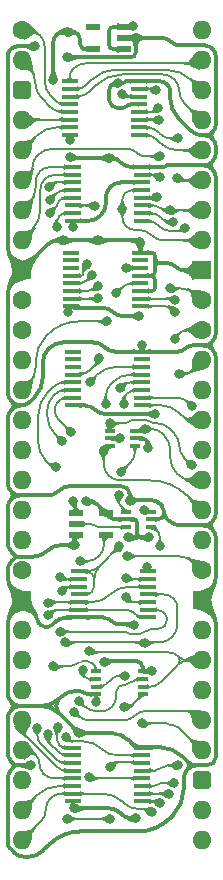
<source format=gtl>
%TF.GenerationSoftware,KiCad,Pcbnew,9.0.5-9.0.5~ubuntu24.04.1*%
%TF.CreationDate,2025-10-17T18:48:33+02:00*%
%TF.ProjectId,HCP65 MPU Address Decode,48435036-3520-44d5-9055-204164647265,V1*%
%TF.SameCoordinates,Original*%
%TF.FileFunction,Copper,L1,Top*%
%TF.FilePolarity,Positive*%
%FSLAX46Y46*%
G04 Gerber Fmt 4.6, Leading zero omitted, Abs format (unit mm)*
G04 Created by KiCad (PCBNEW 9.0.5-9.0.5~ubuntu24.04.1) date 2025-10-17 18:48:33*
%MOMM*%
%LPD*%
G01*
G04 APERTURE LIST*
G04 Aperture macros list*
%AMRoundRect*
0 Rectangle with rounded corners*
0 $1 Rounding radius*
0 $2 $3 $4 $5 $6 $7 $8 $9 X,Y pos of 4 corners*
0 Add a 4 corners polygon primitive as box body*
4,1,4,$2,$3,$4,$5,$6,$7,$8,$9,$2,$3,0*
0 Add four circle primitives for the rounded corners*
1,1,$1+$1,$2,$3*
1,1,$1+$1,$4,$5*
1,1,$1+$1,$6,$7*
1,1,$1+$1,$8,$9*
0 Add four rect primitives between the rounded corners*
20,1,$1+$1,$2,$3,$4,$5,0*
20,1,$1+$1,$4,$5,$6,$7,0*
20,1,$1+$1,$6,$7,$8,$9,0*
20,1,$1+$1,$8,$9,$2,$3,0*%
G04 Aperture macros list end*
%TA.AperFunction,SMDPad,CuDef*%
%ADD10R,1.475000X0.450000*%
%TD*%
%TA.AperFunction,SMDPad,CuDef*%
%ADD11R,0.950000X0.450000*%
%TD*%
%TA.AperFunction,SMDPad,CuDef*%
%ADD12R,0.875000X0.450000*%
%TD*%
%TA.AperFunction,SMDPad,CuDef*%
%ADD13R,1.450000X0.450000*%
%TD*%
%TA.AperFunction,ComponentPad*%
%ADD14C,1.600000*%
%TD*%
%TA.AperFunction,ComponentPad*%
%ADD15O,1.600000X1.600000*%
%TD*%
%TA.AperFunction,ComponentPad*%
%ADD16RoundRect,0.400000X-0.400000X-0.400000X0.400000X-0.400000X0.400000X0.400000X-0.400000X0.400000X0*%
%TD*%
%TA.AperFunction,ComponentPad*%
%ADD17R,1.600000X1.600000*%
%TD*%
%TA.AperFunction,SMDPad,CuDef*%
%ADD18R,1.250000X0.600000*%
%TD*%
%TA.AperFunction,SMDPad,CuDef*%
%ADD19R,1.150000X0.600000*%
%TD*%
%TA.AperFunction,ViaPad*%
%ADD20C,0.800000*%
%TD*%
%TA.AperFunction,Conductor*%
%ADD21C,0.370000*%
%TD*%
%TA.AperFunction,Conductor*%
%ADD22C,0.350000*%
%TD*%
%TA.AperFunction,Conductor*%
%ADD23C,0.200000*%
%TD*%
G04 APERTURE END LIST*
D10*
%TO.P,IC3,1,~{1OE}*%
%TO.N,/~{RAM Swap}*%
X4809000Y-45802000D03*
%TO.P,IC3,2,1A*%
%TO.N,/~{RAM}*%
X4809000Y-46452000D03*
%TO.P,IC3,3,1Y*%
%TO.N,~{RAM_{CS}}*%
X4809000Y-47102000D03*
%TO.P,IC3,4,~{2OE}*%
%TO.N,/~{RAM Swap}*%
X4809000Y-47752000D03*
%TO.P,IC3,5,2A*%
%TO.N,/~{ROM}*%
X4809000Y-48402000D03*
%TO.P,IC3,6,2Y*%
%TO.N,~{ROM_{CS}}*%
X4809000Y-49052000D03*
%TO.P,IC3,7,GND*%
%TO.N,GND*%
X4809000Y-49702000D03*
%TO.P,IC3,8,3Y*%
%TO.N,~{ROM_{CS}}*%
X10685000Y-49702000D03*
%TO.P,IC3,9,3A*%
%TO.N,/~{RAM}*%
X10685000Y-49052000D03*
%TO.P,IC3,10,~{3OE}*%
%TO.N,RAM Swap*%
X10685000Y-48402000D03*
%TO.P,IC3,11,4Y*%
%TO.N,~{RAM_{CS}}*%
X10685000Y-47752000D03*
%TO.P,IC3,12,4A*%
%TO.N,/~{ROM}*%
X10685000Y-47102000D03*
%TO.P,IC3,13,~{4OE}*%
%TO.N,RAM Swap*%
X10685000Y-46452000D03*
%TO.P,IC3,14,3V*%
%TO.N,/3.3V*%
X10685000Y-45802000D03*
%TD*%
D11*
%TO.P,IC7,1,1A*%
%TO.N,/~{Device Group 32K}*%
X6280000Y-54270000D03*
%TO.P,IC7,2,1B*%
%TO.N,/~{Device Group 128K}*%
X6280000Y-54920000D03*
%TO.P,IC7,3,2Y*%
%TO.N,~{Main}*%
X6280000Y-55570000D03*
%TO.P,IC7,4,GND*%
%TO.N,GND*%
X6280000Y-56220000D03*
%TO.P,IC7,5,2A*%
%TO.N,/~{A21+A22+A23}*%
X10230000Y-56220000D03*
%TO.P,IC7,6,2B*%
%TO.N,Kernal Mode*%
X10230000Y-55570000D03*
%TO.P,IC7,7,1Y*%
%TO.N,/~{Device Group}*%
X10230000Y-54920000D03*
%TO.P,IC7,8,3V*%
%TO.N,/3.3V*%
X10230000Y-54270000D03*
%TD*%
D12*
%TO.P,IC4,1,A*%
%TO.N,A23*%
X7447000Y-33894000D03*
%TO.P,IC4,2,GND*%
%TO.N,GND*%
X7447000Y-34544000D03*
%TO.P,IC4,3,B*%
%TO.N,A22*%
X7447000Y-35194000D03*
%TO.P,IC4,4,Y*%
%TO.N,/~{A21+A22+A23}*%
X9571000Y-35194000D03*
%TO.P,IC4,5,3V*%
%TO.N,/3.3V*%
X9571000Y-34544000D03*
%TO.P,IC4,6,C*%
%TO.N,A21*%
X9571000Y-33894000D03*
%TD*%
D13*
%TO.P,IC11,1,A0*%
%TO.N,A19*%
X10164001Y-31739000D03*
%TO.P,IC11,2,A1*%
%TO.N,A20*%
X10164001Y-31089000D03*
%TO.P,IC11,3,A2*%
%TO.N,A21*%
X10164001Y-30439000D03*
%TO.P,IC11,4,~{E1}*%
%TO.N,A23*%
X10164001Y-29789000D03*
%TO.P,IC11,5,~{E2}*%
%TO.N,A22*%
X10164001Y-29139000D03*
%TO.P,IC11,6,E3*%
%TO.N,Kernal Mode*%
X10164001Y-28489000D03*
%TO.P,IC11,7,~{Y7}*%
%TO.N,unconnected-(IC11-~{Y7}-Pad7)*%
X10164001Y-27839000D03*
%TO.P,IC11,8,GND*%
%TO.N,GND*%
X10164001Y-27189000D03*
%TO.P,IC11,9,~{Y6}*%
%TO.N,unconnected-(IC11-~{Y6}-Pad9)*%
X4314001Y-27189000D03*
%TO.P,IC11,10,~{Y5}*%
%TO.N,unconnected-(IC11-~{Y5}-Pad10)*%
X4314001Y-27839000D03*
%TO.P,IC11,11,~{Y4}*%
%TO.N,unconnected-(IC11-~{Y4}-Pad11)*%
X4314001Y-28489000D03*
%TO.P,IC11,12,~{Y3}*%
%TO.N,/~{Device Group 128K}*%
X4314001Y-29139000D03*
%TO.P,IC11,13,~{Y2}*%
%TO.N,/~{Device Group 32K}*%
X4314001Y-29789000D03*
%TO.P,IC11,14,~{Y1}*%
%TO.N,/~{ROM}*%
X4314001Y-30439000D03*
%TO.P,IC11,15,~{Y0}*%
%TO.N,/~{RAM}*%
X4314001Y-31089000D03*
%TO.P,IC11,16,3V*%
%TO.N,/3.3V*%
X4314001Y-31739000D03*
%TD*%
%TO.P,IC39,1,A0*%
%TO.N,A0*%
X9910000Y-8843251D03*
%TO.P,IC39,2,A1*%
%TO.N,A1*%
X9910000Y-8193251D03*
%TO.P,IC39,3,A2*%
%TO.N,A2*%
X9910000Y-7543251D03*
%TO.P,IC39,4,~{E1}*%
%TO.N,~{Registers}*%
X9910000Y-6893251D03*
%TO.P,IC39,5,~{E2}*%
%TO.N,GND*%
X9910000Y-6243251D03*
%TO.P,IC39,6,E3*%
%TO.N,A3*%
X9910000Y-5593251D03*
%TO.P,IC39,7,~{Y7}*%
%TO.N,~{Register15}*%
X9910000Y-4943251D03*
%TO.P,IC39,8,GND*%
%TO.N,GND*%
X9910000Y-4293251D03*
%TO.P,IC39,9,~{Y6}*%
%TO.N,~{Register14}*%
X4060000Y-4293251D03*
%TO.P,IC39,10,~{Y5}*%
%TO.N,~{Register13}*%
X4060000Y-4943251D03*
%TO.P,IC39,11,~{Y4}*%
%TO.N,~{Register12}*%
X4060000Y-5593251D03*
%TO.P,IC39,12,~{Y3}*%
%TO.N,~{Register11}*%
X4060000Y-6243251D03*
%TO.P,IC39,13,~{Y2}*%
%TO.N,~{Register10}*%
X4060000Y-6893251D03*
%TO.P,IC39,14,~{Y1}*%
%TO.N,~{Register9}*%
X4060000Y-7543251D03*
%TO.P,IC39,15,~{Y0}*%
%TO.N,~{Register8}*%
X4060000Y-8193251D03*
%TO.P,IC39,16,3V*%
%TO.N,/3.3V*%
X4060000Y-8843251D03*
%TD*%
%TO.P,IC38,1,A0*%
%TO.N,A0*%
X10164000Y-16118000D03*
%TO.P,IC38,2,A1*%
%TO.N,A1*%
X10164000Y-15468000D03*
%TO.P,IC38,3,A2*%
%TO.N,A2*%
X10164000Y-14818000D03*
%TO.P,IC38,4,~{E1}*%
%TO.N,~{Registers}*%
X10164000Y-14168000D03*
%TO.P,IC38,5,~{E2}*%
%TO.N,A3*%
X10164000Y-13518000D03*
%TO.P,IC38,6,E3*%
%TO.N,/3.3V*%
X10164000Y-12868000D03*
%TO.P,IC38,7,~{Y7}*%
%TO.N,~{Register7}*%
X10164000Y-12218000D03*
%TO.P,IC38,8,GND*%
%TO.N,GND*%
X10164000Y-11568000D03*
%TO.P,IC38,9,~{Y6}*%
%TO.N,~{Register6}*%
X4314000Y-11568000D03*
%TO.P,IC38,10,~{Y5}*%
%TO.N,~{Register5}*%
X4314000Y-12218000D03*
%TO.P,IC38,11,~{Y4}*%
%TO.N,~{Register4}*%
X4314000Y-12868000D03*
%TO.P,IC38,12,~{Y3}*%
%TO.N,~{Register3}*%
X4314000Y-13518000D03*
%TO.P,IC38,13,~{Y2}*%
%TO.N,~{Register2}*%
X4314000Y-14168000D03*
%TO.P,IC38,14,~{Y1}*%
%TO.N,~{Register1}*%
X4314000Y-14818000D03*
%TO.P,IC38,15,~{Y0}*%
%TO.N,~{Register0}*%
X4314000Y-15468000D03*
%TO.P,IC38,16,3V*%
%TO.N,/3.3V*%
X4314000Y-16118000D03*
%TD*%
D14*
%TO.P,J2,1*%
%TO.N,~{Register11}*%
X0Y0D03*
D15*
%TO.P,J2,2*%
%TO.N,~{Register10}*%
X0Y-2540000D03*
D16*
%TO.P,J2,3*%
%TO.N,5V*%
X0Y-5080000D03*
D15*
%TO.P,J2,4*%
%TO.N,~{Register9}*%
X0Y-7620000D03*
%TO.P,J2,5*%
%TO.N,~{Register8}*%
X0Y-10160000D03*
%TO.P,J2,6*%
%TO.N,~{Register7}*%
X0Y-12700000D03*
%TO.P,J2,7*%
%TO.N,~{Register6}*%
X0Y-15240000D03*
%TO.P,J2,8*%
%TO.N,~{Register5}*%
X0Y-17780000D03*
D17*
%TO.P,J2,9*%
%TO.N,GND*%
X0Y-20320000D03*
D14*
%TO.P,J2,10*%
%TO.N,~{Register4}*%
X0Y-22860000D03*
%TO.P,J2,11*%
%TO.N,~{Register3}*%
X0Y-25400000D03*
D15*
%TO.P,J2,12*%
%TO.N,~{Register2}*%
X0Y-27940000D03*
%TO.P,J2,13*%
%TO.N,~{Register1}*%
X0Y-30480000D03*
%TO.P,J2,14*%
%TO.N,~{Register0}*%
X0Y-33020000D03*
%TO.P,J2,15*%
%TO.N,~{Device19}*%
X0Y-35560000D03*
%TO.P,J2,16*%
%TO.N,~{Device18}*%
X0Y-38100000D03*
%TO.P,J2,17*%
%TO.N,~{Device17}*%
X0Y-40640000D03*
%TO.P,J2,18*%
%TO.N,~{Device16}*%
X0Y-43180000D03*
D14*
%TO.P,J2,19*%
%TO.N,~{Device7}*%
X0Y-45720000D03*
D17*
%TO.P,J2,20*%
%TO.N,GND*%
X0Y-48260000D03*
D15*
%TO.P,J2,21*%
%TO.N,~{Device6}*%
X0Y-50800000D03*
%TO.P,J2,22*%
%TO.N,~{Device5}*%
X0Y-53340000D03*
%TO.P,J2,23*%
%TO.N,~{Device4}*%
X0Y-55880000D03*
%TO.P,J2,24*%
%TO.N,~{Device3}*%
X0Y-58420000D03*
%TO.P,J2,25*%
%TO.N,~{Device2}*%
X0Y-60960000D03*
%TO.P,J2,26*%
%TO.N,~{Reset}*%
X0Y-63500000D03*
%TO.P,J2,27*%
%TO.N,~{Device1}*%
X0Y-66040000D03*
%TO.P,J2,28*%
%TO.N,~{Registers}*%
X0Y-68580000D03*
%TO.P,J2,29*%
%TO.N,~{Devices}*%
X15240000Y-68580000D03*
%TO.P,J2,30*%
%TO.N,RAM Swap*%
X15240000Y-66040000D03*
D16*
%TO.P,J2,31*%
%TO.N,5V*%
X15240000Y-63500000D03*
D15*
%TO.P,J2,32*%
%TO.N,~{RAM_{CS}}*%
X15240000Y-60960000D03*
%TO.P,J2,33*%
%TO.N,~{ROM_{CS}}*%
X15240000Y-58420000D03*
%TO.P,J2,34*%
%TO.N,unconnected-(J2-Pad34)*%
X15240000Y-55880000D03*
%TO.P,J2,35*%
%TO.N,Kernal Mode*%
X15240000Y-53340000D03*
%TO.P,J2,36*%
%TO.N,unconnected-(J2-Pad36)*%
X15240000Y-50800000D03*
D17*
%TO.P,J2,37*%
%TO.N,GND*%
X15240000Y-48260000D03*
D14*
%TO.P,J2,38*%
%TO.N,~{Main}*%
X15240000Y-45720000D03*
D15*
%TO.P,J2,39*%
%TO.N,A23*%
X15240000Y-43180000D03*
%TO.P,J2,40*%
%TO.N,A22*%
X15240000Y-40640000D03*
%TO.P,J2,41*%
%TO.N,A21*%
X15240000Y-38100000D03*
%TO.P,J2,42*%
%TO.N,A20*%
X15240000Y-35560000D03*
%TO.P,J2,43*%
%TO.N,A19*%
X15240000Y-33020000D03*
%TO.P,J2,44*%
%TO.N,A18*%
X15240000Y-30480000D03*
%TO.P,J2,45*%
%TO.N,A17*%
X15240000Y-27940000D03*
D14*
%TO.P,J2,46*%
%TO.N,A16*%
X15240000Y-25400000D03*
%TO.P,J2,47*%
%TO.N,A15*%
X15240000Y-22860000D03*
D17*
%TO.P,J2,48*%
%TO.N,GND*%
X15240000Y-20320000D03*
D15*
%TO.P,J2,49*%
%TO.N,A3*%
X15240000Y-17780000D03*
%TO.P,J2,50*%
%TO.N,A2*%
X15240000Y-15240000D03*
%TO.P,J2,51*%
%TO.N,A1*%
X15240000Y-12700000D03*
%TO.P,J2,52*%
%TO.N,A0*%
X15240000Y-10160000D03*
%TO.P,J2,53*%
%TO.N,~{Register12}*%
X15240000Y-7620000D03*
%TO.P,J2,54*%
%TO.N,~{Register13}*%
X15240000Y-5080000D03*
%TO.P,J2,55*%
%TO.N,~{Register14}*%
X15240000Y-2540000D03*
%TO.P,J2,56*%
%TO.N,~{Register15}*%
X15240000Y0D03*
%TD*%
D13*
%TO.P,IC16,1,A0*%
%TO.N,A15*%
X10164000Y-65267000D03*
%TO.P,IC16,2,A1*%
%TO.N,A16*%
X10164000Y-64617000D03*
%TO.P,IC16,3,A2*%
%TO.N,A17*%
X10164000Y-63967000D03*
%TO.P,IC16,4,~{E1}*%
%TO.N,/~{Device Group 32K}*%
X10164000Y-63317000D03*
%TO.P,IC16,5,~{E2}*%
%TO.N,A18*%
X10164000Y-62667000D03*
%TO.P,IC16,6,E3*%
%TO.N,~{Reset}*%
X10164000Y-62017000D03*
%TO.P,IC16,7,~{Y7}*%
%TO.N,~{Device7}*%
X10164000Y-61367000D03*
%TO.P,IC16,8,GND*%
%TO.N,GND*%
X10164000Y-60717000D03*
%TO.P,IC16,9,~{Y6}*%
%TO.N,~{Device6}*%
X4314000Y-60717000D03*
%TO.P,IC16,10,~{Y5}*%
%TO.N,~{Device5}*%
X4314000Y-61367000D03*
%TO.P,IC16,11,~{Y4}*%
%TO.N,~{Device4}*%
X4314000Y-62017000D03*
%TO.P,IC16,12,~{Y3}*%
%TO.N,~{Device3}*%
X4314000Y-62667000D03*
%TO.P,IC16,13,~{Y2}*%
%TO.N,~{Device2}*%
X4314000Y-63317000D03*
%TO.P,IC16,14,~{Y1}*%
%TO.N,~{Device1}*%
X4314000Y-63967000D03*
%TO.P,IC16,15,~{Y0}*%
%TO.N,~{Registers}*%
X4314000Y-64617000D03*
%TO.P,IC16,16,3V*%
%TO.N,/3.3V*%
X4314000Y-65267000D03*
%TD*%
D18*
%TO.P,IC5,1,B*%
%TO.N,/~{Device Group}*%
X4592000Y-40833000D03*
%TO.P,IC5,2,A*%
%TO.N,/Registers*%
X4592000Y-41783000D03*
%TO.P,IC5,3,GND*%
%TO.N,GND*%
X4592000Y-42733000D03*
%TO.P,IC5,4,Y*%
%TO.N,~{Devices}*%
X7092000Y-42733000D03*
%TO.P,IC5,5,3V*%
%TO.N,/3.3V*%
X7092000Y-40833000D03*
%TD*%
D13*
%TO.P,IC33,1,A0*%
%TO.N,A17*%
X10037000Y-23357000D03*
%TO.P,IC33,2,A1*%
%TO.N,A18*%
X10037000Y-22707000D03*
%TO.P,IC33,3,A2*%
%TO.N,GND*%
X10037000Y-22057000D03*
%TO.P,IC33,4,~{E1}*%
%TO.N,/~{Device Group 128K}*%
X10037000Y-21407000D03*
%TO.P,IC33,5,~{E2}*%
%TO.N,GND*%
X10037000Y-20757000D03*
%TO.P,IC33,6,E3*%
%TO.N,~{Reset}*%
X10037000Y-20107000D03*
%TO.P,IC33,7,~{Y7}*%
%TO.N,unconnected-(IC33-~{Y7}-Pad7)*%
X10037000Y-19457000D03*
%TO.P,IC33,8,GND*%
%TO.N,GND*%
X10037000Y-18807000D03*
%TO.P,IC33,9,~{Y6}*%
%TO.N,unconnected-(IC33-~{Y6}-Pad9)*%
X4187000Y-18807000D03*
%TO.P,IC33,10,~{Y5}*%
%TO.N,unconnected-(IC33-~{Y5}-Pad10)*%
X4187000Y-19457000D03*
%TO.P,IC33,11,~{Y4}*%
%TO.N,unconnected-(IC33-~{Y4}-Pad11)*%
X4187000Y-20107000D03*
%TO.P,IC33,12,~{Y3}*%
%TO.N,~{Device19}*%
X4187000Y-20757000D03*
%TO.P,IC33,13,~{Y2}*%
%TO.N,~{Device18}*%
X4187000Y-21407000D03*
%TO.P,IC33,14,~{Y1}*%
%TO.N,~{Device17}*%
X4187000Y-22057000D03*
%TO.P,IC33,15,~{Y0}*%
%TO.N,~{Device16}*%
X4187000Y-22707000D03*
%TO.P,IC33,16,3V*%
%TO.N,/3.3V*%
X4187000Y-23357000D03*
%TD*%
D19*
%TO.P,IC42,1,6VIn*%
%TO.N,5V*%
X8666000Y-1585000D03*
%TO.P,IC42,2,GND*%
%TO.N,GND*%
X8666000Y-635000D03*
%TO.P,IC42,3,EN*%
%TO.N,5V*%
X8666000Y315000D03*
%TO.P,IC42,4,ADJ*%
%TO.N,unconnected-(IC42-ADJ-Pad4)*%
X6066000Y315000D03*
%TO.P,IC42,5,3.3VOut*%
%TO.N,/3.3V*%
X6066000Y-1585000D03*
%TD*%
D12*
%TO.P,IC1,1,1A*%
%TO.N,~{Registers}*%
X10968000Y-42052000D03*
%TO.P,IC1,2,GND*%
%TO.N,GND*%
X10968000Y-41402000D03*
%TO.P,IC1,3,2A*%
%TO.N,RAM Swap*%
X10968000Y-40752000D03*
%TO.P,IC1,4,2Y*%
%TO.N,/~{RAM Swap}*%
X8844000Y-40752000D03*
%TO.P,IC1,5,3V*%
%TO.N,/3.3V*%
X8844000Y-41402000D03*
%TO.P,IC1,6,1Y*%
%TO.N,/Registers*%
X8844000Y-42052000D03*
%TD*%
D20*
%TO.N,/3.3V*%
X9652000Y-66675000D03*
X4417300Y-65862982D03*
X3937001Y-127000D03*
X6952349Y-53461974D03*
X9963000Y-24182002D03*
X5461000Y-39878000D03*
X10668000Y-35334008D03*
X10793000Y-42926000D03*
X3896000Y-23835000D03*
X4314000Y-16637000D03*
X11061000Y-54194442D03*
X2667004Y-4191000D03*
X11305955Y-32462649D03*
X4060000Y-9283000D03*
X9017000Y-42926000D03*
X10587374Y-45442000D03*
%TO.N,GND*%
X4826000Y-59468591D03*
X10160000Y-26670000D03*
X4465000Y-43561000D03*
X7366000Y-10795000D03*
X9137667Y-39809566D03*
X762000Y-62230002D03*
X6447482Y-17780000D03*
X9535000Y-50376963D03*
X9652000Y-622179D03*
X8308030Y-34544000D03*
X6279999Y-56825999D03*
X4064000Y-10742998D03*
X1093000Y-1346998D03*
X10032994Y-17907000D03*
X3489000Y-17780000D03*
X8128000Y-4471004D03*
X3840000Y-2286000D03*
%TO.N,5V*%
X9427293Y403305D03*
%TO.N,RAM Swap*%
X10341999Y-40607378D03*
X8785000Y-48006000D03*
X8785000Y-46352090D03*
%TO.N,A3*%
X8509000Y-15113000D03*
X8509000Y-5418251D03*
%TO.N,A20*%
X14395995Y-31813500D03*
%TO.N,A21*%
X10469707Y-33739485D03*
X8636000Y-31623000D03*
%TO.N,A23*%
X7447000Y-33274000D03*
X8352615Y-30300046D03*
X14395995Y-36830000D03*
%TO.N,A22*%
X7112000Y-31623000D03*
X6922000Y-35560000D03*
%TO.N,/~{Device Group 128K}*%
X8001000Y-22225000D03*
X6537340Y-27746340D03*
X5154998Y-54145855D03*
%TO.N,/~{Device Group 32K}*%
X2667000Y-53848000D03*
X2909000Y-36957000D03*
X5685000Y-63246000D03*
%TO.N,A15*%
X12561000Y-21844000D03*
X11730294Y-65404592D03*
%TO.N,A16*%
X12440620Y-64631325D03*
X12962000Y-26137791D03*
%TO.N,A17*%
X12962000Y-23818964D03*
X12924225Y-63699321D03*
X13334994Y-29083000D03*
%TO.N,A18*%
X13014505Y-22791016D03*
X13207996Y-62230000D03*
%TO.N,~{Reset}*%
X7493000Y-66739000D03*
X7505000Y-62369000D03*
X3838424Y-66739000D03*
X8816116Y-20111761D03*
%TO.N,~{Registers}*%
X11684000Y-43688000D03*
X10985000Y-66144215D03*
X11554137Y-6548944D03*
X11430000Y-14097000D03*
%TO.N,~{Devices}*%
X4953000Y-44926998D03*
%TO.N,/~{Device Group}*%
X4318000Y-39878000D03*
X4828999Y-56735952D03*
%TO.N,/~{RAM Swap}*%
X8193046Y-39351094D03*
X8255000Y-43688000D03*
%TO.N,~{Device5}*%
X2206028Y-59591146D03*
%TO.N,~{Device4}*%
X1305061Y-59051920D03*
%TO.N,~{Device6}*%
X3037493Y-58949920D03*
%TO.N,~{Main}*%
X8780000Y-54637796D03*
X8927195Y-44494634D03*
%TO.N,~{RAM_{CS}}*%
X3683000Y-51816000D03*
X10402000Y-51898119D03*
X3381005Y-47498000D03*
X10160000Y-58674000D03*
%TO.N,A0*%
X13796309Y-16717309D03*
%TO.N,A1*%
X13208000Y-9144000D03*
X13184000Y-12524959D03*
X12839687Y-16252343D03*
%TO.N,A2*%
X11608667Y-7597530D03*
X12561000Y-15240000D03*
%TO.N,~{Device7}*%
X3706028Y-59816279D03*
%TO.N,~{Device17}*%
X6488050Y-21614005D03*
%TO.N,~{Device16}*%
X6489000Y-22677585D03*
%TO.N,~{Device18}*%
X5920059Y-20730890D03*
%TO.N,~{Device19}*%
X5553030Y-19774379D03*
%TO.N,~{Register1}*%
X6169000Y-14859000D03*
X7239000Y-24638000D03*
%TO.N,~{Register2}*%
X2413000Y-15416912D03*
%TO.N,~{Register7}*%
X11684000Y-10667994D03*
X11684004Y-12446000D03*
%TO.N,~{Register0}*%
X2992626Y-16655483D03*
%TO.N,~{Register4}*%
X2324760Y-13268864D03*
%TO.N,~{Register3}*%
X2364948Y-14318097D03*
%TO.N,~{Register15}*%
X11382921Y-5078250D03*
%TO.N,Kernal Mode*%
X5715000Y-52522427D03*
X5755152Y-29776369D03*
%TO.N,~{ROM_{CS}}*%
X4437442Y-57662862D03*
X2251000Y-49526392D03*
%TO.N,/~{ROM}*%
X2244659Y-48479260D03*
X3429000Y-34798000D03*
%TO.N,/~{RAM}*%
X3219490Y-50891357D03*
X3216169Y-46313831D03*
X4191000Y-34036000D03*
%TO.N,/~{A21+A22+A23}*%
X8663396Y-57252811D03*
X8362667Y-37400094D03*
%TD*%
D21*
%TO.N,5V*%
X7491750Y189250D02*
G75*
G03*
X7366015Y-114337I303550J-303550D01*
G01*
X7366000Y-1207729D02*
G75*
G03*
X7476509Y-1474491I377300J29D01*
G01*
X9427293Y337695D02*
G75*
G02*
X9420642Y321650I-22693J5D01*
G01*
X7476500Y-1474500D02*
G75*
G03*
X7743270Y-1585012I266800J266800D01*
G01*
X9420645Y321647D02*
G75*
G02*
X9404597Y315003I-16045J16053D01*
G01*
X7795337Y315000D02*
G75*
G03*
X7491739Y189261I-37J-429300D01*
G01*
D22*
%TO.N,GND*%
X11207500Y-18902500D02*
G75*
G03*
X10976942Y-18806982I-230600J-230600D01*
G01*
X8861995Y-4318001D02*
G75*
G03*
X8693001Y-4388003I5J-238999D01*
G01*
X-845058Y-44901942D02*
G75*
G03*
X-1202997Y-45766090I864158J-864148D01*
G01*
X12306625Y-4559625D02*
G75*
G03*
X11663540Y-4293219I-643125J-643075D01*
G01*
X16443000Y-46206350D02*
G75*
G02*
X15841500Y-47658500I-2053650J0D01*
G01*
X-1203000Y-18266350D02*
G75*
G03*
X-601499Y-19718500I2053660J5D01*
G01*
X2175500Y-44052500D02*
G75*
G02*
X988914Y-44544002I-1186590J1186590D01*
G01*
X-551253Y-62230002D02*
X-551252Y-62229997D01*
X-551249Y-62230002D02*
X-551253Y-62230002D01*
X-551245Y-62230002D02*
X-551249Y-62230002D01*
X-551252Y-62229997D02*
X-551245Y-62230002D01*
X16125500Y-42227500D02*
G75*
G02*
X16442995Y-42994012I-766500J-766500D01*
G01*
X3793321Y-49702000D02*
G75*
G03*
X2774512Y-50123989I-21J-1440800D01*
G01*
X3154701Y-38972547D02*
G75*
G02*
X2195164Y-39370000I-959541J959547D01*
G01*
X11184500Y-20875500D02*
G75*
G02*
X11303006Y-21161584I-286100J-286100D01*
G01*
X11207500Y-21961500D02*
G75*
G02*
X10976942Y-22057018I-230600J230600D01*
G01*
X14033500Y-62547500D02*
G75*
G03*
X14033500Y-61912500I-317500J317500D01*
G01*
X14800012Y-62230000D02*
G75*
G03*
X14033496Y-62547496I-12J-1084000D01*
G01*
X14033500Y-61912500D02*
G75*
G03*
X14800012Y-62229995I766500J766500D01*
G01*
X12630090Y-946090D02*
G75*
G03*
X13412080Y-1270015I782010J781990D01*
G01*
X12573000Y-5778500D02*
G75*
G03*
X13246527Y-7404511I2299500J0D01*
G01*
X-1203000Y-43299519D02*
G75*
G03*
X-838500Y-44179500I1244480J-1D01*
G01*
X14463988Y-26670000D02*
G75*
G03*
X13837503Y-26929503I12J-886000D01*
G01*
X-1203000Y-38285987D02*
G75*
G03*
X-885500Y-39052500I1084022J4D01*
G01*
X1661171Y-57195000D02*
G75*
G03*
X3182607Y-56564798I-1J2151630D01*
G01*
X3182609Y-57825200D02*
G75*
G03*
X1661171Y-57194997I-1521439J-1521430D01*
G01*
X3182608Y-56564799D02*
G75*
G03*
X3182608Y-57825201I630202J-630201D01*
G01*
X4114237Y-38575094D02*
G75*
G03*
X3154700Y-38972546I-7J-1356976D01*
G01*
X16443000Y-40825987D02*
G75*
G02*
X16125504Y-41592504I-1084000J-13D01*
G01*
X11723250Y-40092750D02*
G75*
G03*
X10898192Y-39751003I-825050J-825050D01*
G01*
X7571500Y-49989500D02*
G75*
G03*
X6877413Y-49701994I-694100J-694100D01*
G01*
X-1186251Y-68573714D02*
G75*
G03*
X-1171255Y-68821568I2056051J14D01*
G01*
X11910250Y-41247250D02*
G75*
G02*
X11536650Y-41402021I-373650J373650D01*
G01*
X8933880Y-38778880D02*
G75*
G03*
X8441896Y-38575107I-491980J-492020D01*
G01*
X15841500Y-48861500D02*
G75*
G02*
X16442980Y-50313649I-1452100J-1452100D01*
G01*
X-1170422Y-68828451D02*
G75*
G03*
X-1128158Y-69059077I1927522J234051D01*
G01*
X15358987Y-41910000D02*
G75*
G03*
X16125504Y-41592504I13J1084000D01*
G01*
X16125500Y-42227500D02*
G75*
G03*
X15358987Y-41910005I-766500J-766500D01*
G01*
X16125500Y-41592500D02*
G75*
G03*
X16125500Y-42227500I317500J-317500D01*
G01*
X-601499Y-20921500D02*
G75*
G03*
X-1203000Y-22373649I1452149J-1452150D01*
G01*
X13716000Y-64198500D02*
G75*
G02*
X12773083Y-66474936I-3219400J0D01*
G01*
X1778000Y-29383439D02*
G75*
G02*
X1084850Y-31056850I-2366564J2D01*
G01*
X16222499Y-62009499D02*
G75*
G02*
X15690164Y-62229984I-532299J532299D01*
G01*
X11303000Y-20352415D02*
G75*
G02*
X11184495Y-20638495I-404600J15D01*
G01*
X3362085Y-43561000D02*
G75*
G03*
X2175498Y-44052498I-5J-1678080D01*
G01*
X12146727Y-11499000D02*
G75*
G02*
X11980146Y-11568027I-166627J166600D01*
G01*
X-1128157Y-69059077D02*
G75*
G03*
X-1017002Y-69256159I409074J100832D01*
G01*
X5312300Y-56077300D02*
G75*
G03*
X4967791Y-55934603I-344500J-344500D01*
G01*
X8150195Y-4458002D02*
G75*
G03*
X8134503Y-4464505I5J-22198D01*
G01*
X-480558Y-44544000D02*
G75*
G03*
X-478637Y-44539362I-1J2717D01*
G01*
X-478637Y-44539362D02*
G75*
G03*
X-467442Y-44544000I11199J11203D01*
G01*
X16125500Y-26987500D02*
G75*
G02*
X16442995Y-27754012I-766500J-766500D01*
G01*
X7924498Y-4471004D02*
G75*
G03*
X7577100Y-4614903I2J-491296D01*
G01*
X16129422Y-11743578D02*
G75*
G02*
X16442991Y-12500622I-757022J-757022D01*
G01*
X9645589Y-628589D02*
G75*
G02*
X9630113Y-635005I-15489J15489D01*
G01*
X12630090Y-946090D02*
G75*
G03*
X11848099Y-622185I-781990J-782010D01*
G01*
X2286000Y-26924000D02*
G75*
G03*
X1778008Y-28150420I1226400J-1226400D01*
G01*
X10034997Y-17909003D02*
G75*
G02*
X10036984Y-17913838I-4797J-4797D01*
G01*
X9969494Y-17843500D02*
G75*
G03*
X9816191Y-17780005I-153294J-153300D01*
G01*
X2548596Y-50349926D02*
G75*
G02*
X2075233Y-50546001I-473366J473366D01*
G01*
X12313307Y-11430000D02*
G75*
G03*
X12146719Y-11498992I-7J-235600D01*
G01*
X1823721Y-69423278D02*
G75*
G02*
X486919Y-69976997I-1336801J1336808D01*
G01*
X-1203000Y-46206350D02*
G75*
G03*
X-601500Y-47658500I2053650J0D01*
G01*
X-480558Y-44544000D02*
G75*
G03*
X-491753Y-44548637I1J-15834D01*
G01*
X13017500Y-20002500D02*
G75*
G03*
X13784012Y-20319995I766500J766500D01*
G01*
X16443000Y-61477164D02*
G75*
G02*
X16222510Y-62009510I-752800J-36D01*
G01*
X8387500Y-11181500D02*
G75*
G03*
X9320593Y-11568003I933100J933100D01*
G01*
X9237645Y-39751000D02*
G75*
G03*
X9166923Y-39780256I-45J-100000D01*
G01*
X10898415Y-20757000D02*
G75*
G03*
X11184495Y-20638495I-15J404600D01*
G01*
X11184500Y-20875500D02*
G75*
G03*
X10898415Y-20756994I-286100J-286100D01*
G01*
X11184500Y-20638500D02*
G75*
G03*
X11184500Y-20875500I118500J-118500D01*
G01*
X8858935Y-6423625D02*
G75*
G02*
X8423472Y-6603991I-435435J435425D01*
G01*
X-1203000Y-30563560D02*
G75*
G03*
X-855499Y-31402499I1186444J3D01*
G01*
X4491204Y-55934600D02*
G75*
G03*
X3333107Y-56414295I-4J-1637800D01*
G01*
X13589000Y-61468000D02*
G75*
G03*
X11749369Y-60706013I-1839600J-1839600D01*
G01*
X4955643Y-67818000D02*
G75*
G03*
X2349501Y-68897501I-3J-3685630D01*
G01*
X9525000Y-2159000D02*
G75*
G02*
X9218394Y-2285998I-306600J306600D01*
G01*
X-698106Y-69575056D02*
G75*
G03*
X272272Y-69977000I970380J970383D01*
G01*
X16150000Y-9165000D02*
G75*
G02*
X16424996Y-9828908I-663900J-663900D01*
G01*
X10162000Y-26672000D02*
G75*
G02*
X10163988Y-26676830I-4800J-4800D01*
G01*
X1601870Y-50349926D02*
G75*
G03*
X2075233Y-50545996I473360J473366D01*
G01*
X4090001Y-10768999D02*
G75*
G03*
X4152772Y-10795011I62799J62799D01*
G01*
X7571500Y-49989500D02*
G75*
G03*
X8265586Y-50277006I694100J694100D01*
G01*
X709793Y-31431907D02*
G75*
G02*
X-58149Y-31750000I-767944J767944D01*
G01*
X8225506Y-11019506D02*
G75*
G03*
X7683500Y-10794996I-542006J-541994D01*
G01*
X5312300Y-56077300D02*
G75*
G03*
X5656808Y-56219997I344500J344500D01*
G01*
X8933880Y-38778880D02*
G75*
G02*
X9137693Y-39270864I-491980J-492020D01*
G01*
X-1203000Y-61117394D02*
G75*
G03*
X-877125Y-61904125I1112613J4D01*
G01*
X13837500Y-26929500D02*
G75*
G02*
X13211011Y-27189005I-626500J626500D01*
G01*
X11303000Y-21730942D02*
G75*
G02*
X11207488Y-21961488I-326100J42D01*
G01*
X-601499Y-48861500D02*
G75*
G03*
X-601500Y-47658499I-601500J601500D01*
G01*
X601500Y-48861500D02*
G75*
G03*
X-601498Y-48861500I-601499J-601497D01*
G01*
X11910250Y-41247250D02*
G75*
G03*
X12065021Y-40873650I-373650J373650D01*
G01*
X12219750Y-41247250D02*
G75*
G03*
X11910250Y-41247250I-154750J-154748D01*
G01*
X12065000Y-40873650D02*
G75*
G03*
X12219765Y-41247235I528400J50D01*
G01*
X-880675Y-57517324D02*
G75*
G03*
X-1203000Y-58295484I778164J-778163D01*
G01*
X7605616Y-6364383D02*
G75*
G03*
X8184101Y-6603999I578484J578483D01*
G01*
X9294398Y-6243251D02*
G75*
G03*
X8858934Y-6423624I2J-615849D01*
G01*
X-855500Y-32097500D02*
G75*
G03*
X-1203000Y-32936439I838944J-838941D01*
G01*
X-601499Y-48861500D02*
G75*
G03*
X-1203000Y-50313649I1452149J-1452150D01*
G01*
X14327888Y-8485888D02*
G75*
G03*
X15303500Y-8890007I975612J975588D01*
G01*
X12473750Y-41501250D02*
G75*
G03*
X13460559Y-41910017I986850J986850D01*
G01*
X9485018Y-50326981D02*
G75*
G03*
X9364352Y-50277020I-120618J-120619D01*
G01*
X8692999Y-4388001D02*
G75*
G02*
X8524003Y-4458002I-168999J169001D01*
G01*
X11207500Y-18902500D02*
G75*
G02*
X11303018Y-19133057I-230600J-230600D01*
G01*
X-868751Y-62547500D02*
G75*
G03*
X-1186251Y-63314012I766513J-766513D01*
G01*
X7543498Y-4648502D02*
G75*
G03*
X7366009Y-5077020I428502J-428498D01*
G01*
X16443000Y-25585987D02*
G75*
G02*
X16125504Y-26352504I-1084000J-13D01*
G01*
X9652000Y-1852394D02*
G75*
G02*
X9525002Y-2159002I-433600J-6D01*
G01*
X-885500Y-39687500D02*
G75*
G03*
X-885500Y-39052500I-317499J317500D01*
G01*
X-118987Y-39370000D02*
G75*
G03*
X-885500Y-39687500I-1J-1084011D01*
G01*
X-885500Y-39052500D02*
G75*
G03*
X-118987Y-39370000I766517J766522D01*
G01*
X16150001Y-1545001D02*
G75*
G02*
X16424996Y-2208909I-663901J-663899D01*
G01*
X9039795Y-60092795D02*
G75*
G03*
X7532832Y-59468590I-1506965J-1506965D01*
G01*
X15358987Y-26670000D02*
G75*
G03*
X16125504Y-26352504I13J1084000D01*
G01*
X16125500Y-26987500D02*
G75*
G03*
X15358987Y-26670005I-766500J-766500D01*
G01*
X16125500Y-26352500D02*
G75*
G03*
X16125500Y-26987500I317500J-317500D01*
G01*
X15486091Y-8890000D02*
G75*
G03*
X16150003Y-8615002I9J938900D01*
G01*
X16150000Y-9165000D02*
G75*
G03*
X15486091Y-8890004I-663900J-663900D01*
G01*
X16150000Y-8614999D02*
G75*
G03*
X16149999Y-9165001I275000J-275001D01*
G01*
X6990500Y-26802500D02*
G75*
G03*
X6057406Y-26415997I-933100J-933100D01*
G01*
X-885500Y-39687500D02*
G75*
G03*
X-1203000Y-40454012I766513J-766513D01*
G01*
X15385105Y-11430000D02*
G75*
G03*
X16120420Y-11125420I-5J1039900D01*
G01*
X16120422Y-11734578D02*
G75*
G03*
X15385105Y-11429998I-735322J-735322D01*
G01*
X16120422Y-11125422D02*
G75*
G03*
X16120422Y-11734578I304578J-304578D01*
G01*
X-364807Y-1346998D02*
G75*
G03*
X-957499Y-1592499I-2J-838189D01*
G01*
X-826092Y-32068092D02*
G75*
G03*
X-826092Y-31431908I-318090J318092D01*
G01*
X-58149Y-31750000D02*
G75*
G03*
X-826092Y-32068092I-1J-1086035D01*
G01*
X-826092Y-31431907D02*
G75*
G03*
X-58149Y-31750000I767946J767949D01*
G01*
X3014500Y-17780000D02*
G75*
G03*
X2204487Y-18115532I0J-1145500D01*
G01*
X-957499Y-1592499D02*
G75*
G03*
X-1203000Y-2185190I592694J-592693D01*
G01*
X1097446Y-49357446D02*
G75*
G02*
X1270000Y-49774028I-416586J-416584D01*
G01*
X14033500Y-62547500D02*
G75*
G03*
X13716005Y-63314012I766500J-766500D01*
G01*
X12573000Y-66675000D02*
G75*
G02*
X9813553Y-67817999I-2759450J2759460D01*
G01*
X7366000Y-5785898D02*
G75*
G03*
X7605615Y-6364384I818100J-2D01*
G01*
X11646500Y-19685000D02*
G75*
G03*
X11303000Y-20028500I0J-343500D01*
G01*
X11303000Y-19341500D02*
G75*
G03*
X11646500Y-19685000I343500J0D01*
G01*
X11832361Y-40201861D02*
G75*
G02*
X12064993Y-40763500I-561661J-561639D01*
G01*
X6990500Y-26802500D02*
G75*
G03*
X7923593Y-27189003I933100J933100D01*
G01*
X3512420Y-26416000D02*
G75*
G03*
X2286002Y-26924002I0J-1734410D01*
G01*
X12306625Y-4559625D02*
G75*
G02*
X12572981Y-5202710I-643125J-643075D01*
G01*
X-551252Y-62230001D02*
X-551252Y-62229999D01*
X-551249Y-62230002D02*
X-551252Y-62230001D01*
X-551247Y-62230002D02*
X-551249Y-62230002D01*
X-551252Y-62229999D02*
X-551247Y-62230002D01*
X13017500Y-20002500D02*
G75*
G03*
X12250987Y-19685005I-766500J-766500D01*
G01*
X-1203000Y-56094515D02*
G75*
G03*
X-880675Y-56872675I1100489J3D01*
G01*
X16425001Y-7951089D02*
G75*
G02*
X16150004Y-8615003I-938901J-11D01*
G01*
X16425000Y-10390105D02*
G75*
G02*
X16120420Y-11125420I-1039900J5D01*
G01*
X1270000Y-49774028D02*
G75*
G03*
X1442553Y-50190609I589130J-2D01*
G01*
X16150001Y-1545001D02*
G75*
G03*
X15486092Y-1270004I-663901J-663899D01*
G01*
X-880675Y-57517324D02*
G75*
G03*
X-880675Y-56872675I-322325J322324D01*
G01*
X-102515Y-57195000D02*
G75*
G03*
X-880675Y-57517324I-1J-1100483D01*
G01*
X-880675Y-56872675D02*
G75*
G03*
X-102515Y-57195000I778163J778164D01*
G01*
X-467442Y-44544000D02*
X-480558Y-44544000D01*
X-601500Y-47658500D02*
X601500Y-48861500D01*
X11303000Y-20028500D02*
X11303000Y-19341500D01*
%TO.N,/3.3V*%
X9398000Y-42926000D02*
G75*
G03*
X9779000Y-42545000I0J381000D01*
G01*
X9779000Y-42545000D02*
G75*
G03*
X10160000Y-42926000I381000J0D01*
G01*
X10526996Y-34685004D02*
G75*
G02*
X10667993Y-35025417I-340396J-340396D01*
G01*
X7112000Y-14619160D02*
G75*
G02*
X6673002Y-15679002I-1498850J0D01*
G01*
D21*
X5080000Y-1458000D02*
G75*
G03*
X5386605Y-1584998I306600J306600D01*
G01*
D22*
X4314000Y-65686637D02*
G75*
G03*
X4365678Y-65811304I176300J37D01*
G01*
X7745020Y-23842293D02*
G75*
G03*
X6924891Y-23502584I-820120J-820107D01*
G01*
X11058627Y-54267627D02*
G75*
G02*
X11052899Y-54269999I-5727J5727D01*
G01*
X10636187Y-45490813D02*
G75*
G02*
X10685017Y-45608658I-117887J-117887D01*
G01*
X9693750Y-41487250D02*
G75*
G02*
X9779016Y-41693061I-205850J-205850D01*
G01*
X7066682Y-53394998D02*
G75*
G03*
X6985851Y-53428501I18J-114302D01*
G01*
D21*
X3534207Y-127000D02*
G75*
G03*
X2920999Y-380995I-7J-867200D01*
G01*
D22*
X6192824Y-32100824D02*
G75*
G03*
X7066346Y-32462651I873526J873524D01*
G01*
X8448691Y-66360691D02*
G75*
G03*
X9207500Y-66675005I758809J758791D01*
G01*
D21*
X2921002Y-380998D02*
G75*
G03*
X2667004Y-994203I613198J-613202D01*
G01*
D22*
X7376500Y-41117500D02*
G75*
G03*
X8063343Y-41401953I686800J686900D01*
G01*
X7493000Y-13249000D02*
G75*
G03*
X7112006Y-14168815I919800J-919800D01*
G01*
X7745020Y-23842293D02*
G75*
G03*
X8565149Y-24182048I820180J820093D01*
G01*
X6376002Y-40117002D02*
G75*
G03*
X5799000Y-39877999I-577002J-576998D01*
G01*
D21*
X4762500Y-317500D02*
G75*
G03*
X4302592Y-127003I-459900J-459900D01*
G01*
X4762500Y-317500D02*
G75*
G02*
X4952997Y-777407I-459900J-459900D01*
G01*
D22*
X8356991Y-66268991D02*
G75*
G03*
X7376798Y-65862988I-980191J-980209D01*
G01*
X11061000Y-54261899D02*
G75*
G02*
X11058628Y-54267628I-8100J-1D01*
G01*
D21*
X4953000Y-1151394D02*
G75*
G03*
X5079998Y-1458002I433600J-6D01*
G01*
D22*
X10526996Y-34685004D02*
G75*
G03*
X10186582Y-34544007I-340396J-340396D01*
G01*
X8412815Y-12868000D02*
G75*
G03*
X7492995Y-13248995I-15J-1300800D01*
G01*
X9693750Y-41487250D02*
G75*
G03*
X9487938Y-41401984I-205850J-205850D01*
G01*
X6192824Y-32100824D02*
G75*
G03*
X5319302Y-31738984I-873524J-873476D01*
G01*
X10079999Y-53544999D02*
G75*
G02*
X10229987Y-53907133I-362099J-362101D01*
G01*
X10079999Y-53544999D02*
G75*
G03*
X9717864Y-53395013I-362099J-362101D01*
G01*
X6673000Y-15679000D02*
G75*
G02*
X5613160Y-16117997I-1059840J1059850D01*
G01*
X4259792Y-23429792D02*
G75*
G03*
X4435529Y-23502577I175708J175692D01*
G01*
X10160000Y-42926000D02*
X9398000Y-42926000D01*
D23*
%TO.N,~{Register12}*%
X5777320Y-5144679D02*
G75*
G02*
X4694375Y-5593252I-1082950J1082949D01*
G01*
X12930888Y-4167888D02*
G75*
G02*
X13335007Y-5143500I-975588J-975612D01*
G01*
X8524880Y-3721000D02*
G75*
G03*
X6264877Y-4657127I0J-3196120D01*
G01*
X12909500Y-4146500D02*
G75*
G03*
X11882252Y-3721020I-1027200J-1027200D01*
G01*
X13335000Y-5143500D02*
G75*
G03*
X13739116Y-6119106I1379700J0D01*
G01*
%TO.N,~{Register11}*%
X1527686Y-396316D02*
G75*
G02*
X1923998Y-1353105I-956786J-956784D01*
G01*
X570896Y0D02*
G75*
G02*
X1527687Y-396315I4J-1353100D01*
G01*
X2807962Y-5916212D02*
G75*
G03*
X3597499Y-6243257I789538J789512D01*
G01*
X1924001Y-4175945D02*
G75*
G03*
X2529500Y-5637750I2067305J0D01*
G01*
%TO.N,~{Register13}*%
X4609532Y-4943249D02*
G75*
G03*
X5547640Y-4554671I-2J1326689D01*
G01*
X14360501Y-4200499D02*
G75*
G03*
X12237201Y-3320999I-2123301J-2123301D01*
G01*
X7928417Y-3321000D02*
G75*
G03*
X5970191Y-4132127I-17J-2769300D01*
G01*
%TO.N,/~{A21+A22+A23}*%
X9385913Y-57064086D02*
G75*
G02*
X8930292Y-57252815I-455613J455586D01*
G01*
X9571000Y-35692880D02*
G75*
G02*
X9218239Y-36544523I-1204410J0D01*
G01*
%TO.N,/~{RAM}*%
X12094493Y-49305493D02*
G75*
G02*
X12319004Y-49847500I-541993J-542007D01*
G01*
X12080000Y-49291000D02*
G75*
G03*
X11503002Y-49051999I-577000J-577000D01*
G01*
X2794000Y-32161500D02*
G75*
G03*
X3131640Y-32976646I1152800J0D01*
G01*
X3809730Y-31089000D02*
G75*
G03*
X3091503Y-31386503I0J-1015720D01*
G01*
X10989000Y-50673000D02*
G75*
G03*
X10441011Y-50899974I0J-775000D01*
G01*
X3091500Y-31386500D02*
G75*
G03*
X2794012Y-32104730I718200J-718200D01*
G01*
X8972160Y-51009160D02*
G75*
G03*
X9256561Y-51126973I284440J284460D01*
G01*
X8972160Y-51009160D02*
G75*
G03*
X8687758Y-50891398I-284360J-284440D01*
G01*
X3285253Y-46382915D02*
G75*
G03*
X3452038Y-46451964I166747J166815D01*
G01*
X10441018Y-50899981D02*
G75*
G02*
X9893036Y-51126988I-548018J547981D01*
G01*
X12064999Y-50418999D02*
G75*
G02*
X11451789Y-50672994I-613199J613199D01*
G01*
X12319000Y-49847500D02*
G75*
G02*
X12094491Y-50389504I-766500J0D01*
G01*
%TO.N,~{Register14}*%
X4323485Y-3284514D02*
G75*
G03*
X4060018Y-3920625I636115J-636086D01*
G01*
X5347158Y-2794000D02*
G75*
G03*
X4437000Y-3171000I2J-1287160D01*
G01*
%TO.N,/~{ROM}*%
X2376550Y-48402000D02*
G75*
G03*
X2283262Y-48440603I-50J-131900D01*
G01*
X7493000Y-47752000D02*
G75*
G02*
X5923761Y-48402000I-1569240J1569240D01*
G01*
X3733250Y-30439000D02*
G75*
G03*
X2741846Y-30849651I-10J-1402040D01*
G01*
X2159000Y-32629974D02*
G75*
G03*
X2794001Y-34162999I2168030J4D01*
G01*
X9062238Y-47102000D02*
G75*
G03*
X7492997Y-47751997I-8J-2219230D01*
G01*
X2655750Y-30935750D02*
G75*
G03*
X2159004Y-32135010I1199250J-1199250D01*
G01*
%TO.N,~{ROM_{CS}}*%
X10509683Y-57620001D02*
G75*
G03*
X9544004Y-58020005I17J-1365699D01*
G01*
X3060837Y-49052000D02*
G75*
G03*
X2488199Y-49289199I3J-809830D01*
G01*
X14840000Y-58020000D02*
G75*
G03*
X13874316Y-57619994I-965700J-965700D01*
G01*
X9585037Y-49377000D02*
G75*
G03*
X8800417Y-49051982I-784637J-784600D01*
G01*
X9636046Y-49428009D02*
G75*
G03*
X10297518Y-49701976I661454J661509D01*
G01*
X9543999Y-58020000D02*
G75*
G02*
X8578315Y-58420005I-965699J965700D01*
G01*
X4816011Y-58041431D02*
G75*
G03*
X5729957Y-58420000I913949J913951D01*
G01*
%TO.N,Kernal Mode*%
X7952828Y-28489000D02*
G75*
G03*
X6398839Y-29132687I2J-2197670D01*
G01*
X5777846Y-52585273D02*
G75*
G03*
X5929569Y-52648126I151754J151773D01*
G01*
X13243059Y-52994059D02*
G75*
G03*
X12407885Y-52648120I-835159J-835141D01*
G01*
X13243059Y-53685940D02*
G75*
G03*
X13243059Y-52994059I-345959J345940D01*
G01*
X14078233Y-53340000D02*
G75*
G03*
X13243046Y-53685927I-33J-1181100D01*
G01*
X13243059Y-52994059D02*
G75*
G03*
X14078233Y-53339980I835141J835159D01*
G01*
X11758161Y-55170838D02*
G75*
G02*
X10794500Y-55570006I-963661J963638D01*
G01*
%TO.N,~{Register10}*%
X1143000Y-4445000D02*
G75*
G03*
X1681815Y-5745815I1839630J0D01*
G01*
X2394115Y-6458115D02*
G75*
G03*
X3444625Y-6893253I1050515J1050515D01*
G01*
X604184Y-3144185D02*
G75*
G02*
X1143000Y-4445000I-1300816J-1300817D01*
G01*
%TO.N,~{Register8}*%
X3013375Y-8193250D02*
G75*
G03*
X1226673Y-8933325I-5J-2526770D01*
G01*
%TO.N,~{Register15}*%
X11315420Y-5010750D02*
G75*
G03*
X11152460Y-4943275I-162920J-162950D01*
G01*
%TO.N,~{Register3}*%
X3730799Y-13518000D02*
G75*
G03*
X2764987Y-13918039I1J-1365900D01*
G01*
%TO.N,~{Register6}*%
X1534380Y-11927620D02*
G75*
G03*
X1174760Y-12795819I868200J-868200D01*
G01*
X1174760Y-13234560D02*
G75*
G02*
X587380Y-14652621I-2005452J4D01*
G01*
X2402579Y-11568000D02*
G75*
G03*
X1534380Y-11927620I1J-1227820D01*
G01*
%TO.N,~{Register5}*%
X1949983Y-12582979D02*
G75*
G03*
X1585010Y-13464117I881117J-881121D01*
G01*
X1585004Y-15074228D02*
G75*
G02*
X792502Y-16987498I-2705779J2D01*
G01*
X2831121Y-12218000D02*
G75*
G03*
X1949986Y-12582982I-1J-1246100D01*
G01*
%TO.N,~{Register4}*%
X3009077Y-12868000D02*
G75*
G03*
X2525207Y-13068447I23J-684300D01*
G01*
%TO.N,~{Register0}*%
X3669278Y-15468000D02*
G75*
G03*
X3190835Y-15666209I22J-676600D01*
G01*
X3190813Y-15666187D02*
G75*
G03*
X2992625Y-16144652I478457J-478463D01*
G01*
%TO.N,~{Register7}*%
X1221907Y-10716092D02*
G75*
G03*
X952495Y-11366500I650393J-650408D01*
G01*
X11570004Y-12332000D02*
G75*
G03*
X11294783Y-12218006I-275204J-275200D01*
G01*
X9703228Y-10338228D02*
G75*
G03*
X8907089Y-10008474I-796128J-796172D01*
G01*
X9703228Y-10338228D02*
G75*
G03*
X10499367Y-10668026I796172J796128D01*
G01*
X952500Y-11366500D02*
G75*
G02*
X683093Y-12016908I-919820J0D01*
G01*
X2620416Y-10008457D02*
G75*
G03*
X1441019Y-10496976I-6J-1667913D01*
G01*
%TO.N,~{Register2}*%
X3144488Y-14412511D02*
G75*
G03*
X3047958Y-14645456I232912J-232989D01*
G01*
X3048000Y-14645456D02*
G75*
G02*
X2951510Y-14878399I-329440J6D01*
G01*
X3630123Y-14168000D02*
G75*
G03*
X3218493Y-14338493I-23J-582100D01*
G01*
%TO.N,~{Register1}*%
X1176000Y-28472442D02*
G75*
G02*
X588000Y-29892000I-2007568J4D01*
G01*
X2074025Y-25865974D02*
G75*
G03*
X1175999Y-28034000I2168025J-2168026D01*
G01*
X4805309Y-24638000D02*
G75*
G03*
X2238997Y-25700997I-9J-3629300D01*
G01*
X6148500Y-14838500D02*
G75*
G03*
X6099008Y-14817996I-49500J-49500D01*
G01*
%TO.N,~{Device19}*%
X5213000Y-20584582D02*
G75*
G02*
X5162505Y-20706505I-172400J-18D01*
G01*
X5570515Y-19911117D02*
G75*
G02*
X5587978Y-19953329I-42215J-42183D01*
G01*
X5553030Y-19868904D02*
G75*
G03*
X5570523Y-19911109I59670J4D01*
G01*
X5162500Y-20706500D02*
G75*
G02*
X5040582Y-20756993I-121900J121900D01*
G01*
X5311539Y-20278748D02*
G75*
G03*
X5213020Y-20516644I237861J-237852D01*
G01*
X5588000Y-19965445D02*
G75*
G02*
X5561916Y-20028307I-88900J45D01*
G01*
%TO.N,~{Device18}*%
X5582004Y-21068945D02*
G75*
G02*
X4765867Y-21407003I-816144J816145D01*
G01*
%TO.N,~{Device16}*%
X6474292Y-22692292D02*
G75*
G02*
X6438785Y-22706993I-35492J35492D01*
G01*
%TO.N,~{Device17}*%
X6098802Y-21835502D02*
G75*
G02*
X5564060Y-22056983I-534702J534702D01*
G01*
X6404175Y-21614005D02*
G75*
G03*
X6261003Y-21673325I25J-202495D01*
G01*
%TO.N,~{Device7}*%
X3893388Y-60003639D02*
G75*
G03*
X4345716Y-60190985I452312J452339D01*
G01*
X6677000Y-60779000D02*
G75*
G03*
X8096557Y-61367001I1419560J1419560D01*
G01*
X6677000Y-60779000D02*
G75*
G03*
X5257442Y-60190999I-1419560J-1419560D01*
G01*
%TO.N,A2*%
X11727000Y-15029000D02*
G75*
G03*
X11217600Y-14818000I-509400J-509400D01*
G01*
X11581527Y-7570390D02*
G75*
G03*
X11516006Y-7543243I-65527J-65510D01*
G01*
X11727000Y-15029000D02*
G75*
G03*
X12236399Y-15240000I509400J509400D01*
G01*
%TO.N,A1*%
X12812735Y-16225391D02*
G75*
G03*
X12747668Y-16198474I-65035J-65109D01*
G01*
X11592487Y-8632722D02*
G75*
G03*
X10531507Y-8193244I-1060987J-1060978D01*
G01*
X13271521Y-12612480D02*
G75*
G03*
X13482815Y-12699994I211279J211280D01*
G01*
X11713358Y-8753593D02*
G75*
G03*
X12655882Y-9144021I942542J942493D01*
G01*
X11769220Y-15833220D02*
G75*
G03*
X10887500Y-15467988I-881720J-881680D01*
G01*
X11904155Y-15968155D02*
G75*
G03*
X12460112Y-16198432I555945J555955D01*
G01*
%TO.N,A0*%
X11607171Y-16560171D02*
G75*
G03*
X12674667Y-17002373I1067529J1067471D01*
G01*
X13653792Y-16859826D02*
G75*
G02*
X13309725Y-17002373I-344092J344026D01*
G01*
X11415278Y-9236435D02*
G75*
G03*
X10466047Y-8843227I-949278J-949265D01*
G01*
X11680468Y-9501625D02*
G75*
G03*
X13269925Y-10159991I1589432J1589425D01*
G01*
X11518906Y-16471906D02*
G75*
G03*
X10664500Y-16117996I-854406J-854394D01*
G01*
%TO.N,~{RAM_{CS}}*%
X12461314Y-58747000D02*
G75*
G03*
X12285077Y-58674006I-176214J-176200D01*
G01*
X12461314Y-58747000D02*
G75*
G03*
X12637551Y-58820045I176286J176200D01*
G01*
X13178096Y-50247332D02*
G75*
G02*
X12718644Y-51356548I-1568676J2D01*
G01*
X12718644Y-51356548D02*
G75*
G02*
X11609428Y-51816011I-1109244J1109248D01*
G01*
X12842452Y-48087644D02*
G75*
G02*
X13178114Y-48897960I-810352J-810356D01*
G01*
X4057019Y-47102000D02*
G75*
G03*
X3578998Y-47299993I-19J-676000D01*
G01*
X12842452Y-48087644D02*
G75*
G03*
X12032135Y-47751986I-810352J-810356D01*
G01*
X10542185Y-51816000D02*
G75*
G03*
X10443064Y-51857064I15J-140200D01*
G01*
X10360940Y-51857059D02*
G75*
G03*
X10261814Y-51815994I-99140J-99141D01*
G01*
X13300000Y-59020000D02*
G75*
G03*
X12817157Y-58820018I-482800J-482800D01*
G01*
%TO.N,~{Main}*%
X8313102Y-54637796D02*
G75*
G03*
X7516054Y-54967939I-2J-1127204D01*
G01*
X14627317Y-45107317D02*
G75*
G03*
X13148169Y-44494666I-1479117J-1479183D01*
G01*
X7138152Y-55345847D02*
G75*
G02*
X6597000Y-55570001I-541152J541147D01*
G01*
%TO.N,~{Device6}*%
X3247311Y-60568978D02*
G75*
G03*
X3604666Y-60717017I357389J357378D01*
G01*
X2956028Y-59967059D02*
G75*
G03*
X3175681Y-60497346I749932J-1D01*
G01*
X2996760Y-58990652D02*
G75*
G03*
X2956021Y-59088989I98340J-98348D01*
G01*
%TO.N,~{Device3}*%
X2890921Y-62295286D02*
G75*
G03*
X3788317Y-62666991I897379J897386D01*
G01*
X0Y-59068333D02*
G75*
G03*
X237610Y-59641975I811247J-2D01*
G01*
%TO.N,~{Device4}*%
X2778713Y-61615977D02*
G75*
G03*
X3746868Y-62017001I968157J968157D01*
G01*
X1305061Y-59597122D02*
G75*
G03*
X1690577Y-60527841I1316239J2D01*
G01*
%TO.N,~{Device5}*%
X2206028Y-59887587D02*
G75*
G03*
X2415641Y-60393645I715672J-3D01*
G01*
X3061963Y-61039963D02*
G75*
G03*
X3851500Y-61366992I789537J789563D01*
G01*
%TO.N,/~{RAM Swap}*%
X5475000Y-45802000D02*
G75*
G03*
X6611940Y-45331073I0J1607900D01*
G01*
X6141000Y-46468000D02*
G75*
G03*
X5475000Y-45802000I-666000J0D01*
G01*
X6611933Y-45331066D02*
G75*
G03*
X6141009Y-46468000I1136967J-1136934D01*
G01*
X8193046Y-39726070D02*
G75*
G03*
X8458196Y-40366192I905264J0D01*
G01*
X6141000Y-47039282D02*
G75*
G02*
X5932251Y-47543251I-712730J2D01*
G01*
X5932250Y-47543250D02*
G75*
G02*
X5428282Y-47751993I-503950J503950D01*
G01*
%TO.N,~{Device2}*%
X1505000Y-62125169D02*
G75*
G03*
X1835101Y-62922097I1127020J-1D01*
G01*
X1174900Y-61328239D02*
G75*
G02*
X1505000Y-62125169I-796930J-796931D01*
G01*
X1867500Y-62954500D02*
G75*
G03*
X2742652Y-63316999I875150J875150D01*
G01*
X1091858Y-61245197D02*
G75*
G03*
X403330Y-60960001I-688528J-688533D01*
G01*
%TO.N,~{Device1}*%
X3193500Y-63967000D02*
G75*
G03*
X1280692Y-64759319I0J-2705100D01*
G01*
%TO.N,/~{Device Group}*%
X9885781Y-54920000D02*
G75*
G03*
X9321107Y-55153903I19J-798600D01*
G01*
X8183602Y-55570398D02*
G75*
G03*
X8001015Y-56011238I440798J-440802D01*
G01*
X7620000Y-57277000D02*
G75*
G02*
X6700184Y-57657994I-919800J919800D01*
G01*
X4455000Y-40015000D02*
G75*
G02*
X4592022Y-40345747I-330800J-330800D01*
G01*
X5290023Y-57196976D02*
G75*
G03*
X6403033Y-57658003I1113017J1113016D01*
G01*
X8624442Y-55387796D02*
G75*
G03*
X8183589Y-55570385I-42J-623404D01*
G01*
X8001000Y-56357184D02*
G75*
G02*
X7619999Y-57276999I-1300820J4D01*
G01*
X9321102Y-55153898D02*
G75*
G02*
X8756422Y-55387806I-564702J564698D01*
G01*
%TO.N,~{Devices}*%
X6542074Y-44511925D02*
G75*
G02*
X5540001Y-44926997I-1002074J1002075D01*
G01*
X6965000Y-43496445D02*
G75*
G02*
X6546000Y-44507998I-1430560J5D01*
G01*
%TO.N,~{Registers}*%
X11432250Y-42303750D02*
G75*
G02*
X11683988Y-42911528I-607750J-607750D01*
G01*
X2032000Y-65976500D02*
G75*
G02*
X1627888Y-66952111I-1379728J3D01*
G01*
X11381983Y-6721097D02*
G75*
G02*
X10966368Y-6893233I-415583J415597D01*
G01*
X11394500Y-14132500D02*
G75*
G02*
X11308795Y-14167998I-85700J85700D01*
G01*
X8539568Y-65343503D02*
G75*
G03*
X9943425Y-65924968I1403832J1403903D01*
G01*
X10875392Y-66034607D02*
G75*
G03*
X10610776Y-65925010I-264592J-264593D01*
G01*
X3377200Y-64617000D02*
G75*
G03*
X2426000Y-65011000I0J-1345200D01*
G01*
X2426000Y-65011000D02*
G75*
G03*
X2032000Y-65962200I951200J-951200D01*
G01*
X8467065Y-65271000D02*
G75*
G03*
X6888169Y-64617002I-1578895J-1578900D01*
G01*
%TO.N,/Registers*%
X6200500Y-41917500D02*
G75*
G03*
X6525211Y-42051995I324700J324700D01*
G01*
X6200500Y-41917500D02*
G75*
G03*
X5875788Y-41783005I-324700J-324700D01*
G01*
%TO.N,~{Reset}*%
X8824243Y-20107000D02*
G75*
G03*
X8818480Y-20109364I-43J-8100D01*
G01*
X8175892Y-61976000D02*
G75*
G03*
X7701502Y-62172502I8J-670900D01*
G01*
%TO.N,A18*%
X11775500Y-62448500D02*
G75*
G02*
X11247994Y-62666998I-527500J527500D01*
G01*
X12972497Y-22749008D02*
G75*
G03*
X12871080Y-22707007I-101397J-101392D01*
G01*
X12303005Y-62230000D02*
G75*
G03*
X11775498Y-62448498I-5J-746000D01*
G01*
%TO.N,A17*%
X12731018Y-23587982D02*
G75*
G03*
X12173378Y-23357009I-557618J-557618D01*
G01*
X11863956Y-63699321D02*
G75*
G03*
X11540857Y-63833178I44J-456979D01*
G01*
X14366409Y-28813590D02*
G75*
G02*
X13715997Y-29083004I-650409J650390D01*
G01*
X11540839Y-63833160D02*
G75*
G02*
X11217722Y-63967002I-323139J323160D01*
G01*
%TO.N,A16*%
X12433457Y-64624162D02*
G75*
G03*
X12416165Y-64617038I-17257J-17338D01*
G01*
X13970541Y-25400001D02*
G75*
G03*
X13257383Y-25695384I-41J-1008499D01*
G01*
X13013972Y-25938818D02*
G75*
G03*
X12961980Y-26064291I125428J-125482D01*
G01*
%TO.N,A15*%
X11661498Y-65335796D02*
G75*
G03*
X11495409Y-65266998I-166098J-166104D01*
G01*
X14732000Y-22352000D02*
G75*
G03*
X13505579Y-21844008I-1226400J-1226400D01*
G01*
%TO.N,/~{Device Group 32K}*%
X2210726Y-30602726D02*
G75*
G03*
X1397002Y-32567236I1964504J-1964504D01*
G01*
X5720500Y-63281500D02*
G75*
G03*
X5806204Y-63316998I85700J85700D01*
G01*
X3669227Y-29789000D02*
G75*
G03*
X2568525Y-30244921I-7J-1556620D01*
G01*
X6129739Y-53694739D02*
G75*
G02*
X6280006Y-54057500I-362739J-362761D01*
G01*
X4638529Y-53614468D02*
G75*
G02*
X4074734Y-53848031I-563829J563768D01*
G01*
X1397000Y-34903350D02*
G75*
G03*
X1998502Y-36355498I2053640J0D01*
G01*
X6047968Y-53612968D02*
G75*
G03*
X5487794Y-53380928I-560168J-560132D01*
G01*
X2490752Y-36847752D02*
G75*
G03*
X2754500Y-36956999I263748J263752D01*
G01*
X5202324Y-53380937D02*
G75*
G03*
X4638510Y-53614449I-24J-797363D01*
G01*
%TO.N,/~{Device Group 128K}*%
X5327997Y-54747000D02*
G75*
G03*
X5745655Y-54920019I417703J417700D01*
G01*
X9397413Y-21407000D02*
G75*
G03*
X8409996Y-21815996I-13J-1396400D01*
G01*
X5840640Y-28703359D02*
G75*
G02*
X4909414Y-29089086I-931240J931259D01*
G01*
X6537340Y-27876500D02*
G75*
G02*
X6445304Y-28098699I-314240J0D01*
G01*
X5154998Y-54359928D02*
G75*
G03*
X5306370Y-54725373I516812J-2D01*
G01*
%TO.N,A22*%
X6922000Y-36636943D02*
G75*
G03*
X7350544Y-37671550I1463150J-7D01*
G01*
X7555173Y-29926342D02*
G75*
G03*
X7111973Y-30996258I1069927J-1069958D01*
G01*
X7350547Y-37671547D02*
G75*
G03*
X8385150Y-38100092I1034603J1034607D01*
G01*
X9212622Y-29139000D02*
G75*
G03*
X7727251Y-29754251I-22J-2100600D01*
G01*
X7214367Y-35483632D02*
G75*
G02*
X7030000Y-35560010I-184367J184332D01*
G01*
X13970047Y-39370047D02*
G75*
G03*
X10904109Y-38100092I-3065947J-3065953D01*
G01*
%TO.N,A23*%
X12901895Y-34110895D02*
G75*
G02*
X13335002Y-35156502I-1045595J-1045605D01*
G01*
X10912552Y-33137552D02*
G75*
G03*
X10583139Y-33001087I-329452J-329448D01*
G01*
X9336965Y-33001105D02*
G75*
G03*
X9007562Y-33137562I35J-465895D01*
G01*
X9007552Y-33137552D02*
G75*
G02*
X8678139Y-33274015I-329452J329452D01*
G01*
X9225025Y-29789000D02*
G75*
G03*
X8608128Y-30044513I-25J-872400D01*
G01*
X13335000Y-35156502D02*
G75*
G03*
X13768108Y-36202105I1478700J2D01*
G01*
X10912552Y-33137552D02*
G75*
G03*
X11241965Y-33274013I329448J329452D01*
G01*
X12424210Y-33633210D02*
G75*
G03*
X11557000Y-33273994I-867210J-867190D01*
G01*
%TO.N,A21*%
X12573000Y-36148776D02*
G75*
G03*
X13144497Y-37528503I1951230J-4D01*
G01*
X11883869Y-34108869D02*
G75*
G03*
X10992096Y-33739475I-891769J-891731D01*
G01*
X10392449Y-33816742D02*
G75*
G02*
X10205933Y-33894015I-186549J186542D01*
G01*
X9665387Y-30439000D02*
G75*
G03*
X8937504Y-30740504I13J-1029400D01*
G01*
X12043742Y-34268742D02*
G75*
G02*
X12573011Y-35546483I-1277742J-1277758D01*
G01*
X8841414Y-30836586D02*
G75*
G03*
X8635991Y-31332500I495886J-495914D01*
G01*
X13177184Y-37561184D02*
G75*
G03*
X14478000Y-38100009I1300816J1300784D01*
G01*
%TO.N,A20*%
X14033745Y-31451250D02*
G75*
G03*
X13159196Y-31089003I-874545J-874550D01*
G01*
%TO.N,A19*%
X13520988Y-32570988D02*
G75*
G03*
X14605001Y-33020008I1084012J1083988D01*
G01*
X13329500Y-32379500D02*
G75*
G03*
X11783195Y-31739002I-1546300J-1546300D01*
G01*
%TO.N,A3*%
X8596500Y-5505751D02*
G75*
G03*
X8807743Y-5593218I211200J211251D01*
G01*
X8826500Y-16573500D02*
G75*
G03*
X9593012Y-16890995I766500J766500D01*
G01*
X8509000Y-15806987D02*
G75*
G03*
X8826496Y-16573504I1084000J-13D01*
G01*
X10985500Y-17335500D02*
G75*
G03*
X9912381Y-16891007I-1073100J-1073100D01*
G01*
X9280612Y-13518000D02*
G75*
G03*
X8734996Y-13743996I-12J-771600D01*
G01*
X10985500Y-17335500D02*
G75*
G03*
X12058619Y-17779993I1073100J1073100D01*
G01*
X8735000Y-13744000D02*
G75*
G03*
X8509005Y-14289612I545600J-545600D01*
G01*
%TO.N,RAM Swap*%
X8834955Y-46402045D02*
G75*
G03*
X8955557Y-46452018I120645J120645D01*
G01*
X8983000Y-48204000D02*
G75*
G03*
X9461014Y-48401994I478000J478000D01*
G01*
X10414310Y-40679689D02*
G75*
G03*
X10588884Y-40752007I174590J174589D01*
G01*
D22*
%TO.N,/3.3V*%
X9398000Y-42926000D02*
X9017000Y-42926000D01*
X10668000Y-35025417D02*
X10668000Y-35334008D01*
X10685000Y-45608658D02*
X10685000Y-45802000D01*
X5319302Y-31739000D02*
X4314001Y-31739000D01*
X6924891Y-23502585D02*
X4435529Y-23502585D01*
X9207500Y-66675000D02*
X9652000Y-66675000D01*
X8412815Y-12868000D02*
X10164000Y-12868000D01*
X11061000Y-54261899D02*
X11061000Y-54194442D01*
D21*
X5386605Y-1585000D02*
X6066000Y-1585000D01*
X4953000Y-777407D02*
X4953000Y-1151394D01*
D22*
X6376002Y-40117002D02*
X7092000Y-40833000D01*
X4259792Y-23429792D02*
X4187000Y-23357000D01*
X10160000Y-42926000D02*
X10793000Y-42926000D01*
X6952349Y-53461974D02*
X6985836Y-53428486D01*
D21*
X2667004Y-994203D02*
X2667004Y-4191000D01*
D22*
X7066682Y-53394998D02*
X9717864Y-53394998D01*
X10186582Y-34544000D02*
X9571000Y-34544000D01*
D21*
X4060000Y-9283000D02*
X4060000Y-8843250D01*
D22*
X4314000Y-65686637D02*
X4314000Y-65267000D01*
X4365650Y-65811332D02*
X4417300Y-65862982D01*
X9963000Y-24182002D02*
X8565149Y-24182002D01*
X7376500Y-41117500D02*
X7092000Y-40833000D01*
X10230000Y-54270000D02*
X10230000Y-53907133D01*
X7112000Y-14619160D02*
X7112000Y-14168815D01*
D21*
X3937001Y-127000D02*
X4302592Y-127000D01*
D22*
X7066346Y-32462649D02*
X11305955Y-32462649D01*
X8063343Y-41402000D02*
X8844000Y-41402000D01*
X10636187Y-45490813D02*
X10587374Y-45442000D01*
X9487938Y-41402000D02*
X8844000Y-41402000D01*
X8448691Y-66360691D02*
X8356991Y-66268991D01*
X9779000Y-42545000D02*
X9779000Y-41693061D01*
X4314000Y-16118000D02*
X5613160Y-16118000D01*
X11052899Y-54270000D02*
X10230000Y-54270000D01*
X4314000Y-16118000D02*
X4314000Y-16637000D01*
X5799000Y-39878000D02*
X5461000Y-39878000D01*
X4417300Y-65862982D02*
X7376798Y-65862982D01*
D21*
X3937001Y-127000D02*
X3534207Y-127000D01*
D22*
%TO.N,GND*%
X10164001Y-27189000D02*
X7923593Y-27189000D01*
X1661171Y-57195000D02*
X-102515Y-57195000D01*
X12219750Y-41247250D02*
X12473750Y-41501250D01*
X9294398Y-6243251D02*
X9910000Y-6243251D01*
X6447482Y-17780000D02*
X3489000Y-17780000D01*
X-1203000Y-22373649D02*
X-1203000Y-30563560D01*
X988914Y-44544000D02*
X-467442Y-44544000D01*
X9137667Y-39270864D02*
X9137667Y-39809566D01*
X-1203000Y-18266350D02*
X-1203000Y-2185190D01*
X1778000Y-29383439D02*
X1778000Y-28150420D01*
X10898192Y-39751000D02*
X9237645Y-39751000D01*
X6057406Y-26416000D02*
X3512420Y-26416000D01*
X9652000Y-1852394D02*
X9652000Y-622179D01*
X15358987Y-41910000D02*
X13460559Y-41910000D01*
X8387500Y-11181500D02*
X8225506Y-11019506D01*
X11663540Y-4293251D02*
X9910001Y-4293251D01*
X-551252Y-62229997D02*
X-877125Y-61904125D01*
X11536650Y-41402000D02*
X10968000Y-41402000D01*
X-601499Y-20921500D02*
X0Y-20320000D01*
X4152772Y-10795000D02*
X7366000Y-10795000D01*
X14800012Y-62230000D02*
X15690164Y-62230000D01*
X14463988Y-26670000D02*
X15358987Y-26670000D01*
X-838499Y-44179499D02*
X-478637Y-44539362D01*
X9645589Y-628589D02*
X9652000Y-622179D01*
X16129422Y-11743578D02*
X16120422Y-11734578D01*
X1084850Y-31056850D02*
X709793Y-31431907D01*
X12773073Y-66474926D02*
X12573000Y-66675000D01*
X10037000Y-17913838D02*
X10037000Y-18807000D01*
X13716000Y-64198500D02*
X13716000Y-63314012D01*
X16443000Y-50313649D02*
X16443000Y-61477164D01*
X3489000Y-17780000D02*
X3014500Y-17780000D01*
X8265586Y-50277000D02*
X9364352Y-50277000D01*
X601500Y-48861500D02*
X1097446Y-49357446D01*
X-551253Y-62230002D02*
X-868751Y-62547500D01*
X-855500Y-32097500D02*
X-826092Y-32068092D01*
X-1203000Y-43299519D02*
X-1203000Y-40454012D01*
X-1203000Y-38285987D02*
X-1203000Y-32936439D01*
X7683500Y-10795000D02*
X7366000Y-10795000D01*
X11723250Y-40092750D02*
X11832361Y-40201861D01*
X4465000Y-43561000D02*
X4465000Y-42860000D01*
X-845058Y-44901942D02*
X-491753Y-44548637D01*
X10160000Y-26670000D02*
X10162000Y-26672000D01*
X15303500Y-8890000D02*
X15486091Y-8890000D01*
X8150195Y-4458002D02*
X8524003Y-4458002D01*
X3840000Y-2286000D02*
X9218394Y-2286000D01*
X1093000Y-1346998D02*
X-364807Y-1346998D01*
X11848099Y-622179D02*
X9652000Y-622179D01*
X11303000Y-21161584D02*
X11303000Y-21730942D01*
X4114237Y-38575094D02*
X8441896Y-38575094D01*
X5656808Y-56220000D02*
X6280000Y-56220000D01*
X6877413Y-49702000D02*
X4809000Y-49702000D01*
X4967791Y-55934600D02*
X4491204Y-55934600D01*
X-1203000Y-45766090D02*
X-1203000Y-46206350D01*
X-1203000Y-50313649D02*
X-1203000Y-56094515D01*
X-1203000Y-61117394D02*
X-1203000Y-58295484D01*
X12313307Y-11430000D02*
X15385105Y-11430000D01*
X486919Y-69977000D02*
X272272Y-69977000D01*
X15841500Y-47658500D02*
X15240000Y-48260000D01*
X13246519Y-7404519D02*
X14327888Y-8485888D01*
X-1017002Y-69256159D02*
X-698106Y-69575056D01*
X11303000Y-20352415D02*
X11303000Y-20028500D01*
X16443000Y-12500622D02*
X16443000Y-25585987D01*
X16425000Y-9828908D02*
X16425000Y-10390105D01*
X9039795Y-60092795D02*
X9664000Y-60717000D01*
X13784012Y-20320000D02*
X15240000Y-20320000D01*
X9630113Y-635000D02*
X8666000Y-635000D01*
X7577098Y-4614901D02*
X7543498Y-4648502D01*
X8423472Y-6604000D02*
X8184101Y-6604000D01*
X3793321Y-49702000D02*
X4809000Y-49702000D01*
X-855499Y-31402499D02*
X-826092Y-31431907D01*
X-1186251Y-68573714D02*
X-1186251Y-63314012D01*
X13412080Y-1270001D02*
X15486092Y-1270001D01*
X4955643Y-67818000D02*
X9813553Y-67818000D01*
X4826000Y-59468591D02*
X3182609Y-57825200D01*
X10164001Y-27189000D02*
X13211011Y-27189000D01*
X10164000Y-11568000D02*
X9320593Y-11568000D01*
X10032994Y-17907000D02*
X10034997Y-17909003D01*
X4826000Y-59468591D02*
X7532832Y-59468591D01*
X11749369Y-60706000D02*
X10175000Y-60706000D01*
X4090001Y-10768999D02*
X4064000Y-10742998D01*
X8308030Y-34544000D02*
X7447000Y-34544000D01*
X16443000Y-46206350D02*
X16443000Y-42994012D01*
X0Y-20320000D02*
X2204477Y-18115522D01*
X10898415Y-20757000D02*
X10037000Y-20757000D01*
X16425001Y-2208909D02*
X16425001Y-7951089D01*
X10164000Y-11568000D02*
X11980146Y-11568000D01*
X16443000Y-40825987D02*
X16443000Y-27754012D01*
X14033500Y-61912500D02*
X13589000Y-61468000D01*
X2195164Y-39370000D02*
X-118987Y-39370000D01*
X7366000Y-5077020D02*
X7366000Y-5785898D01*
X8128000Y-4471004D02*
X7924498Y-4471004D01*
X6447482Y-17780000D02*
X9816191Y-17780000D01*
X9535000Y-50376963D02*
X9485018Y-50326981D01*
X2774522Y-50123999D02*
X2548596Y-50349926D01*
X10976942Y-18807000D02*
X10037000Y-18807000D01*
X12573000Y-5778500D02*
X12573000Y-5202710D01*
X762000Y-62230002D02*
X-551245Y-62230002D01*
X11303000Y-19133057D02*
X11303000Y-19341500D01*
X-1171257Y-68821568D02*
X-1170422Y-68828451D01*
X1823721Y-69423278D02*
X2349500Y-68897500D01*
X15841500Y-48861500D02*
X15240000Y-48260000D01*
X8861995Y-4318001D02*
X9885251Y-4318001D01*
X-601499Y-19718500D02*
X0Y-20320000D01*
X11646500Y-19685000D02*
X12250987Y-19685000D01*
X10032994Y-17907000D02*
X9969494Y-17843500D01*
X3182608Y-56564799D02*
X3333110Y-56414298D01*
X9166950Y-39780283D02*
X9137667Y-39809566D01*
X12065000Y-40873650D02*
X12065000Y-40763500D01*
X10976942Y-22057000D02*
X10037000Y-22057000D01*
X3362085Y-43561000D02*
X4465000Y-43561000D01*
X8128000Y-4471004D02*
X8134501Y-4464503D01*
X1601870Y-50349926D02*
X1442553Y-50190609D01*
X6279999Y-56825999D02*
X6280000Y-56220000D01*
X10164001Y-27189000D02*
X10164001Y-26676830D01*
D21*
%TO.N,5V*%
X7366000Y-114337D02*
X7366000Y-1207729D01*
X8666000Y315000D02*
X9404597Y315000D01*
X8666000Y315000D02*
X7795337Y315000D01*
X7743270Y-1585000D02*
X8666000Y-1585000D01*
X9427293Y403305D02*
X9427293Y337695D01*
D23*
%TO.N,RAM Swap*%
X10588884Y-40752000D02*
X10968000Y-40752000D01*
X8785000Y-46352090D02*
X8834955Y-46402045D01*
X9461014Y-48402000D02*
X10685000Y-48402000D01*
X8785000Y-48006000D02*
X8983000Y-48204000D01*
X8955557Y-46452000D02*
X10685000Y-46452000D01*
X10341999Y-40607378D02*
X10414310Y-40679689D01*
%TO.N,A3*%
X8509000Y-15806987D02*
X8509000Y-15113000D01*
X8596500Y-5505751D02*
X8509000Y-5418251D01*
X8509000Y-14289612D02*
X8509000Y-15113000D01*
X9280612Y-13518000D02*
X10164000Y-13518000D01*
X9593012Y-16891000D02*
X9912381Y-16891000D01*
X8807743Y-5593251D02*
X9910000Y-5593251D01*
X12058619Y-17780001D02*
X15240000Y-17780001D01*
%TO.N,A19*%
X13520988Y-32570988D02*
X13329500Y-32379500D01*
X11783195Y-31739000D02*
X10164001Y-31739000D01*
X14605001Y-33020001D02*
X15240001Y-33020001D01*
%TO.N,A20*%
X13159196Y-31089000D02*
X10164001Y-31089000D01*
X14033745Y-31451250D02*
X14395995Y-31813500D01*
%TO.N,A21*%
X10205933Y-33894000D02*
X9571000Y-33894000D01*
X10992096Y-33739485D02*
X10469707Y-33739485D01*
X13144500Y-37528500D02*
X13177184Y-37561184D01*
X9665387Y-30439000D02*
X10164001Y-30439000D01*
X8937500Y-30740500D02*
X8841414Y-30836586D01*
X11883869Y-34108869D02*
X12043742Y-34268742D01*
X14478000Y-38100000D02*
X15240000Y-38100000D01*
X10392449Y-33816742D02*
X10469707Y-33739485D01*
X8636000Y-31623000D02*
X8636000Y-31332500D01*
X12573000Y-36148776D02*
X12573000Y-35546483D01*
%TO.N,A23*%
X9225025Y-29789000D02*
X10164001Y-29789000D01*
X10583139Y-33001105D02*
X9336965Y-33001105D01*
X8678139Y-33274000D02*
X7447000Y-33274000D01*
X11241965Y-33274000D02*
X11557000Y-33274000D01*
X7447000Y-33274000D02*
X7447000Y-33894000D01*
X12901895Y-34110895D02*
X12424210Y-33633210D01*
X14395995Y-36830000D02*
X13768104Y-36202109D01*
X8352615Y-30300046D02*
X8608138Y-30044523D01*
%TO.N,A22*%
X9212622Y-29139000D02*
X10164001Y-29139000D01*
X8385150Y-38100094D02*
X10904109Y-38100094D01*
X13970047Y-39370047D02*
X15240000Y-40640000D01*
X7030000Y-35560000D02*
X6922000Y-35560000D01*
X7555173Y-29926342D02*
X7727258Y-29754258D01*
X7214367Y-35483632D02*
X7447000Y-35251000D01*
X6922000Y-36636943D02*
X6922000Y-35560000D01*
X7112000Y-31623000D02*
X7112000Y-30996258D01*
%TO.N,/~{Device Group 128K}*%
X5745655Y-54920000D02*
X6280000Y-54920000D01*
X5154998Y-54145855D02*
X5154998Y-54359928D01*
X4909414Y-29089086D02*
X4363915Y-29089086D01*
X8410000Y-21816000D02*
X8001000Y-22225000D01*
X5840640Y-28703359D02*
X6445302Y-28098697D01*
X6537340Y-27746340D02*
X6537340Y-27876500D01*
X9397413Y-21407000D02*
X10037000Y-21407000D01*
X5327997Y-54747000D02*
X5306370Y-54725373D01*
%TO.N,/~{Device Group 32K}*%
X2754500Y-36957000D02*
X2909000Y-36957000D01*
X2210726Y-30602726D02*
X2568528Y-30244924D01*
X5487794Y-53380937D02*
X5202324Y-53380937D01*
X6280000Y-54057500D02*
X6280000Y-54270000D01*
X4074734Y-53848000D02*
X2667000Y-53848000D01*
X5720500Y-63281500D02*
X5685000Y-63246000D01*
X6129739Y-53694739D02*
X6047968Y-53612968D01*
X1998500Y-36355500D02*
X2490752Y-36847752D01*
X5806204Y-63317000D02*
X10164000Y-63317000D01*
X3669227Y-29789000D02*
X4314001Y-29789000D01*
X1397000Y-32567236D02*
X1397000Y-34903350D01*
%TO.N,A15*%
X14732000Y-22352000D02*
X15240000Y-22860000D01*
X11730294Y-65404592D02*
X11661498Y-65335796D01*
X13505579Y-21844000D02*
X12561000Y-21844000D01*
X11495409Y-65267000D02*
X10164000Y-65267000D01*
%TO.N,A16*%
X13970541Y-25400001D02*
X15240001Y-25400001D01*
X12433457Y-64624162D02*
X12440620Y-64631325D01*
X13257394Y-25695395D02*
X13013972Y-25938818D01*
X12416165Y-64617000D02*
X10164000Y-64617000D01*
X12962000Y-26137791D02*
X12962000Y-26064291D01*
%TO.N,A17*%
X12731018Y-23587982D02*
X12962000Y-23818964D01*
X11217722Y-63967000D02*
X10164000Y-63967000D01*
X14366409Y-28813590D02*
X15240001Y-27939999D01*
X12173378Y-23357000D02*
X10037000Y-23357000D01*
X13715997Y-29083000D02*
X13334994Y-29083000D01*
X11863956Y-63699321D02*
X12924225Y-63699321D01*
%TO.N,A18*%
X13207996Y-62230000D02*
X12303005Y-62230000D01*
X12871080Y-22707000D02*
X10037000Y-22707000D01*
X13014505Y-22791016D02*
X12972497Y-22749008D01*
X11247994Y-62667000D02*
X10164000Y-62667000D01*
%TO.N,~{Reset}*%
X8818496Y-20109380D02*
X8816116Y-20111761D01*
X8824243Y-20107000D02*
X10037000Y-20107000D01*
X8175892Y-61976000D02*
X10123000Y-61976000D01*
X7493000Y-66739000D02*
X3838424Y-66739000D01*
X7505000Y-62369000D02*
X7701500Y-62172500D01*
%TO.N,/Registers*%
X6525211Y-42052000D02*
X8844000Y-42052000D01*
X5875788Y-41783000D02*
X4592000Y-41783000D01*
%TO.N,~{Registers}*%
X10985000Y-66144215D02*
X10875392Y-66034607D01*
X8539568Y-65343503D02*
X8467065Y-65271000D01*
X11430000Y-14097000D02*
X11394500Y-14132500D01*
X11432250Y-42303750D02*
X11180500Y-42052000D01*
X10966368Y-6893251D02*
X9910000Y-6893251D01*
X4314000Y-64617000D02*
X3377200Y-64617000D01*
X11308795Y-14168000D02*
X10164000Y-14168000D01*
X2032000Y-65976500D02*
X2032000Y-65962200D01*
X9943425Y-65925000D02*
X10610776Y-65925000D01*
X11684000Y-42911528D02*
X11684000Y-43688000D01*
X11381983Y-6721097D02*
X11554137Y-6548944D01*
X1627888Y-66952111D02*
X0Y-68580000D01*
X4314000Y-64617000D02*
X6888169Y-64617000D01*
%TO.N,~{Devices}*%
X6965000Y-43496445D02*
X6965000Y-42860000D01*
X5540001Y-44926998D02*
X4953000Y-44926998D01*
X6542074Y-44511925D02*
X6546001Y-44507999D01*
%TO.N,/~{Device Group}*%
X8624442Y-55387796D02*
X8756422Y-55387796D01*
X8001000Y-56011238D02*
X8001000Y-56357184D01*
X6700184Y-57658000D02*
X6403033Y-57658000D01*
X9885781Y-54920000D02*
X10230000Y-54920000D01*
X4318000Y-39878000D02*
X4455000Y-40015000D01*
X5290023Y-57196976D02*
X4828999Y-56735952D01*
X4592000Y-40345747D02*
X4592000Y-40833000D01*
%TO.N,~{Device1}*%
X3193500Y-63967000D02*
X4314000Y-63967000D01*
X1280686Y-64759313D02*
X0Y-66040000D01*
%TO.N,~{Device2}*%
X403330Y-60960000D02*
X0Y-60960000D01*
X1174900Y-61328239D02*
X1091858Y-61245197D01*
X1835099Y-62922099D02*
X1867500Y-62954500D01*
X2742652Y-63317000D02*
X4314000Y-63317000D01*
%TO.N,/~{RAM Swap}*%
X8255000Y-43688000D02*
X6611933Y-45331066D01*
X8458194Y-40366194D02*
X8844000Y-40752000D01*
X6141000Y-46468000D02*
X6141000Y-47039282D01*
X8193046Y-39726070D02*
X8193046Y-39351094D01*
X5475000Y-45802000D02*
X4809000Y-45802000D01*
X5428282Y-47752000D02*
X4809000Y-47752000D01*
%TO.N,~{Device5}*%
X2206028Y-59887587D02*
X2206028Y-59591146D01*
X2415643Y-60393643D02*
X3061963Y-61039963D01*
X3851500Y-61367000D02*
X4314000Y-61367000D01*
%TO.N,~{Device4}*%
X1305061Y-59597122D02*
X1305061Y-59051920D01*
X2778713Y-61615977D02*
X1690577Y-60527841D01*
X3746868Y-62017000D02*
X4314000Y-62017000D01*
%TO.N,~{Device3}*%
X2890921Y-62295286D02*
X237610Y-59641975D01*
X3788317Y-62667000D02*
X4314000Y-62667000D01*
X0Y-59068333D02*
X0Y-58732301D01*
%TO.N,~{Device6}*%
X3604666Y-60717000D02*
X3814000Y-60717000D01*
X3247311Y-60568978D02*
X3175680Y-60497347D01*
X2996760Y-58990652D02*
X3037493Y-58949920D01*
X2956028Y-59967059D02*
X2956028Y-59088989D01*
%TO.N,~{Main}*%
X14627317Y-45107317D02*
X15240000Y-45720000D01*
X13148169Y-44494634D02*
X8927195Y-44494634D01*
X8313102Y-54637796D02*
X8780000Y-54637796D01*
X6597000Y-55570000D02*
X6280000Y-55570000D01*
X7516057Y-54967942D02*
X7138152Y-55345847D01*
%TO.N,~{RAM_{CS}}*%
X4057019Y-47102000D02*
X4809000Y-47102000D01*
X10402000Y-51898119D02*
X10360940Y-51857059D01*
X13300000Y-59020000D02*
X15240000Y-60960000D01*
X3683000Y-51816000D02*
X10261814Y-51816000D01*
X11609428Y-51816000D02*
X10542185Y-51816000D01*
X12637551Y-58820000D02*
X12817157Y-58820000D01*
X12032135Y-47752000D02*
X10685000Y-47752000D01*
X3579005Y-47300000D02*
X3381005Y-47498000D01*
X10402000Y-51898119D02*
X10443059Y-51857059D01*
X13178096Y-50247332D02*
X13178096Y-48897960D01*
X12285077Y-58674000D02*
X10160000Y-58674000D01*
%TO.N,A0*%
X13269925Y-10160000D02*
X15240000Y-10160000D01*
X13653792Y-16859826D02*
X13796309Y-16717309D01*
X10664500Y-16118000D02*
X10164000Y-16118000D01*
X11415278Y-9236435D02*
X11680468Y-9501625D01*
X11607171Y-16560171D02*
X11518906Y-16471906D01*
X12674667Y-17002343D02*
X13309725Y-17002343D01*
X10466047Y-8843251D02*
X9910000Y-8843251D01*
%TO.N,A1*%
X13208000Y-9144000D02*
X12655882Y-9144000D01*
X13184000Y-12524959D02*
X13271521Y-12612480D01*
X11769220Y-15833220D02*
X11904155Y-15968155D01*
X10531507Y-8193250D02*
X9910000Y-8193250D01*
X10887500Y-15468000D02*
X10164000Y-15468000D01*
X12747668Y-16198440D02*
X12460112Y-16198440D01*
X11592487Y-8632722D02*
X11713358Y-8753593D01*
X12812735Y-16225391D02*
X12839687Y-16252343D01*
X13482815Y-12700001D02*
X15240001Y-12700001D01*
%TO.N,A2*%
X12561000Y-15240000D02*
X15240001Y-15240001D01*
X11217600Y-14818000D02*
X10164000Y-14818000D01*
X11516006Y-7543251D02*
X9910001Y-7543251D01*
X12561000Y-15240000D02*
X12236399Y-15240000D01*
X11581527Y-7570390D02*
X11608667Y-7597530D01*
%TO.N,~{Device7}*%
X8096557Y-61367000D02*
X10164000Y-61367000D01*
X3893388Y-60003639D02*
X3706028Y-59816279D01*
X4345716Y-60191000D02*
X5257442Y-60191000D01*
%TO.N,~{Device17}*%
X6404175Y-21614005D02*
X6488050Y-21614005D01*
X5564060Y-22057000D02*
X4187000Y-22057000D01*
X6098802Y-21835502D02*
X6260991Y-21673313D01*
%TO.N,~{Device16}*%
X6438785Y-22707000D02*
X4187000Y-22707000D01*
X6474292Y-22692292D02*
X6489000Y-22677585D01*
%TO.N,~{Device18}*%
X4765867Y-21407000D02*
X4187000Y-21407000D01*
X5920059Y-20730890D02*
X5582004Y-21068945D01*
%TO.N,~{Device19}*%
X5311539Y-20278748D02*
X5561948Y-20028339D01*
X5553030Y-19774379D02*
X5553030Y-19868904D01*
X5040582Y-20757000D02*
X4187000Y-20757000D01*
X5213000Y-20584582D02*
X5213000Y-20516644D01*
X5588000Y-19953329D02*
X5588000Y-19965445D01*
%TO.N,~{Register1}*%
X6099008Y-14818000D02*
X4314000Y-14818000D01*
X2074025Y-25865974D02*
X2239000Y-25701000D01*
X6169000Y-14859000D02*
X6148500Y-14838500D01*
X7239000Y-24638000D02*
X4805309Y-24638000D01*
X1176000Y-28472442D02*
X1176000Y-28034000D01*
X588000Y-29892000D02*
X0Y-30480000D01*
%TO.N,~{Register2}*%
X2951511Y-14878400D02*
X2413000Y-15416912D01*
X3630123Y-14168000D02*
X4314000Y-14168000D01*
X3144488Y-14412511D02*
X3218500Y-14338500D01*
%TO.N,~{Register7}*%
X11570004Y-12332000D02*
X11684004Y-12446000D01*
X11294783Y-12218000D02*
X10164000Y-12218000D01*
X11683994Y-10668000D02*
X11684000Y-10667994D01*
X11683994Y-10668000D02*
X10499367Y-10668000D01*
X8907089Y-10008457D02*
X2620416Y-10008457D01*
X683092Y-12016907D02*
X0Y-12700000D01*
X1221907Y-10716092D02*
X1441021Y-10496978D01*
%TO.N,~{Register0}*%
X3669278Y-15468000D02*
X4314000Y-15468000D01*
X2992626Y-16655483D02*
X2992626Y-16144652D01*
%TO.N,~{Register4}*%
X2324760Y-13268864D02*
X2525192Y-13068432D01*
X3009077Y-12868000D02*
X4314000Y-12868000D01*
%TO.N,~{Register5}*%
X792502Y-16987498D02*
X0Y-17780000D01*
X1585004Y-13464117D02*
X1585004Y-15074228D01*
X2831121Y-12218000D02*
X4314000Y-12218000D01*
%TO.N,~{Register6}*%
X587380Y-14652621D02*
X0Y-15240001D01*
X2402579Y-11568000D02*
X4314000Y-11568000D01*
X1174760Y-12795819D02*
X1174760Y-13234560D01*
%TO.N,~{Register3}*%
X2364948Y-14318097D02*
X2764996Y-13918048D01*
X3730799Y-13518000D02*
X4314000Y-13518000D01*
%TO.N,~{Register15}*%
X11315420Y-5010750D02*
X11382921Y-5078250D01*
X11152460Y-4943250D02*
X9910000Y-4943250D01*
%TO.N,~{Register8}*%
X3013375Y-8193250D02*
X4060000Y-8193249D01*
X1226674Y-8933326D02*
X0Y-10160000D01*
%TO.N,~{Register10}*%
X1681815Y-5745815D02*
X2394115Y-6458115D01*
X604184Y-3144185D02*
X0Y-2540001D01*
X3444625Y-6893251D02*
X4060000Y-6893251D01*
%TO.N,Kernal Mode*%
X13243059Y-53685940D02*
X11758161Y-55170838D01*
X10794500Y-55570000D02*
X10230000Y-55570000D01*
X5929569Y-52648119D02*
X12407885Y-52648119D01*
X7952828Y-28489000D02*
X10164001Y-28489000D01*
X6398836Y-29132684D02*
X5755152Y-29776369D01*
X14078233Y-53340000D02*
X15240000Y-53340000D01*
X5777846Y-52585273D02*
X5715000Y-52522427D01*
%TO.N,~{ROM_{CS}}*%
X9585037Y-49377000D02*
X9636046Y-49428009D01*
X4437442Y-57662862D02*
X4816011Y-58041431D01*
X14840000Y-58020000D02*
X15240000Y-58420000D01*
X8578315Y-58420000D02*
X5729957Y-58420000D01*
X2488196Y-49289196D02*
X2251000Y-49526392D01*
X10509683Y-57620001D02*
X13874316Y-57620001D01*
X4809000Y-49052000D02*
X8800417Y-49052000D01*
X10297518Y-49702000D02*
X10685000Y-49702000D01*
X3060837Y-49052000D02*
X4809000Y-49052000D01*
%TO.N,/~{ROM}*%
X2159000Y-32629974D02*
X2159000Y-32135010D01*
X2741847Y-30849652D02*
X2655750Y-30935750D01*
X3733250Y-30439000D02*
X4314001Y-30439000D01*
X3429000Y-34798000D02*
X2794000Y-34163000D01*
X4809000Y-48402000D02*
X5923761Y-48402000D01*
X9062238Y-47102000D02*
X10685000Y-47102000D01*
X4809000Y-48402000D02*
X2376550Y-48402000D01*
X2283289Y-48440630D02*
X2244659Y-48479260D01*
%TO.N,~{Register14}*%
X4323485Y-3284514D02*
X4437000Y-3171000D01*
X4060000Y-3920625D02*
X4060000Y-4293250D01*
X5347158Y-2794000D02*
X14732002Y-2794000D01*
%TO.N,/~{RAM}*%
X12094493Y-49305493D02*
X12080000Y-49291000D01*
X8687758Y-50891357D02*
X3219490Y-50891357D01*
X3809730Y-31089000D02*
X4314001Y-31089000D01*
X10989000Y-50673000D02*
X11451789Y-50673000D01*
X4191000Y-34036000D02*
X3131643Y-32976643D01*
X3452038Y-46452000D02*
X4809000Y-46452000D01*
X11503002Y-49052000D02*
X10685000Y-49052000D01*
X9256561Y-51126963D02*
X9893036Y-51126963D01*
X2794000Y-32161500D02*
X2794000Y-32104730D01*
X12064999Y-50418999D02*
X12094493Y-50389506D01*
X3216169Y-46313831D02*
X3285253Y-46382915D01*
%TO.N,/~{A21+A22+A23}*%
X8663396Y-57252811D02*
X8930292Y-57252811D01*
X9385913Y-57064086D02*
X10230000Y-56220000D01*
X8362667Y-37400094D02*
X9218238Y-36544522D01*
X9571000Y-35692880D02*
X9571000Y-35194000D01*
%TO.N,~{Register13}*%
X12237201Y-3321000D02*
X7928417Y-3321000D01*
X4609532Y-4943249D02*
X4060000Y-4943249D01*
X14360501Y-4200499D02*
X15240001Y-5079999D01*
X5547641Y-4554672D02*
X5970189Y-4132125D01*
%TO.N,~{Register9}*%
X4060000Y-7543250D02*
X76751Y-7543251D01*
%TO.N,~{Register11}*%
X1924001Y-1353105D02*
X1924001Y-4175945D01*
X3597499Y-6243250D02*
X4060000Y-6243250D01*
X570896Y0D02*
X0Y0D01*
X2807962Y-5916212D02*
X2529500Y-5637750D01*
%TO.N,~{Register12}*%
X12930888Y-4167888D02*
X12909500Y-4146500D01*
X4694375Y-5593250D02*
X4060000Y-5593250D01*
X5777320Y-5144679D02*
X6264875Y-4657125D01*
X13739111Y-6119111D02*
X15240000Y-7620000D01*
X8524880Y-3721000D02*
X11882252Y-3721000D01*
%TD*%
%TA.AperFunction,Conductor*%
%TO.N,GND*%
G36*
X16207820Y-46703389D02*
G01*
X16524416Y-46788222D01*
X16531521Y-46793673D01*
X16532689Y-46802551D01*
X16532069Y-46804300D01*
X16367293Y-47172747D01*
X16212188Y-47598819D01*
X16107452Y-47975857D01*
X16107451Y-47975859D01*
X16052696Y-48284460D01*
X16052695Y-48284464D01*
X16040805Y-48510660D01*
X16036948Y-48518742D01*
X16028507Y-48521730D01*
X16025443Y-48521153D01*
X15244352Y-48262491D01*
X15237577Y-48256639D01*
X14846939Y-47475899D01*
X14846301Y-47466967D01*
X14852167Y-47460201D01*
X14856731Y-47458983D01*
X14988322Y-47451446D01*
X14988327Y-47451445D01*
X14988329Y-47451445D01*
X15004417Y-47448901D01*
X15115845Y-47431284D01*
X15241568Y-47400434D01*
X15373348Y-47356675D01*
X15500624Y-47303215D01*
X15626956Y-47238723D01*
X15745629Y-47166711D01*
X15952816Y-47007576D01*
X16105221Y-46846947D01*
X16194973Y-46708331D01*
X16202345Y-46703250D01*
X16207820Y-46703389D01*
G37*
%TD.AperFunction*%
%TD*%
%TA.AperFunction,Conductor*%
%TO.N,GND*%
G36*
X-959153Y-18764615D02*
G01*
X-955032Y-18768627D01*
X-891048Y-18872896D01*
X-821700Y-18958671D01*
X-739031Y-19043440D01*
X-642802Y-19127026D01*
X-535655Y-19206532D01*
X-302557Y-19343113D01*
X-194347Y-19387452D01*
X-60383Y-19442345D01*
X-60376Y-19442347D01*
X-60372Y-19442349D01*
X176714Y-19500977D01*
X383820Y-19518541D01*
X391773Y-19522655D01*
X394488Y-19531188D01*
X393293Y-19535434D01*
X264055Y-19793734D01*
X2432Y-20316619D01*
X-4333Y-20322485D01*
X-4352Y-20322491D01*
X-784550Y-20580857D01*
X-793481Y-20580205D01*
X-799335Y-20573428D01*
X-799928Y-20569699D01*
X-799754Y-20530271D01*
X-809153Y-20376654D01*
X-831597Y-20214172D01*
X-831601Y-20214151D01*
X-874463Y-20005817D01*
X-874464Y-20005813D01*
X-930793Y-19793737D01*
X-1013225Y-19536009D01*
X-1104135Y-19290663D01*
X-1203835Y-19052140D01*
X-1291747Y-18864422D01*
X-1292152Y-18855476D01*
X-1286113Y-18848864D01*
X-1284187Y-18848162D01*
X-968029Y-18763447D01*
X-959153Y-18764615D01*
G37*
%TD.AperFunction*%
%TD*%
%TA.AperFunction,Conductor*%
%TO.N,GND*%
G36*
X16033481Y-47999775D02*
G01*
X16039335Y-48006552D01*
X16039928Y-48010281D01*
X16039757Y-48049444D01*
X16049146Y-48203030D01*
X16071580Y-48365487D01*
X16071583Y-48365505D01*
X16114436Y-48573819D01*
X16114438Y-48573831D01*
X16170757Y-48785884D01*
X16170770Y-48785929D01*
X16253204Y-49043674D01*
X16253215Y-49043705D01*
X16344135Y-49289089D01*
X16379400Y-49373462D01*
X16443893Y-49527765D01*
X16527865Y-49707084D01*
X16531850Y-49715592D01*
X16532255Y-49724538D01*
X16526216Y-49731150D01*
X16524282Y-49731855D01*
X16208132Y-49816563D01*
X16199254Y-49815394D01*
X16195132Y-49811381D01*
X16131131Y-49707084D01*
X16131126Y-49707076D01*
X16061788Y-49621316D01*
X16061786Y-49621314D01*
X16061782Y-49621309D01*
X15979114Y-49536544D01*
X15968999Y-49527758D01*
X15882904Y-49452977D01*
X15882891Y-49452966D01*
X15775738Y-49373462D01*
X15775733Y-49373458D01*
X15631733Y-49289089D01*
X15542633Y-49236885D01*
X15300434Y-49137651D01*
X15300435Y-49137651D01*
X15300432Y-49137650D01*
X15300429Y-49137649D01*
X15063336Y-49079024D01*
X15063323Y-49079022D01*
X14856199Y-49061458D01*
X14848245Y-49057344D01*
X14845530Y-49048811D01*
X14846725Y-49044565D01*
X15237569Y-48263378D01*
X15244331Y-48257514D01*
X16024551Y-47999123D01*
X16033481Y-47999775D01*
G37*
%TD.AperFunction*%
%TD*%
%TA.AperFunction,Conductor*%
%TO.N,GND*%
G36*
X-785448Y-20058844D02*
G01*
X-4351Y-20317508D01*
X2421Y-20323358D01*
X255275Y-20828721D01*
X393059Y-21104100D01*
X393697Y-21113032D01*
X387831Y-21119798D01*
X383265Y-21121016D01*
X251670Y-21128554D01*
X124165Y-21148714D01*
X124159Y-21148715D01*
X-1574Y-21179567D01*
X-133336Y-21223320D01*
X-133347Y-21223324D01*
X-260622Y-21276784D01*
X-386963Y-21341280D01*
X-386964Y-21341281D01*
X-505624Y-21413285D01*
X-505625Y-21413286D01*
X-505628Y-21413288D01*
X-625368Y-21505257D01*
X-712809Y-21572419D01*
X-712815Y-21572424D01*
X-865220Y-21733053D01*
X-903243Y-21791777D01*
X-954971Y-21871667D01*
X-962344Y-21876749D01*
X-967820Y-21876609D01*
X-1284416Y-21791777D01*
X-1291521Y-21786326D01*
X-1292689Y-21777448D01*
X-1292069Y-21775699D01*
X-1201160Y-21572424D01*
X-1127297Y-21407262D01*
X-1127295Y-21407258D01*
X-1127291Y-21407248D01*
X-972186Y-20981177D01*
X-867451Y-20604140D01*
X-867450Y-20604138D01*
X-812695Y-20295538D01*
X-812694Y-20295534D01*
X-800804Y-20069339D01*
X-796947Y-20061257D01*
X-788506Y-20058269D01*
X-785448Y-20058844D01*
G37*
%TD.AperFunction*%
%TD*%
%TA.AperFunction,Conductor*%
%TO.N,GND*%
G36*
X7912261Y-4148076D02*
G01*
X8125989Y-4466252D01*
X8127758Y-4475030D01*
X8127749Y-4475074D01*
X8052656Y-4849879D01*
X8047671Y-4857318D01*
X8038886Y-4859053D01*
X8037114Y-4858550D01*
X7952108Y-4827009D01*
X7949761Y-4825823D01*
X7874256Y-4776278D01*
X7797578Y-4729426D01*
X7740979Y-4724846D01*
X7740975Y-4724846D01*
X7706026Y-4740286D01*
X7706025Y-4740287D01*
X7675442Y-4765486D01*
X7666878Y-4768102D01*
X7659729Y-4764729D01*
X7428294Y-4533301D01*
X7424867Y-4525028D01*
X7428294Y-4516755D01*
X7428524Y-4516531D01*
X7623533Y-4333611D01*
X7624779Y-4332595D01*
X7816098Y-4197973D01*
X7816318Y-4197823D01*
X7896078Y-4144853D01*
X7904864Y-4143131D01*
X7912261Y-4148076D01*
G37*
%TD.AperFunction*%
%TD*%
%TA.AperFunction,Conductor*%
%TO.N,GND*%
G36*
X-959154Y-46704614D02*
G01*
X-955033Y-46708626D01*
X-891048Y-46812896D01*
X-821700Y-46898671D01*
X-739031Y-46983440D01*
X-642803Y-47067026D01*
X-535655Y-47146532D01*
X-302557Y-47283113D01*
X-194347Y-47327452D01*
X-60383Y-47382345D01*
X-60376Y-47382347D01*
X-60372Y-47382349D01*
X176714Y-47440977D01*
X383820Y-47458541D01*
X391773Y-47462655D01*
X394488Y-47471188D01*
X393293Y-47475434D01*
X264050Y-47733743D01*
X2432Y-48256619D01*
X-4333Y-48262485D01*
X-4352Y-48262491D01*
X-784550Y-48520857D01*
X-793481Y-48520205D01*
X-799335Y-48513428D01*
X-799928Y-48509699D01*
X-799754Y-48470278D01*
X-809153Y-48316662D01*
X-831597Y-48154181D01*
X-831601Y-48154160D01*
X-874461Y-47945827D01*
X-874462Y-47945823D01*
X-930791Y-47733746D01*
X-1013221Y-47476025D01*
X-1013232Y-47475994D01*
X-1104134Y-47230669D01*
X-1203835Y-46992142D01*
X-1291748Y-46804421D01*
X-1292153Y-46795475D01*
X-1286114Y-46788863D01*
X-1284188Y-46788161D01*
X-968030Y-46703446D01*
X-959154Y-46704614D01*
G37*
%TD.AperFunction*%
%TD*%
%TA.AperFunction,Conductor*%
%TO.N,GND*%
G36*
X7597721Y-10467984D02*
G01*
X7771849Y-10570201D01*
X7907053Y-10627758D01*
X8018211Y-10673863D01*
X8019096Y-10674274D01*
X8110308Y-10721375D01*
X8111112Y-10721832D01*
X8215605Y-10786724D01*
X8220826Y-10793999D01*
X8219372Y-10802835D01*
X8219161Y-10803163D01*
X8037185Y-11075508D01*
X8029740Y-11080483D01*
X8022187Y-11079454D01*
X7928033Y-11031950D01*
X7843910Y-11022959D01*
X7768786Y-11044968D01*
X7692376Y-11085796D01*
X7692296Y-11085838D01*
X7584067Y-11142602D01*
X7582178Y-11143391D01*
X7456481Y-11183356D01*
X7447559Y-11182597D01*
X7441786Y-11175751D01*
X7441465Y-11174509D01*
X7366128Y-10799223D01*
X7367858Y-10790441D01*
X7582089Y-10471549D01*
X7589545Y-10466594D01*
X7597721Y-10467984D01*
G37*
%TD.AperFunction*%
%TD*%
%TA.AperFunction,Conductor*%
%TO.N,GND*%
G36*
X9901857Y-6240821D02*
G01*
X9909228Y-6245905D01*
X9911101Y-6251962D01*
X9916235Y-6452914D01*
X9913021Y-6461272D01*
X9904838Y-6464909D01*
X9901733Y-6464571D01*
X9774567Y-6433152D01*
X9774545Y-6433148D01*
X9647991Y-6413558D01*
X9529161Y-6405654D01*
X9529130Y-6405654D01*
X9406115Y-6408755D01*
X9292984Y-6422383D01*
X9292974Y-6422385D01*
X9171424Y-6449453D01*
X9171412Y-6449456D01*
X9073500Y-6481982D01*
X9064569Y-6481338D01*
X9059680Y-6476729D01*
X8897843Y-6196419D01*
X8896674Y-6187541D01*
X8902125Y-6180437D01*
X8905991Y-6179038D01*
X8996786Y-6163430D01*
X8996947Y-6163404D01*
X9109235Y-6146466D01*
X9166931Y-6121981D01*
X9180888Y-6095094D01*
X9187741Y-6089331D01*
X9193724Y-6089045D01*
X9901857Y-6240821D01*
G37*
%TD.AperFunction*%
%TD*%
%TA.AperFunction,Conductor*%
%TO.N,GND*%
G36*
X-785448Y-47998844D02*
G01*
X-4351Y-48257508D01*
X2421Y-48263358D01*
X255275Y-48768721D01*
X393059Y-49044100D01*
X393697Y-49053032D01*
X387831Y-49059798D01*
X383265Y-49061016D01*
X251670Y-49068554D01*
X124165Y-49088714D01*
X124159Y-49088715D01*
X-1574Y-49119567D01*
X-133336Y-49163320D01*
X-133347Y-49163324D01*
X-260622Y-49216784D01*
X-386963Y-49281280D01*
X-386964Y-49281281D01*
X-505624Y-49353285D01*
X-505625Y-49353286D01*
X-505628Y-49353288D01*
X-625368Y-49445257D01*
X-712809Y-49512419D01*
X-712815Y-49512424D01*
X-865220Y-49673053D01*
X-903243Y-49731777D01*
X-954971Y-49811667D01*
X-962344Y-49816749D01*
X-967820Y-49816609D01*
X-1284416Y-49731777D01*
X-1291521Y-49726326D01*
X-1292689Y-49717448D01*
X-1292069Y-49715699D01*
X-1201160Y-49512424D01*
X-1127297Y-49347262D01*
X-1127295Y-49347258D01*
X-1127291Y-49347248D01*
X-972186Y-48921177D01*
X-867451Y-48544140D01*
X-867450Y-48544138D01*
X-812695Y-48235538D01*
X-812694Y-48235534D01*
X-800804Y-48009339D01*
X-796947Y-48001257D01*
X-788506Y-47998269D01*
X-785448Y-47998844D01*
G37*
%TD.AperFunction*%
%TD*%
%TA.AperFunction,Conductor*%
%TO.N,/3.3V*%
G36*
X9107243Y-42537183D02*
G01*
X9160964Y-42552576D01*
X9162513Y-42553142D01*
X9221739Y-42579645D01*
X9223021Y-42580316D01*
X9328072Y-42643984D01*
X9398302Y-42687624D01*
X9466823Y-42712381D01*
X9495492Y-42711257D01*
X9504771Y-42707635D01*
X9523326Y-42700395D01*
X9523327Y-42700394D01*
X9523330Y-42700393D01*
X9555147Y-42673331D01*
X9580532Y-42637185D01*
X9588091Y-42632386D01*
X9595954Y-42633777D01*
X9878911Y-42797138D01*
X9884362Y-42804243D01*
X9883194Y-42813121D01*
X9882750Y-42813829D01*
X9801274Y-42934209D01*
X9799771Y-42936010D01*
X9717127Y-43016938D01*
X9714973Y-43018604D01*
X9630465Y-43069450D01*
X9628934Y-43070224D01*
X9534710Y-43109497D01*
X9534696Y-43109503D01*
X9418482Y-43157759D01*
X9418476Y-43157762D01*
X9248651Y-43253287D01*
X9239760Y-43254357D01*
X9233201Y-43249612D01*
X9019212Y-42930904D01*
X9017447Y-42922128D01*
X9092548Y-42546137D01*
X9097529Y-42538698D01*
X9106313Y-42536958D01*
X9107243Y-42537183D01*
G37*
%TD.AperFunction*%
%TD*%
%TA.AperFunction,Conductor*%
%TO.N,/3.3V*%
G36*
X10578720Y-34496091D02*
G01*
X10579428Y-34496535D01*
X10585088Y-34500374D01*
X10693163Y-34573675D01*
X10694982Y-34575200D01*
X10771554Y-34653910D01*
X10773225Y-34656089D01*
X10821097Y-34736613D01*
X10821868Y-34738159D01*
X10858618Y-34827914D01*
X10858623Y-34827927D01*
X10890216Y-34905356D01*
X10903774Y-34938582D01*
X10921493Y-34970280D01*
X10995326Y-35102367D01*
X10996371Y-35111261D01*
X10991635Y-35117790D01*
X10672906Y-35331794D01*
X10664127Y-35333560D01*
X10664092Y-35333553D01*
X10288328Y-35258497D01*
X10280887Y-35253516D01*
X10279147Y-35244732D01*
X10279422Y-35243633D01*
X10295520Y-35190472D01*
X10296234Y-35188669D01*
X10325100Y-35130488D01*
X10325938Y-35129065D01*
X10396459Y-35026880D01*
X10437376Y-34970282D01*
X10467838Y-34905353D01*
X10469105Y-34878788D01*
X10460818Y-34852902D01*
X10436510Y-34822722D01*
X10402721Y-34798755D01*
X10397957Y-34791175D01*
X10399357Y-34783364D01*
X10562738Y-34500372D01*
X10569842Y-34494923D01*
X10578720Y-34496091D01*
G37*
%TD.AperFunction*%
%TD*%
%TA.AperFunction,Conductor*%
%TO.N,/3.3V*%
G36*
X10715136Y-45330783D02*
G01*
X10717720Y-45334695D01*
X10750786Y-45417006D01*
X10750968Y-45417491D01*
X10780432Y-45501421D01*
X10780434Y-45501426D01*
X10816444Y-45559072D01*
X10816445Y-45559073D01*
X10832809Y-45566238D01*
X10843764Y-45571035D01*
X10849968Y-45577493D01*
X10849789Y-45586446D01*
X10848383Y-45588836D01*
X10692813Y-45793364D01*
X10685077Y-45797874D01*
X10676418Y-45795593D01*
X10676388Y-45795570D01*
X10417684Y-45597460D01*
X10413199Y-45589709D01*
X10415508Y-45581058D01*
X10423259Y-45576573D01*
X10424601Y-45576472D01*
X10483182Y-45575555D01*
X10483180Y-45575554D01*
X10483181Y-45575554D01*
X10478116Y-45573012D01*
X10472259Y-45566238D01*
X10472907Y-45557307D01*
X10475088Y-45554285D01*
X10698591Y-45330782D01*
X10706863Y-45327356D01*
X10715136Y-45330783D01*
G37*
%TD.AperFunction*%
%TD*%
%TA.AperFunction,Conductor*%
%TO.N,/3.3V*%
G36*
X7102657Y-40838175D02*
G01*
X7673536Y-41112141D01*
X7679512Y-41118810D01*
X7679022Y-41127751D01*
X7672353Y-41133727D01*
X7668810Y-41134384D01*
X7640978Y-41135184D01*
X7640985Y-41135184D01*
X7640978Y-41135185D01*
X7679282Y-41139492D01*
X7689414Y-41140520D01*
X7697299Y-41144764D01*
X7699873Y-41153341D01*
X7699043Y-41156637D01*
X7576934Y-41451485D01*
X7570602Y-41457817D01*
X7561647Y-41457818D01*
X7559068Y-41456340D01*
X7468806Y-41388064D01*
X7459940Y-41381221D01*
X7388134Y-41325804D01*
X7388128Y-41325800D01*
X7219349Y-41211673D01*
X7219347Y-41211672D01*
X7086852Y-41151218D01*
X7086845Y-41151216D01*
X6994018Y-41135370D01*
X6986440Y-41130600D01*
X6984454Y-41121868D01*
X6985010Y-41119789D01*
X7086626Y-40844668D01*
X7092705Y-40838098D01*
X7101653Y-40837750D01*
X7102657Y-40838175D01*
G37*
%TD.AperFunction*%
%TD*%
%TA.AperFunction,Conductor*%
%TO.N,/3.3V*%
G36*
X5692662Y-39550765D02*
G01*
X5867815Y-39650160D01*
X6005776Y-39701447D01*
X6137279Y-39749900D01*
X6138459Y-39750411D01*
X6223334Y-39792900D01*
X6224227Y-39793397D01*
X6317987Y-39851120D01*
X6323235Y-39858374D01*
X6321816Y-39867216D01*
X6321581Y-39867582D01*
X6139601Y-40139932D01*
X6132156Y-40144907D01*
X6124657Y-40143905D01*
X6030348Y-40096936D01*
X6030346Y-40096935D01*
X5946282Y-40089754D01*
X5946281Y-40089754D01*
X5946280Y-40089754D01*
X5946277Y-40089755D01*
X5871587Y-40114417D01*
X5871580Y-40114420D01*
X5796258Y-40158327D01*
X5796082Y-40158427D01*
X5675476Y-40225962D01*
X5673359Y-40226887D01*
X5551522Y-40266276D01*
X5542596Y-40265560D01*
X5536790Y-40258742D01*
X5536455Y-40257459D01*
X5461128Y-39882223D01*
X5462858Y-39873441D01*
X5677178Y-39554417D01*
X5684635Y-39549461D01*
X5692662Y-39550765D01*
G37*
%TD.AperFunction*%
%TD*%
%TA.AperFunction,Conductor*%
%TO.N,/3.3V*%
G36*
X4168672Y200208D02*
G01*
X4343838Y100414D01*
X4407247Y76454D01*
X4481590Y48364D01*
X4611131Y-37D01*
X4612276Y-537D01*
X4697857Y-43531D01*
X4698729Y-44017D01*
X4793617Y-102490D01*
X4798861Y-109747D01*
X4797439Y-118588D01*
X4797206Y-118950D01*
X4604142Y-407890D01*
X4596697Y-412865D01*
X4589145Y-411836D01*
X4495730Y-364716D01*
X4495727Y-364715D01*
X4495726Y-364714D01*
X4495723Y-364714D01*
X4412208Y-355824D01*
X4412206Y-355824D01*
X4337621Y-377730D01*
X4261826Y-418299D01*
X4261747Y-418341D01*
X4154424Y-474737D01*
X4152532Y-475528D01*
X4027486Y-515349D01*
X4018563Y-514594D01*
X4012788Y-507751D01*
X4012465Y-506504D01*
X3994764Y-418326D01*
X3937129Y-131223D01*
X3938859Y-122441D01*
X4153168Y196566D01*
X4160626Y201523D01*
X4168672Y200208D01*
G37*
%TD.AperFunction*%
%TD*%
%TA.AperFunction,Conductor*%
%TO.N,/3.3V*%
G36*
X9106868Y-42536581D02*
G01*
X9143876Y-42545638D01*
X9202211Y-42559914D01*
X9203281Y-42560231D01*
X9223072Y-42567129D01*
X9287714Y-42589663D01*
X9288952Y-42590177D01*
X9418373Y-42653046D01*
X9418531Y-42653125D01*
X9486249Y-42688163D01*
X9616082Y-42733142D01*
X9701844Y-42746268D01*
X9798130Y-42750507D01*
X9806243Y-42754295D01*
X9809314Y-42762196D01*
X9809314Y-43089962D01*
X9805887Y-43098235D01*
X9798295Y-43101642D01*
X9673834Y-43108896D01*
X9572188Y-43130218D01*
X9491392Y-43161408D01*
X9491380Y-43161413D01*
X9418562Y-43198857D01*
X9418299Y-43198988D01*
X9284169Y-43263740D01*
X9282885Y-43264269D01*
X9200263Y-43292664D01*
X9199226Y-43292967D01*
X9106867Y-43315435D01*
X9098018Y-43314061D01*
X9092733Y-43306833D01*
X9092631Y-43306378D01*
X9016465Y-42928308D01*
X9016465Y-42923691D01*
X9092628Y-42545637D01*
X9097622Y-42538205D01*
X9106409Y-42536479D01*
X9106868Y-42536581D01*
G37*
%TD.AperFunction*%
%TD*%
%TA.AperFunction,Conductor*%
%TO.N,~{Register12}*%
G36*
X4780880Y-5373116D02*
G01*
X4786604Y-5380003D01*
X4787002Y-5381753D01*
X4789588Y-5399192D01*
X4802262Y-5423099D01*
X4843008Y-5452216D01*
X4843011Y-5452218D01*
X4895840Y-5464489D01*
X4895843Y-5464488D01*
X4895844Y-5464489D01*
X4943227Y-5463129D01*
X4981664Y-5462026D01*
X4990032Y-5465214D01*
X4993556Y-5471891D01*
X5021417Y-5647802D01*
X5019326Y-5656509D01*
X5011786Y-5661173D01*
X4951954Y-5671151D01*
X4855778Y-5702020D01*
X4855777Y-5702021D01*
X4802886Y-5742079D01*
X4802886Y-5742080D01*
X4788603Y-5783025D01*
X4782643Y-5789707D01*
X4774449Y-5790451D01*
X4097551Y-5604021D01*
X4090485Y-5598520D01*
X4089378Y-5589634D01*
X4094879Y-5582568D01*
X4097189Y-5581566D01*
X4771963Y-5372294D01*
X4780880Y-5373116D01*
G37*
%TD.AperFunction*%
%TD*%
%TA.AperFunction,Conductor*%
%TO.N,~{Register11}*%
G36*
X454088Y658533D02*
G01*
X454217Y658446D01*
X738149Y462693D01*
X738637Y462337D01*
X940602Y307139D01*
X941269Y306586D01*
X1103605Y161517D01*
X1104021Y161127D01*
X1278721Y-11023D01*
X1278723Y-11025D01*
X1561021Y-289304D01*
X1564507Y-297552D01*
X1561220Y-305767D01*
X1437839Y-433428D01*
X1429625Y-436995D01*
X1421932Y-434282D01*
X1353630Y-377294D01*
X1328910Y-356669D01*
X1328908Y-356668D01*
X1328907Y-356667D01*
X1236282Y-305848D01*
X1236279Y-305847D01*
X1236279Y-305846D01*
X1150360Y-284587D01*
X1069092Y-288680D01*
X1069089Y-288680D01*
X1069088Y-288681D01*
X990424Y-313922D01*
X939707Y-341313D01*
X912316Y-356106D01*
X912311Y-356109D01*
X749587Y-474484D01*
X705224Y-508731D01*
X704781Y-509057D01*
X518603Y-639298D01*
X517184Y-640148D01*
X341842Y-728995D01*
X339900Y-729769D01*
X168377Y-780955D01*
X159469Y-780037D01*
X153820Y-773090D01*
X153560Y-772050D01*
X232Y-4069D01*
X1972Y4711D01*
X437856Y655325D01*
X445308Y660291D01*
X454088Y658533D01*
G37*
%TD.AperFunction*%
%TD*%
%TA.AperFunction,Conductor*%
%TO.N,~{Register11}*%
G36*
X3347715Y-6022199D02*
G01*
X4016810Y-6229937D01*
X4023695Y-6235663D01*
X4024515Y-6244580D01*
X4018789Y-6251465D01*
X4015610Y-6252589D01*
X3346222Y-6384897D01*
X3337441Y-6383139D01*
X3332529Y-6375946D01*
X3328939Y-6359708D01*
X3312269Y-6335185D01*
X3256169Y-6294121D01*
X3256167Y-6294120D01*
X3256164Y-6294118D01*
X3256163Y-6294117D01*
X3116401Y-6239195D01*
X3116403Y-6239195D01*
X3097172Y-6232820D01*
X3090398Y-6226963D01*
X3089748Y-6218032D01*
X3090045Y-6217236D01*
X3157494Y-6054407D01*
X3163826Y-6048076D01*
X3172261Y-6047883D01*
X3172264Y-6047877D01*
X3172281Y-6047883D01*
X3172283Y-6047883D01*
X3172340Y-6047903D01*
X3202836Y-6058584D01*
X3202838Y-6058584D01*
X3202848Y-6058588D01*
X3275969Y-6073371D01*
X3275969Y-6073370D01*
X3275970Y-6073371D01*
X3289822Y-6069669D01*
X3317528Y-6062265D01*
X3330316Y-6045197D01*
X3332719Y-6031368D01*
X3337512Y-6023805D01*
X3346249Y-6021846D01*
X3347715Y-6022199D01*
G37*
%TD.AperFunction*%
%TD*%
%TA.AperFunction,Conductor*%
%TO.N,~{Register13}*%
G36*
X4781278Y-4722993D02*
G01*
X4787003Y-4729879D01*
X4787344Y-4731274D01*
X4791080Y-4752028D01*
X4791081Y-4752031D01*
X4807522Y-4775087D01*
X4807523Y-4775087D01*
X4807524Y-4775088D01*
X4860739Y-4796047D01*
X4922197Y-4795124D01*
X4923106Y-4795111D01*
X4928762Y-4794109D01*
X4963063Y-4788037D01*
X4971805Y-4789969D01*
X4976228Y-4795943D01*
X5030896Y-4964196D01*
X5030862Y-4964625D01*
X5031120Y-4964973D01*
X5030515Y-4969036D01*
X5030194Y-4973123D01*
X5029865Y-4973403D01*
X5029802Y-4973831D01*
X5026497Y-4976279D01*
X5023384Y-4978938D01*
X5022607Y-4979162D01*
X5022575Y-4979170D01*
X5022399Y-4979212D01*
X5022336Y-4979226D01*
X5022321Y-4979230D01*
X5005967Y-4983051D01*
X4962259Y-4993263D01*
X4962242Y-4993268D01*
X4858297Y-5030537D01*
X4802935Y-5072588D01*
X4788612Y-5111464D01*
X4782536Y-5118042D01*
X4774851Y-5118783D01*
X4100030Y-4953591D01*
X4092809Y-4948296D01*
X4091448Y-4939445D01*
X4096743Y-4932224D01*
X4099337Y-4931055D01*
X4772362Y-4722173D01*
X4781278Y-4722993D01*
G37*
%TD.AperFunction*%
%TD*%
%TA.AperFunction,Conductor*%
%TO.N,/~{A21+A22+A23}*%
G36*
X8753545Y-56863856D02*
G01*
X8819547Y-56882164D01*
X8821027Y-56882685D01*
X8888733Y-56911782D01*
X8890052Y-56912452D01*
X9005424Y-56980679D01*
X9084996Y-57028789D01*
X9162748Y-57054971D01*
X9162751Y-57054970D01*
X9162752Y-57054971D01*
X9177448Y-57054812D01*
X9199500Y-57054575D01*
X9237818Y-57044008D01*
X9283634Y-57018066D01*
X9325319Y-56982125D01*
X9333821Y-56979319D01*
X9341231Y-56982714D01*
X9466427Y-57107910D01*
X9469854Y-57116183D01*
X9466427Y-57124456D01*
X9466160Y-57124715D01*
X9226943Y-57349200D01*
X9225671Y-57350236D01*
X8991781Y-57514867D01*
X8991521Y-57515044D01*
X8895319Y-57578957D01*
X8886532Y-57580681D01*
X8879133Y-57575736D01*
X8665406Y-57257562D01*
X8663637Y-57248784D01*
X8663646Y-57248740D01*
X8688547Y-57124456D01*
X8738960Y-56872834D01*
X8743944Y-56865397D01*
X8752729Y-56863662D01*
X8753545Y-56863856D01*
G37*
%TD.AperFunction*%
%TD*%
%TA.AperFunction,Conductor*%
%TO.N,/~{RAM}*%
G36*
X4270527Y-31079430D02*
G01*
X4277934Y-31084462D01*
X4279613Y-31093258D01*
X4274581Y-31100665D01*
X4271625Y-31102061D01*
X3601670Y-31310066D01*
X3592753Y-31309246D01*
X3587027Y-31302361D01*
X3586684Y-31300950D01*
X3583774Y-31284558D01*
X3569586Y-31265965D01*
X3569585Y-31265964D01*
X3523292Y-31253806D01*
X3523290Y-31253806D01*
X3498021Y-31257771D01*
X3468043Y-31262475D01*
X3468035Y-31262477D01*
X3425180Y-31275862D01*
X3416261Y-31275057D01*
X3410883Y-31269172D01*
X3404518Y-31253806D01*
X3343375Y-31106197D01*
X3343375Y-31105683D01*
X3343041Y-31105289D01*
X3343375Y-31101266D01*
X3343375Y-31097244D01*
X3343739Y-31096879D01*
X3343782Y-31096365D01*
X3346856Y-31093761D01*
X3349706Y-31090912D01*
X3350594Y-31090586D01*
X3368933Y-31084714D01*
X3368935Y-31084713D01*
X3368944Y-31084714D01*
X3368956Y-31084706D01*
X3401307Y-31074434D01*
X3513162Y-31029059D01*
X3571067Y-30984579D01*
X3585418Y-30947618D01*
X3591606Y-30941148D01*
X3598694Y-30940398D01*
X4270527Y-31079430D01*
G37*
%TD.AperFunction*%
%TD*%
%TA.AperFunction,Conductor*%
%TO.N,/~{ROM}*%
G36*
X4275131Y-30428383D02*
G01*
X4282280Y-30433773D01*
X4283525Y-30442641D01*
X4278134Y-30449791D01*
X4275666Y-30450883D01*
X3602599Y-30659779D01*
X3593682Y-30658959D01*
X3587957Y-30652073D01*
X3587497Y-30649847D01*
X3586503Y-30640485D01*
X3574928Y-30613934D01*
X3555803Y-30595376D01*
X3555801Y-30595374D01*
X3503232Y-30577284D01*
X3445463Y-30576309D01*
X3445454Y-30576310D01*
X3445453Y-30576310D01*
X3445450Y-30576310D01*
X3408775Y-30581243D01*
X3400120Y-30578950D01*
X3396089Y-30573263D01*
X3341381Y-30404889D01*
X3342083Y-30395962D01*
X3348893Y-30390147D01*
X3350130Y-30389818D01*
X3413979Y-30376626D01*
X3516260Y-30341393D01*
X3571059Y-30300016D01*
X3585363Y-30260756D01*
X3591415Y-30254157D01*
X3599285Y-30253435D01*
X4275131Y-30428383D01*
G37*
%TD.AperFunction*%
%TD*%
%TA.AperFunction,Conductor*%
%TO.N,~{ROM_{CS}}*%
G36*
X2862626Y-48978806D02*
G01*
X2867822Y-48986099D01*
X2867895Y-48986441D01*
X2902424Y-49160025D01*
X2900677Y-49168808D01*
X2893977Y-49173609D01*
X2840550Y-49187923D01*
X2791215Y-49210478D01*
X2754432Y-49238087D01*
X2754431Y-49238088D01*
X2728016Y-49270438D01*
X2697731Y-49347960D01*
X2683129Y-49440380D01*
X2676411Y-49490719D01*
X2676207Y-49491836D01*
X2645101Y-49624826D01*
X2644174Y-49627391D01*
X2589510Y-49736770D01*
X2582746Y-49742639D01*
X2573814Y-49742006D01*
X2572561Y-49741280D01*
X2254078Y-49529288D01*
X2249090Y-49521851D01*
X2175145Y-49145189D01*
X2176914Y-49136414D01*
X2183999Y-49131537D01*
X2519253Y-49054348D01*
X2853797Y-48977322D01*
X2862626Y-48978806D01*
G37*
%TD.AperFunction*%
%TD*%
%TA.AperFunction,Conductor*%
%TO.N,~{ROM_{CS}}*%
G36*
X14333716Y-57524034D02*
G01*
X14454323Y-57524274D01*
X14454717Y-57524282D01*
X14789881Y-57537780D01*
X14790900Y-57537868D01*
X15043821Y-57570739D01*
X15044423Y-57570832D01*
X15384407Y-57633231D01*
X15391925Y-57638094D01*
X15393802Y-57646850D01*
X15393772Y-57647006D01*
X15241941Y-58415250D01*
X15236975Y-58422702D01*
X15236956Y-58422715D01*
X14585482Y-58857345D01*
X14576698Y-58859086D01*
X14569256Y-58854105D01*
X14568708Y-58853197D01*
X14485264Y-58699589D01*
X14484478Y-58697801D01*
X14428721Y-58535286D01*
X14428337Y-58533889D01*
X14395270Y-58376136D01*
X14395139Y-58375389D01*
X14374212Y-58225881D01*
X14361027Y-58127621D01*
X14327220Y-57970271D01*
X14278357Y-57867086D01*
X14205616Y-57793701D01*
X14177021Y-57777566D01*
X14154938Y-57765106D01*
X14093644Y-57743228D01*
X14012675Y-57727427D01*
X13926969Y-57721533D01*
X13918951Y-57717547D01*
X13916074Y-57709650D01*
X13919287Y-57532381D01*
X13922863Y-57524172D01*
X13931075Y-57520894D01*
X14333716Y-57524034D01*
G37*
%TD.AperFunction*%
%TD*%
%TA.AperFunction,Conductor*%
%TO.N,~{ROM_{CS}}*%
G36*
X9815688Y-49444823D02*
G01*
X9906462Y-49483717D01*
X10000934Y-49508221D01*
X10105651Y-49523337D01*
X10233479Y-49529419D01*
X10322522Y-49526228D01*
X10371790Y-49524464D01*
X10371795Y-49524463D01*
X10371808Y-49524463D01*
X10533230Y-49506875D01*
X10533241Y-49506872D01*
X10533249Y-49506872D01*
X10634870Y-49489115D01*
X10689300Y-49479604D01*
X10698040Y-49481555D01*
X10702839Y-49489115D01*
X10702975Y-49492079D01*
X10686607Y-49693020D01*
X10682520Y-49700988D01*
X10676333Y-49703688D01*
X9956215Y-49789636D01*
X9947594Y-49787213D01*
X9944063Y-49782601D01*
X9928029Y-49744918D01*
X9879049Y-49702986D01*
X9749174Y-49633663D01*
X9733867Y-49626122D01*
X9707618Y-49613189D01*
X9701711Y-49606459D01*
X9702294Y-49597523D01*
X9703054Y-49596204D01*
X9801356Y-49449076D01*
X9808799Y-49444103D01*
X9815688Y-49444823D01*
G37*
%TD.AperFunction*%
%TD*%
%TA.AperFunction,Conductor*%
%TO.N,~{Register10}*%
G36*
X3347993Y-6672280D02*
G01*
X4022569Y-6881492D01*
X4029455Y-6887215D01*
X4030277Y-6896132D01*
X4024553Y-6903019D01*
X4022171Y-6903956D01*
X3346901Y-7087491D01*
X3338018Y-7086354D01*
X3332542Y-7079270D01*
X3332396Y-7078672D01*
X3327744Y-7057141D01*
X3327743Y-7057139D01*
X3308022Y-7029711D01*
X3308021Y-7029710D01*
X3243465Y-6990591D01*
X3243462Y-6990590D01*
X3165899Y-6967917D01*
X3165897Y-6967916D01*
X3165895Y-6967916D01*
X3149062Y-6964938D01*
X3108365Y-6957739D01*
X3100815Y-6952923D01*
X3098847Y-6944390D01*
X3126626Y-6769002D01*
X3131304Y-6761369D01*
X3139161Y-6759176D01*
X3192525Y-6763664D01*
X3270928Y-6753278D01*
X3317285Y-6723255D01*
X3330286Y-6699425D01*
X3332965Y-6681705D01*
X3337590Y-6674040D01*
X3346282Y-6671888D01*
X3347993Y-6672280D01*
G37*
%TD.AperFunction*%
%TD*%
%TA.AperFunction,Conductor*%
%TO.N,~{Register3}*%
G36*
X4187824Y-13484925D02*
G01*
X4275039Y-13507404D01*
X4282195Y-13512788D01*
X4283449Y-13521654D01*
X4278065Y-13528810D01*
X4275587Y-13529908D01*
X3602837Y-13738705D01*
X3593920Y-13737885D01*
X3588195Y-13730999D01*
X3587716Y-13728573D01*
X3587210Y-13722884D01*
X3576371Y-13695170D01*
X3557583Y-13675825D01*
X3516702Y-13661263D01*
X3504833Y-13657035D01*
X3504834Y-13657035D01*
X3485321Y-13656723D01*
X3446299Y-13656101D01*
X3446298Y-13656101D01*
X3446295Y-13656101D01*
X3409032Y-13661263D01*
X3400367Y-13659004D01*
X3396300Y-13653289D01*
X3353530Y-13521654D01*
X3341596Y-13484923D01*
X3342298Y-13475998D01*
X3349108Y-13470183D01*
X3350317Y-13469860D01*
X3413665Y-13456570D01*
X3497057Y-13427742D01*
X3516183Y-13421131D01*
X3516183Y-13421130D01*
X3516185Y-13421130D01*
X3571059Y-13379713D01*
X3585361Y-13340546D01*
X3591417Y-13333951D01*
X3599270Y-13333230D01*
X4187824Y-13484925D01*
G37*
%TD.AperFunction*%
%TD*%
%TA.AperFunction,Conductor*%
%TO.N,~{Register4}*%
G36*
X2976690Y-12772278D02*
G01*
X2980510Y-12780378D01*
X2980519Y-12780651D01*
X2984861Y-12957716D01*
X2981638Y-12966071D01*
X2974275Y-12969650D01*
X2922377Y-12974594D01*
X2922371Y-12974595D01*
X2873538Y-12988631D01*
X2836567Y-13010049D01*
X2809371Y-13038189D01*
X2809368Y-13038193D01*
X2776024Y-13111936D01*
X2776023Y-13111938D01*
X2756953Y-13204326D01*
X2756876Y-13204674D01*
X2717535Y-13369710D01*
X2716624Y-13372218D01*
X2663266Y-13479222D01*
X2656508Y-13485097D01*
X2647575Y-13484471D01*
X2646310Y-13483739D01*
X2327816Y-13271589D01*
X2322830Y-13264151D01*
X2248940Y-12887836D01*
X2250709Y-12879060D01*
X2257972Y-12874143D01*
X2471779Y-12828397D01*
X2471797Y-12828400D01*
X2471796Y-12828394D01*
X2609409Y-12799177D01*
X2610281Y-12799028D01*
X2759299Y-12779312D01*
X2760241Y-12779227D01*
X2968264Y-12769251D01*
X2976690Y-12772278D01*
G37*
%TD.AperFunction*%
%TD*%
%TA.AperFunction,Conductor*%
%TO.N,~{Register0}*%
G36*
X4273343Y-15457608D02*
G01*
X4280596Y-15462859D01*
X4282013Y-15471701D01*
X4276762Y-15478955D01*
X4274102Y-15480163D01*
X3601691Y-15689057D01*
X3592774Y-15688239D01*
X3587047Y-15681355D01*
X3586697Y-15679911D01*
X3581903Y-15652666D01*
X3581903Y-15652665D01*
X3551322Y-15619590D01*
X3548558Y-15618958D01*
X3507197Y-15609501D01*
X3432999Y-15621069D01*
X3424297Y-15618958D01*
X3421065Y-15615360D01*
X3332500Y-15461983D01*
X3331330Y-15453105D01*
X3336781Y-15446000D01*
X3339323Y-15444910D01*
X3352956Y-15440898D01*
X3397046Y-15427848D01*
X3512219Y-15383030D01*
X3571015Y-15339355D01*
X3585241Y-15303942D01*
X3591504Y-15297544D01*
X3598806Y-15296923D01*
X4273343Y-15457608D01*
G37*
%TD.AperFunction*%
%TD*%
%TA.AperFunction,Conductor*%
%TO.N,~{Register7}*%
G36*
X11603484Y-12057594D02*
G01*
X11608216Y-12064848D01*
X11684040Y-12441218D01*
X11682314Y-12450005D01*
X11682285Y-12450049D01*
X11468893Y-12767984D01*
X11461437Y-12772944D01*
X11452658Y-12771179D01*
X11451834Y-12770572D01*
X11384173Y-12716019D01*
X11382661Y-12714557D01*
X11326980Y-12650066D01*
X11325703Y-12648269D01*
X11250904Y-12518695D01*
X11250664Y-12518258D01*
X11219269Y-12458088D01*
X11219267Y-12458086D01*
X11219264Y-12458079D01*
X11162546Y-12382907D01*
X11162545Y-12382906D01*
X11162543Y-12382904D01*
X11147983Y-12371918D01*
X11127848Y-12356724D01*
X11127844Y-12356722D01*
X11127841Y-12356720D01*
X11084688Y-12336644D01*
X11026675Y-12322830D01*
X11026673Y-12322829D01*
X11026664Y-12322828D01*
X10964980Y-12318726D01*
X10956952Y-12314758D01*
X10954056Y-12307052D01*
X10954056Y-12129411D01*
X10957483Y-12121138D01*
X10965463Y-12117715D01*
X11055486Y-12115468D01*
X11282357Y-12109806D01*
X11282362Y-12109805D01*
X11282372Y-12109805D01*
X11594749Y-12055631D01*
X11603484Y-12057594D01*
G37*
%TD.AperFunction*%
%TD*%
%TA.AperFunction,Conductor*%
%TO.N,~{Register2}*%
G36*
X3659085Y-14006087D02*
G01*
X4274019Y-14157447D01*
X4281233Y-14162751D01*
X4282583Y-14171603D01*
X4277278Y-14178818D01*
X4274693Y-14179980D01*
X3602217Y-14388893D01*
X3593300Y-14388075D01*
X3587573Y-14381191D01*
X3587151Y-14379283D01*
X3584469Y-14359388D01*
X3584468Y-14359387D01*
X3572091Y-14335110D01*
X3538902Y-14311794D01*
X3538901Y-14311793D01*
X3538900Y-14311793D01*
X3497408Y-14304718D01*
X3497407Y-14304718D01*
X3473346Y-14308000D01*
X3431241Y-14313743D01*
X3422581Y-14311465D01*
X3419527Y-14308000D01*
X3344946Y-14178818D01*
X3331084Y-14154808D01*
X3329917Y-14145932D01*
X3335368Y-14138827D01*
X3338190Y-14137658D01*
X3344473Y-14135978D01*
X3399850Y-14120740D01*
X3512866Y-14077760D01*
X3571008Y-14034419D01*
X3585247Y-13998344D01*
X3591471Y-13991908D01*
X3598925Y-13991280D01*
X3659085Y-14006087D01*
G37*
%TD.AperFunction*%
%TD*%
%TA.AperFunction,Conductor*%
%TO.N,~{Device18}*%
G36*
X4908068Y-21186809D02*
G01*
X4913794Y-21193694D01*
X4914140Y-21195118D01*
X4918078Y-21217300D01*
X4933937Y-21240990D01*
X4984872Y-21263497D01*
X5044526Y-21263971D01*
X5083414Y-21257337D01*
X5092144Y-21259323D01*
X5096189Y-21264393D01*
X5163833Y-21427701D01*
X5163833Y-21436655D01*
X5157501Y-21442987D01*
X5155745Y-21443557D01*
X5127269Y-21450361D01*
X5092596Y-21458647D01*
X4986090Y-21497189D01*
X4929963Y-21539502D01*
X4929961Y-21539505D01*
X4915660Y-21577571D01*
X4909543Y-21584110D01*
X4901893Y-21584812D01*
X4304174Y-21436655D01*
X4226790Y-21417473D01*
X4219585Y-21412158D01*
X4218250Y-21403303D01*
X4223566Y-21396097D01*
X4226134Y-21394945D01*
X4899151Y-21185989D01*
X4908068Y-21186809D01*
G37*
%TD.AperFunction*%
%TD*%
%TA.AperFunction,Conductor*%
%TO.N,~{Device7}*%
G36*
X4044376Y-59604271D02*
G01*
X4044817Y-59604987D01*
X4078354Y-59664137D01*
X4079031Y-59665544D01*
X4106347Y-59733486D01*
X4106812Y-59734891D01*
X4140480Y-59863677D01*
X4140508Y-59863787D01*
X4162941Y-59953145D01*
X4199694Y-60026728D01*
X4199695Y-60026729D01*
X4199696Y-60026730D01*
X4226061Y-60052451D01*
X4260718Y-60072082D01*
X4311546Y-60086135D01*
X4366528Y-60090199D01*
X4374524Y-60094225D01*
X4377364Y-60101866D01*
X4377364Y-60278942D01*
X4373937Y-60287215D01*
X4365664Y-60290642D01*
X4365312Y-60290637D01*
X4028762Y-60280516D01*
X4027121Y-60280350D01*
X3727679Y-60228573D01*
X3727372Y-60228516D01*
X3639418Y-60210883D01*
X3631980Y-60205897D01*
X3630237Y-60197158D01*
X3704089Y-59821059D01*
X3709046Y-59813602D01*
X4028153Y-59601020D01*
X4036937Y-59599286D01*
X4044376Y-59604271D01*
G37*
%TD.AperFunction*%
%TD*%
%TA.AperFunction,Conductor*%
%TO.N,A2*%
G36*
X12479356Y-14852484D02*
G01*
X12485202Y-14859267D01*
X12485562Y-14860629D01*
X12560871Y-15235774D01*
X12559140Y-15244560D01*
X12559112Y-15244601D01*
X12345278Y-15562902D01*
X12337820Y-15567859D01*
X12329069Y-15566109D01*
X12041605Y-15374180D01*
X12041605Y-15374179D01*
X11754294Y-15182351D01*
X11749317Y-15174908D01*
X11751060Y-15166127D01*
X11850005Y-15018046D01*
X11857450Y-15013072D01*
X11864849Y-15014026D01*
X11963138Y-15061867D01*
X11963139Y-15061867D01*
X11963142Y-15061868D01*
X12008467Y-15069061D01*
X12008470Y-15069061D01*
X12008476Y-15069062D01*
X12049929Y-15065896D01*
X12104660Y-15043975D01*
X12126299Y-15035309D01*
X12126301Y-15035307D01*
X12126308Y-15035305D01*
X12202539Y-14983751D01*
X12229458Y-14964435D01*
X12230198Y-14963948D01*
X12349690Y-14891953D01*
X12352047Y-14890871D01*
X12470428Y-14851821D01*
X12479356Y-14852484D01*
G37*
%TD.AperFunction*%
%TD*%
%TA.AperFunction,Conductor*%
%TO.N,A1*%
G36*
X10631977Y-7999299D02*
G01*
X10637461Y-8006378D01*
X10637609Y-8006985D01*
X10642315Y-8028735D01*
X10642316Y-8028738D01*
X10642316Y-8028739D01*
X10642317Y-8028740D01*
X10662196Y-8056298D01*
X10727196Y-8095427D01*
X10805115Y-8117894D01*
X10852682Y-8126106D01*
X10861670Y-8127658D01*
X10869240Y-8132442D01*
X10871236Y-8141017D01*
X10843454Y-8316423D01*
X10838775Y-8324059D01*
X10830972Y-8326256D01*
X10777629Y-8322022D01*
X10777628Y-8322023D01*
X10699142Y-8332798D01*
X10699139Y-8332799D01*
X10652715Y-8363109D01*
X10639716Y-8387023D01*
X10639715Y-8387025D01*
X10637033Y-8404790D01*
X10632409Y-8412459D01*
X10623717Y-8414612D01*
X10621998Y-8414218D01*
X9947353Y-8204985D01*
X9940466Y-8199261D01*
X9939644Y-8190344D01*
X9945368Y-8183457D01*
X9947727Y-8182526D01*
X10623093Y-7998172D01*
X10631977Y-7999299D01*
G37*
%TD.AperFunction*%
%TD*%
%TA.AperFunction,Conductor*%
%TO.N,A1*%
G36*
X10885829Y-15264007D02*
G01*
X10891405Y-15271014D01*
X10891604Y-15271814D01*
X10896486Y-15294838D01*
X10896487Y-15294840D01*
X10916802Y-15323119D01*
X10916803Y-15323120D01*
X10916805Y-15323122D01*
X10963848Y-15350633D01*
X10983065Y-15361871D01*
X10983066Y-15361871D01*
X10983069Y-15361873D01*
X11062059Y-15382316D01*
X11062065Y-15382316D01*
X11062066Y-15382317D01*
X11062064Y-15382317D01*
X11116134Y-15389415D01*
X11123891Y-15393889D01*
X11126211Y-15402538D01*
X11126167Y-15402845D01*
X11098363Y-15578391D01*
X11093684Y-15586027D01*
X11086513Y-15588257D01*
X11033350Y-15586922D01*
X11033343Y-15586923D01*
X10953913Y-15602327D01*
X10906732Y-15636109D01*
X10906730Y-15636111D01*
X10893716Y-15661116D01*
X10890998Y-15679492D01*
X10886397Y-15687175D01*
X10877712Y-15689354D01*
X10875958Y-15688955D01*
X10200449Y-15479454D01*
X10193562Y-15473730D01*
X10192740Y-15464813D01*
X10198464Y-15457926D01*
X10200681Y-15457035D01*
X10876933Y-15262995D01*
X10885829Y-15264007D01*
G37*
%TD.AperFunction*%
%TD*%
%TA.AperFunction,Conductor*%
%TO.N,A1*%
G36*
X12758087Y-15864784D02*
G01*
X12763895Y-15871600D01*
X12764234Y-15872899D01*
X12839558Y-16248117D01*
X12837827Y-16256903D01*
X12837799Y-16256944D01*
X12623993Y-16575204D01*
X12616535Y-16580161D01*
X12607757Y-16578392D01*
X12607742Y-16578382D01*
X12312875Y-16379641D01*
X12017749Y-16180729D01*
X12012804Y-16173264D01*
X12014559Y-16164530D01*
X12113501Y-16016448D01*
X12120945Y-16011474D01*
X12128397Y-16012452D01*
X12230095Y-16062541D01*
X12230096Y-16062541D01*
X12230097Y-16062542D01*
X12253536Y-16066650D01*
X12276977Y-16070759D01*
X12319932Y-16068539D01*
X12399399Y-16039661D01*
X12479120Y-15989694D01*
X12479257Y-15989612D01*
X12622882Y-15905226D01*
X12625204Y-15904183D01*
X12749163Y-15864070D01*
X12758087Y-15864784D01*
G37*
%TD.AperFunction*%
%TD*%
%TA.AperFunction,Conductor*%
%TO.N,A0*%
G36*
X13473477Y-16501644D02*
G01*
X13474431Y-16502216D01*
X13765056Y-16695823D01*
X13790775Y-16712956D01*
X13795760Y-16720395D01*
X13795758Y-16725004D01*
X13720430Y-17098914D01*
X13715436Y-17106347D01*
X13707441Y-17108204D01*
X13551724Y-17087817D01*
X13499505Y-17080980D01*
X13499503Y-17080980D01*
X13499500Y-17080979D01*
X13345569Y-17089004D01*
X13345568Y-17089003D01*
X13108444Y-17101683D01*
X13099999Y-17098703D01*
X13096136Y-17090625D01*
X13096119Y-17090000D01*
X13096119Y-16912613D01*
X13099546Y-16904340D01*
X13106301Y-16901013D01*
X13209529Y-16887532D01*
X13249655Y-16869732D01*
X13281381Y-16845637D01*
X13327599Y-16780465D01*
X13364110Y-16695823D01*
X13389960Y-16632706D01*
X13390474Y-16631616D01*
X13457636Y-16506423D01*
X13464567Y-16500753D01*
X13473477Y-16501644D01*
G37*
%TD.AperFunction*%
%TD*%
%TA.AperFunction,Conductor*%
%TO.N,A0*%
G36*
X10632252Y-8667323D02*
G01*
X10637568Y-8674530D01*
X10637625Y-8674773D01*
X10642120Y-8694738D01*
X10642121Y-8694741D01*
X10661547Y-8721479D01*
X10725704Y-8762120D01*
X10762453Y-8774550D01*
X10804238Y-8788685D01*
X10804240Y-8788686D01*
X10815274Y-8791241D01*
X10872770Y-8804560D01*
X10880056Y-8809764D01*
X10881527Y-8818597D01*
X10881256Y-8819573D01*
X10826566Y-8987879D01*
X10820750Y-8994688D01*
X10813534Y-8995807D01*
X10800045Y-8993580D01*
X10771658Y-8988896D01*
X10771656Y-8988896D01*
X10697007Y-8991495D01*
X10652599Y-9015705D01*
X10652597Y-9015706D01*
X10639700Y-9037824D01*
X10637071Y-9054841D01*
X10632421Y-9062494D01*
X10623721Y-9064617D01*
X10622040Y-9064228D01*
X9949130Y-8855381D01*
X9942244Y-8849656D01*
X9941424Y-8840739D01*
X9947149Y-8833853D01*
X9949776Y-8832853D01*
X10623400Y-8665986D01*
X10632252Y-8667323D01*
G37*
%TD.AperFunction*%
%TD*%
%TA.AperFunction,Conductor*%
%TO.N,A0*%
G36*
X10886450Y-15961812D02*
G01*
X10891562Y-15969093D01*
X10895637Y-15987139D01*
X10895637Y-15987140D01*
X10895638Y-15987141D01*
X10913821Y-16012843D01*
X10913825Y-16012848D01*
X10974502Y-16054284D01*
X10974503Y-16054284D01*
X10974504Y-16054285D01*
X11120650Y-16104791D01*
X11129790Y-16107331D01*
X11136842Y-16112847D01*
X11137929Y-16121736D01*
X11137465Y-16123080D01*
X11069922Y-16286141D01*
X11063590Y-16292473D01*
X11056148Y-16292982D01*
X11021974Y-16284029D01*
X11021968Y-16284028D01*
X11021967Y-16284028D01*
X11007707Y-16282756D01*
X10949167Y-16277534D01*
X10906510Y-16294698D01*
X10893688Y-16314244D01*
X10893686Y-16314248D01*
X10891164Y-16329718D01*
X10886451Y-16337332D01*
X10877734Y-16339382D01*
X10876148Y-16339009D01*
X10205265Y-16130716D01*
X10198380Y-16124990D01*
X10197560Y-16116073D01*
X10203286Y-16109188D01*
X10206213Y-16108117D01*
X10877634Y-15960245D01*
X10886450Y-15961812D01*
G37*
%TD.AperFunction*%
%TD*%
%TA.AperFunction,Conductor*%
%TO.N,~{RAM_{CS}}*%
G36*
X4034682Y-47006025D02*
G01*
X4038495Y-47014128D01*
X4038505Y-47014394D01*
X4042825Y-47191464D01*
X4039600Y-47199818D01*
X4032232Y-47203397D01*
X3989170Y-47207477D01*
X3980408Y-47208308D01*
X3980405Y-47208308D01*
X3980398Y-47208310D01*
X3931574Y-47222250D01*
X3931568Y-47222253D01*
X3894509Y-47243541D01*
X3894506Y-47243543D01*
X3867158Y-47271515D01*
X3833333Y-47344861D01*
X3833332Y-47344863D01*
X3813603Y-47436825D01*
X3813529Y-47437148D01*
X3774120Y-47598446D01*
X3773220Y-47600899D01*
X3719516Y-47708373D01*
X3712753Y-47714242D01*
X3703820Y-47713609D01*
X3702564Y-47712881D01*
X3384061Y-47500725D01*
X3379075Y-47493287D01*
X3305194Y-47117019D01*
X3306963Y-47108243D01*
X3314273Y-47103316D01*
X3507729Y-47062775D01*
X3507746Y-47062778D01*
X3507745Y-47062772D01*
X3638080Y-47035650D01*
X3638855Y-47035517D01*
X3799339Y-47013734D01*
X3800332Y-47013644D01*
X4026258Y-47002992D01*
X4034682Y-47006025D01*
G37*
%TD.AperFunction*%
%TD*%
%TA.AperFunction,Conductor*%
%TO.N,~{Main}*%
G36*
X6756461Y-55357254D02*
G01*
X6757445Y-55360435D01*
X6760127Y-55377365D01*
X6765662Y-55385675D01*
X6773973Y-55398154D01*
X6818597Y-55413113D01*
X6870430Y-55406082D01*
X6902657Y-55395906D01*
X6911577Y-55396683D01*
X6915906Y-55400562D01*
X6968778Y-55479690D01*
X7013731Y-55546966D01*
X7015478Y-55555749D01*
X7010503Y-55563194D01*
X7007841Y-55564519D01*
X6997534Y-55568098D01*
X6996584Y-55568428D01*
X6996567Y-55568434D01*
X6996566Y-55568433D01*
X6948597Y-55585264D01*
X6948591Y-55585266D01*
X6832457Y-55637365D01*
X6832452Y-55637368D01*
X6773001Y-55685621D01*
X6759035Y-55721980D01*
X6752869Y-55728474D01*
X6744344Y-55728860D01*
X6306476Y-55579847D01*
X6299748Y-55573938D01*
X6299169Y-55565002D01*
X6305078Y-55558274D01*
X6305125Y-55558250D01*
X6740878Y-55351693D01*
X6749821Y-55351247D01*
X6756461Y-55357254D01*
G37*
%TD.AperFunction*%
%TD*%
%TA.AperFunction,Conductor*%
%TO.N,~{Device6}*%
G36*
X3602192Y-60496098D02*
G01*
X4039630Y-60631994D01*
X4274906Y-60705086D01*
X4281790Y-60710813D01*
X4282608Y-60719730D01*
X4276881Y-60726614D01*
X4274262Y-60727612D01*
X3600409Y-60895430D01*
X3591553Y-60894104D01*
X3586229Y-60886905D01*
X3581794Y-60868704D01*
X3562088Y-60842824D01*
X3562087Y-60842823D01*
X3532930Y-60824248D01*
X3496640Y-60801128D01*
X3487447Y-60797731D01*
X3415593Y-60771184D01*
X3415587Y-60771182D01*
X3341921Y-60751005D01*
X3341899Y-60750999D01*
X3341865Y-60750990D01*
X3338137Y-60750026D01*
X3330988Y-60744639D01*
X3329741Y-60735771D01*
X3330935Y-60732854D01*
X3419090Y-60580175D01*
X3426192Y-60574727D01*
X3431416Y-60574537D01*
X3462529Y-60580492D01*
X3529203Y-60577472D01*
X3571552Y-60551064D01*
X3584319Y-60526297D01*
X3587131Y-60505688D01*
X3591645Y-60497956D01*
X3600306Y-60495679D01*
X3602192Y-60496098D01*
G37*
%TD.AperFunction*%
%TD*%
%TA.AperFunction,Conductor*%
%TO.N,~{Device3}*%
G36*
X3601881Y-62445997D02*
G01*
X4273861Y-62654556D01*
X4280747Y-62660281D01*
X4281567Y-62669198D01*
X4275842Y-62676084D01*
X4273062Y-62677122D01*
X3600525Y-62834680D01*
X3591688Y-62833230D01*
X3586464Y-62825957D01*
X3582261Y-62807018D01*
X3563829Y-62780967D01*
X3563824Y-62780963D01*
X3533017Y-62760511D01*
X3502586Y-62740308D01*
X3502583Y-62740306D01*
X3502580Y-62740305D01*
X3426675Y-62712420D01*
X3357527Y-62694330D01*
X3352738Y-62693159D01*
X3345516Y-62687864D01*
X3344153Y-62679014D01*
X3344383Y-62678203D01*
X3399042Y-62509976D01*
X3404856Y-62503168D01*
X3412602Y-62502149D01*
X3452963Y-62510740D01*
X3494432Y-62511791D01*
X3527604Y-62512633D01*
X3527604Y-62512632D01*
X3527608Y-62512633D01*
X3571421Y-62492003D01*
X3584303Y-62471317D01*
X3586865Y-62455320D01*
X3591558Y-62447695D01*
X3600269Y-62445620D01*
X3601881Y-62445997D01*
G37*
%TD.AperFunction*%
%TD*%
%TA.AperFunction,Conductor*%
%TO.N,~{Device3}*%
G36*
X4048Y-58420242D02*
G01*
X772222Y-58573595D01*
X779662Y-58578575D01*
X781403Y-58587359D01*
X781189Y-58588248D01*
X738406Y-58739748D01*
X737834Y-58741328D01*
X674471Y-58883607D01*
X673900Y-58884723D01*
X600863Y-59010482D01*
X600500Y-59011068D01*
X525513Y-59124256D01*
X525461Y-59124333D01*
X490264Y-59176554D01*
X490260Y-59176560D01*
X404387Y-59322067D01*
X368035Y-59432818D01*
X368034Y-59432824D01*
X369441Y-59536669D01*
X369441Y-59536674D01*
X385895Y-59592263D01*
X414575Y-59650316D01*
X461557Y-59717563D01*
X461560Y-59717567D01*
X490973Y-59750132D01*
X518842Y-59780987D01*
X521844Y-59789423D01*
X518432Y-59797102D01*
X392884Y-59922650D01*
X384611Y-59926077D01*
X376609Y-59922913D01*
X234212Y-59789423D01*
X128299Y-59690135D01*
X128295Y-59690132D01*
X128289Y-59690126D01*
X-68402Y-59526348D01*
X-68442Y-59526314D01*
X-241619Y-59380789D01*
X-242530Y-59379937D01*
X-425388Y-59189587D01*
X-426151Y-59188709D01*
X-536799Y-59047848D01*
X-537183Y-59047330D01*
X-658328Y-58874239D01*
X-660265Y-58865496D01*
X-655452Y-58857945D01*
X-655255Y-58857810D01*
X-4745Y-58421998D01*
X4035Y-58420240D01*
X4048Y-58420242D01*
G37*
%TD.AperFunction*%
%TD*%
%TA.AperFunction,Conductor*%
%TO.N,~{Device4}*%
G36*
X3601984Y-61796029D02*
G01*
X4275225Y-62004979D01*
X4282111Y-62010704D01*
X4282931Y-62019621D01*
X4277206Y-62026507D01*
X4274623Y-62027497D01*
X3600627Y-62197781D01*
X3591766Y-62196485D01*
X3586417Y-62189303D01*
X3586350Y-62189021D01*
X3581726Y-62168607D01*
X3581726Y-62168606D01*
X3581726Y-62168605D01*
X3561902Y-62141606D01*
X3543510Y-62130168D01*
X3496592Y-62100991D01*
X3496589Y-62100989D01*
X3417050Y-62074953D01*
X3417046Y-62074952D01*
X3417043Y-62074951D01*
X3417039Y-62074950D01*
X3350739Y-62060335D01*
X3343399Y-62055208D01*
X3341833Y-62046391D01*
X3342126Y-62045314D01*
X3396840Y-61876924D01*
X3402655Y-61870116D01*
X3409677Y-61868967D01*
X3452082Y-61875236D01*
X3452085Y-61875235D01*
X3452087Y-61875236D01*
X3505427Y-61872222D01*
X3526765Y-61871017D01*
X3571395Y-61845482D01*
X3584299Y-61822836D01*
X3586951Y-61805441D01*
X3591585Y-61797779D01*
X3600280Y-61795638D01*
X3601984Y-61796029D01*
G37*
%TD.AperFunction*%
%TD*%
%TA.AperFunction,Conductor*%
%TO.N,~{Device5}*%
G36*
X2585842Y-59666677D02*
G01*
X2593280Y-59671663D01*
X2595015Y-59680448D01*
X2594776Y-59681421D01*
X2573718Y-59753706D01*
X2573056Y-59755448D01*
X2538801Y-59827674D01*
X2537934Y-59829197D01*
X2456189Y-59950548D01*
X2456118Y-59950652D01*
X2398307Y-60034506D01*
X2369736Y-60109369D01*
X2369078Y-60144221D01*
X2369053Y-60145562D01*
X2378552Y-60183631D01*
X2394145Y-60212602D01*
X2403274Y-60229563D01*
X2403277Y-60229567D01*
X2438055Y-60271553D01*
X2440694Y-60280110D01*
X2437158Y-60287446D01*
X2309756Y-60410050D01*
X2301419Y-60413318D01*
X2293213Y-60409733D01*
X2292802Y-60409283D01*
X2187201Y-60287446D01*
X2123552Y-60214011D01*
X2122509Y-60212607D01*
X2020950Y-60051841D01*
X1958357Y-59950652D01*
X1879368Y-59822957D01*
X1877930Y-59814118D01*
X1882793Y-59807090D01*
X2201290Y-59593142D01*
X2210066Y-59591374D01*
X2585842Y-59666677D01*
G37*
%TD.AperFunction*%
%TD*%
%TA.AperFunction,Conductor*%
%TO.N,~{Device5}*%
G36*
X3601711Y-61145946D02*
G01*
X3704761Y-61177941D01*
X4270791Y-61353680D01*
X4277676Y-61359406D01*
X4278496Y-61368323D01*
X4272770Y-61375208D01*
X4269588Y-61376332D01*
X3600221Y-61508486D01*
X3591441Y-61506727D01*
X3586531Y-61499534D01*
X3582938Y-61483284D01*
X3582938Y-61483282D01*
X3566264Y-61458749D01*
X3510152Y-61417667D01*
X3370380Y-61362722D01*
X3370375Y-61362720D01*
X3351175Y-61356353D01*
X3344401Y-61350496D01*
X3343753Y-61341565D01*
X3344049Y-61340771D01*
X3411494Y-61177939D01*
X3417824Y-61171609D01*
X3426296Y-61171422D01*
X3426424Y-61171468D01*
X3456800Y-61182121D01*
X3494752Y-61189831D01*
X3529965Y-61196985D01*
X3529965Y-61196984D01*
X3529966Y-61196985D01*
X3571528Y-61185942D01*
X3584316Y-61168910D01*
X3586717Y-61155114D01*
X3591512Y-61147552D01*
X3600250Y-61145594D01*
X3601711Y-61145946D01*
G37*
%TD.AperFunction*%
%TD*%
%TA.AperFunction,Conductor*%
%TO.N,/~{RAM Swap}*%
G36*
X5542562Y-45581782D02*
G01*
X5548252Y-45588696D01*
X5548615Y-45590265D01*
X5551790Y-45610172D01*
X5551790Y-45610174D01*
X5566298Y-45635416D01*
X5607415Y-45663394D01*
X5659510Y-45675691D01*
X5743610Y-45674444D01*
X5751933Y-45677748D01*
X5755339Y-45684313D01*
X5783204Y-45860244D01*
X5781114Y-45868951D01*
X5773478Y-45873630D01*
X5773449Y-45873635D01*
X5712310Y-45883159D01*
X5617001Y-45913297D01*
X5564388Y-45953195D01*
X5564387Y-45953196D01*
X5550083Y-45994550D01*
X5544140Y-46001248D01*
X5535928Y-46002007D01*
X4846962Y-45812849D01*
X4839892Y-45807355D01*
X4838778Y-45798469D01*
X4844272Y-45791399D01*
X4846642Y-45790378D01*
X5533651Y-45580917D01*
X5542562Y-45581782D01*
G37*
%TD.AperFunction*%
%TD*%
%TA.AperFunction,Conductor*%
%TO.N,/~{RAM Swap}*%
G36*
X5543932Y-45631904D02*
G01*
X5549163Y-45639172D01*
X5549167Y-45639188D01*
X5552933Y-45655295D01*
X5570600Y-45679579D01*
X5629844Y-45719357D01*
X5775442Y-45770032D01*
X5790735Y-45774422D01*
X5797741Y-45779999D01*
X5798752Y-45788897D01*
X5798047Y-45790744D01*
X5721369Y-45949966D01*
X5714692Y-45955933D01*
X5708134Y-45956276D01*
X5673592Y-45948103D01*
X5606002Y-45947458D01*
X5563972Y-45970594D01*
X5551184Y-45993929D01*
X5551183Y-45993933D01*
X5548418Y-46013457D01*
X5543865Y-46021168D01*
X5535193Y-46023400D01*
X5533418Y-46023006D01*
X4849541Y-45814219D01*
X4842629Y-45808526D01*
X4841767Y-45799613D01*
X4847460Y-45792701D01*
X4850274Y-45791640D01*
X5535095Y-45630463D01*
X5543932Y-45631904D01*
G37*
%TD.AperFunction*%
%TD*%
%TA.AperFunction,Conductor*%
%TO.N,/~{RAM Swap}*%
G36*
X8572980Y-39426640D02*
G01*
X8580415Y-39431630D01*
X8582143Y-39440416D01*
X8581934Y-39441284D01*
X8558579Y-39524139D01*
X8557943Y-39525863D01*
X8522614Y-39602496D01*
X8521655Y-39604190D01*
X8439219Y-39725058D01*
X8438950Y-39725437D01*
X8401557Y-39775843D01*
X8355578Y-39862568D01*
X8345528Y-39906939D01*
X8344443Y-39956916D01*
X8344443Y-39956917D01*
X8355056Y-40018676D01*
X8376228Y-40080601D01*
X8375662Y-40089538D01*
X8369634Y-40095195D01*
X8205444Y-40163205D01*
X8196490Y-40163205D01*
X8190320Y-40157248D01*
X8071994Y-39897586D01*
X7962225Y-39725437D01*
X7944519Y-39697668D01*
X7867030Y-39583043D01*
X7865236Y-39574269D01*
X7870168Y-39566799D01*
X8188616Y-39352889D01*
X8197390Y-39351121D01*
X8572980Y-39426640D01*
G37*
%TD.AperFunction*%
%TD*%
%TA.AperFunction,Conductor*%
%TO.N,/~{RAM Swap}*%
G36*
X5542700Y-47531742D02*
G01*
X5548392Y-47538654D01*
X5548735Y-47540101D01*
X5552228Y-47560567D01*
X5552230Y-47560571D01*
X5567703Y-47582359D01*
X5567705Y-47582361D01*
X5617612Y-47598742D01*
X5675660Y-47592417D01*
X5711296Y-47582452D01*
X5720186Y-47583525D01*
X5725255Y-47589243D01*
X5792888Y-47752527D01*
X5792888Y-47761481D01*
X5786556Y-47767813D01*
X5785495Y-47768194D01*
X5766610Y-47773958D01*
X5766594Y-47773963D01*
X5622347Y-47827253D01*
X5564436Y-47870472D01*
X5564434Y-47870475D01*
X5550168Y-47906557D01*
X5543940Y-47912991D01*
X5536759Y-47913678D01*
X4851534Y-47762001D01*
X4844197Y-47756868D01*
X4842640Y-47748049D01*
X4847773Y-47740712D01*
X4850642Y-47739390D01*
X5533787Y-47530880D01*
X5542700Y-47531742D01*
G37*
%TD.AperFunction*%
%TD*%
%TA.AperFunction,Conductor*%
%TO.N,~{Device2}*%
G36*
X671615Y-60525312D02*
G01*
X671647Y-60525359D01*
X784217Y-60696078D01*
X909157Y-60881910D01*
X1037744Y-61041231D01*
X1237662Y-61249258D01*
X1240924Y-61257598D01*
X1237499Y-61265638D01*
X1111841Y-61391296D01*
X1103568Y-61394723D01*
X1095964Y-61391915D01*
X1030801Y-61336190D01*
X1030795Y-61336186D01*
X964053Y-61300120D01*
X922994Y-61291667D01*
X902466Y-61287441D01*
X902465Y-61287441D01*
X844559Y-61294850D01*
X844557Y-61294851D01*
X788842Y-61319048D01*
X788840Y-61319048D01*
X788838Y-61319050D01*
X733844Y-61356723D01*
X733841Y-61356726D01*
X620040Y-61459324D01*
X586417Y-61491361D01*
X585936Y-61491794D01*
X442289Y-61614241D01*
X440667Y-61615401D01*
X304178Y-61696337D01*
X301816Y-61697403D01*
X168578Y-61740575D01*
X159652Y-61739865D01*
X153842Y-61733051D01*
X153498Y-61731736D01*
X146564Y-61697000D01*
X826Y-60966973D01*
X2567Y-60958191D01*
X5809Y-60954950D01*
X655392Y-60522063D01*
X664176Y-60520328D01*
X671615Y-60525312D01*
G37*
%TD.AperFunction*%
%TD*%
%TA.AperFunction,Conductor*%
%TO.N,/~{Device Group}*%
G36*
X10204485Y-54910070D02*
G01*
X10211102Y-54916103D01*
X10211515Y-54925048D01*
X10205519Y-54931648D01*
X9768929Y-55138403D01*
X9759985Y-55138847D01*
X9753347Y-55132837D01*
X9752391Y-55129812D01*
X9749256Y-55111561D01*
X9733739Y-55089751D01*
X9683680Y-55073023D01*
X9625405Y-55078817D01*
X9625402Y-55078817D01*
X9625400Y-55078818D01*
X9625395Y-55078819D01*
X9589412Y-55088474D01*
X9580533Y-55087308D01*
X9575571Y-55081652D01*
X9507907Y-54918304D01*
X9507907Y-54909349D01*
X9514238Y-54903017D01*
X9515330Y-54902626D01*
X9525767Y-54899476D01*
X9570750Y-54885696D01*
X9679889Y-54840946D01*
X9737057Y-54795707D01*
X9750947Y-54758577D01*
X9757055Y-54752030D01*
X9765877Y-54751673D01*
X10204485Y-54910070D01*
G37*
%TD.AperFunction*%
%TD*%
%TA.AperFunction,Conductor*%
%TO.N,/~{Device Group}*%
G36*
X4325693Y-39878549D02*
G01*
X4699513Y-39953860D01*
X4706945Y-39958853D01*
X4708788Y-39966949D01*
X4678401Y-40184361D01*
X4678401Y-40184366D01*
X4678401Y-40184367D01*
X4681842Y-40308824D01*
X4682895Y-40346884D01*
X4691534Y-40572031D01*
X4688427Y-40580430D01*
X4680292Y-40584171D01*
X4679843Y-40584180D01*
X4502308Y-40584180D01*
X4494035Y-40580753D01*
X4490701Y-40573954D01*
X4477416Y-40469338D01*
X4477416Y-40469335D01*
X4459841Y-40428456D01*
X4435991Y-40395915D01*
X4371215Y-40347788D01*
X4371214Y-40347787D01*
X4371212Y-40347786D01*
X4336841Y-40331963D01*
X4286577Y-40308824D01*
X4254123Y-40294752D01*
X4237125Y-40287381D01*
X4236192Y-40286926D01*
X4107017Y-40216701D01*
X4101385Y-40209739D01*
X4102326Y-40200834D01*
X4102860Y-40199947D01*
X4313648Y-39883531D01*
X4321086Y-39878548D01*
X4325693Y-39878549D01*
G37*
%TD.AperFunction*%
%TD*%
%TA.AperFunction,Conductor*%
%TO.N,~{Registers}*%
G36*
X11231314Y-6333312D02*
G01*
X11232461Y-6333985D01*
X11551081Y-6546242D01*
X11556066Y-6553681D01*
X11556075Y-6553725D01*
X11629835Y-6929355D01*
X11628066Y-6938133D01*
X11620608Y-6943090D01*
X11620193Y-6943164D01*
X11318976Y-6991094D01*
X11317327Y-6991237D01*
X11074934Y-6995169D01*
X11074633Y-6995170D01*
X10884546Y-6993361D01*
X10876305Y-6989856D01*
X10872957Y-6981662D01*
X10872957Y-6803373D01*
X10876384Y-6795100D01*
X10882969Y-6791796D01*
X10984582Y-6777037D01*
X11022858Y-6757706D01*
X11052108Y-6731725D01*
X11091532Y-6662315D01*
X11118850Y-6573802D01*
X11118857Y-6573804D01*
X11118865Y-6573751D01*
X11156548Y-6453791D01*
X11157293Y-6451976D01*
X11215565Y-6338381D01*
X11222389Y-6332585D01*
X11231314Y-6333312D01*
G37*
%TD.AperFunction*%
%TD*%
%TA.AperFunction,Conductor*%
%TO.N,~{Registers}*%
G36*
X10904285Y-65755934D02*
G01*
X10909273Y-65763364D01*
X10985036Y-66139433D01*
X10983310Y-66148220D01*
X10983281Y-66148264D01*
X10769863Y-66466237D01*
X10762407Y-66471197D01*
X10753628Y-66469432D01*
X10752837Y-66468851D01*
X10685736Y-66415142D01*
X10684275Y-66413750D01*
X10628477Y-66350523D01*
X10627222Y-66348810D01*
X10551240Y-66222437D01*
X10550994Y-66222007D01*
X10538114Y-66198373D01*
X10520086Y-66165291D01*
X10461870Y-66089919D01*
X10426640Y-66063729D01*
X10426638Y-66063728D01*
X10382931Y-66043643D01*
X10324261Y-66029830D01*
X10261767Y-66025719D01*
X10253737Y-66021756D01*
X10250835Y-66014044D01*
X10250835Y-65836345D01*
X10254262Y-65828072D01*
X10262174Y-65824651D01*
X10412974Y-65820019D01*
X10553980Y-65815689D01*
X10553987Y-65815688D01*
X10553993Y-65815688D01*
X10554000Y-65815686D01*
X10554007Y-65815686D01*
X10810945Y-65771190D01*
X10810958Y-65771187D01*
X10810966Y-65771186D01*
X10895499Y-65754204D01*
X10904285Y-65755934D01*
G37*
%TD.AperFunction*%
%TD*%
%TA.AperFunction,Conductor*%
%TO.N,~{Reset}*%
G36*
X8159665Y-61879922D02*
G01*
X8163501Y-61888013D01*
X8163511Y-61888274D01*
X8168427Y-62065327D01*
X8165232Y-62073692D01*
X8157869Y-62077297D01*
X8106034Y-62082360D01*
X8057131Y-62096397D01*
X8019968Y-62117696D01*
X7992473Y-62145611D01*
X7958251Y-62218695D01*
X7958250Y-62218700D01*
X7938005Y-62310303D01*
X7937934Y-62310606D01*
X7898474Y-62468998D01*
X7897583Y-62471408D01*
X7843516Y-62579387D01*
X7836747Y-62585251D01*
X7827816Y-62584611D01*
X7826568Y-62583887D01*
X7508056Y-62371728D01*
X7503070Y-62364290D01*
X7429196Y-61988055D01*
X7430965Y-61979279D01*
X7438311Y-61974345D01*
X7610917Y-61938747D01*
X7726975Y-61914853D01*
X7727629Y-61914740D01*
X7903563Y-61889380D01*
X7904612Y-61889278D01*
X8151230Y-61876914D01*
X8159665Y-61879922D01*
G37*
%TD.AperFunction*%
%TD*%
%TA.AperFunction,Conductor*%
%TO.N,A17*%
G36*
X12355622Y-23277612D02*
G01*
X12692083Y-23350878D01*
X13028836Y-23424211D01*
X13036190Y-23429320D01*
X13037827Y-23437897D01*
X12963919Y-23814374D01*
X12958962Y-23821832D01*
X12958921Y-23821860D01*
X12639979Y-24034158D01*
X12631193Y-24035889D01*
X12623756Y-24030901D01*
X12623261Y-24030087D01*
X12584820Y-23960686D01*
X12584052Y-23958994D01*
X12556457Y-23882641D01*
X12555968Y-23880859D01*
X12528786Y-23738552D01*
X12528737Y-23738277D01*
X12514810Y-23654564D01*
X12514809Y-23654561D01*
X12514809Y-23654560D01*
X12483563Y-23572728D01*
X12483561Y-23572722D01*
X12474046Y-23560779D01*
X12458455Y-23541207D01*
X12458452Y-23541205D01*
X12423885Y-23514070D01*
X12423884Y-23514069D01*
X12423881Y-23514067D01*
X12372652Y-23489644D01*
X12315568Y-23474114D01*
X12308484Y-23468635D01*
X12307164Y-23460543D01*
X12341725Y-23286775D01*
X12346700Y-23279330D01*
X12355482Y-23277583D01*
X12355622Y-23277612D01*
G37*
%TD.AperFunction*%
%TD*%
%TA.AperFunction,Conductor*%
%TO.N,A17*%
G36*
X13425177Y-28694124D02*
G01*
X13505830Y-28716952D01*
X13508468Y-28717699D01*
X13510216Y-28718348D01*
X13587105Y-28754109D01*
X13588813Y-28755086D01*
X13709971Y-28838713D01*
X13710301Y-28838950D01*
X13761608Y-28877460D01*
X13761607Y-28877460D01*
X13847882Y-28923540D01*
X13847884Y-28923541D01*
X13847887Y-28923541D01*
X13847888Y-28923542D01*
X13857428Y-28925720D01*
X13892131Y-28933645D01*
X13892135Y-28933646D01*
X13940628Y-28934753D01*
X13941983Y-28934784D01*
X13941983Y-28934783D01*
X13941984Y-28934784D01*
X14003576Y-28924239D01*
X14065286Y-28903154D01*
X14074223Y-28903722D01*
X14079878Y-28909748D01*
X14147882Y-29073915D01*
X14147882Y-29082870D01*
X14141901Y-29089050D01*
X13874757Y-29210071D01*
X13874751Y-29210074D01*
X13661810Y-29345195D01*
X13566937Y-29409049D01*
X13558160Y-29410826D01*
X13550698Y-29405876D01*
X13550692Y-29405867D01*
X13509932Y-29345188D01*
X13336789Y-29087429D01*
X13335021Y-29078654D01*
X13410538Y-28703077D01*
X13415527Y-28695644D01*
X13424313Y-28693916D01*
X13425177Y-28694124D01*
G37*
%TD.AperFunction*%
%TD*%
%TA.AperFunction,Conductor*%
%TO.N,A15*%
G36*
X14282405Y-21897875D02*
G01*
X14482155Y-21944554D01*
X14648207Y-21971165D01*
X14806751Y-21988691D01*
X14974418Y-22006955D01*
X14975009Y-22007034D01*
X15384120Y-22073432D01*
X15391738Y-22078140D01*
X15393795Y-22086855D01*
X15393724Y-22087249D01*
X15241893Y-22855538D01*
X15236927Y-22862990D01*
X15236906Y-22863005D01*
X14585027Y-23297652D01*
X14576242Y-23299390D01*
X14568801Y-23294408D01*
X14568507Y-23293943D01*
X14548279Y-23260282D01*
X14518771Y-23211177D01*
X14518245Y-23210196D01*
X14475260Y-23119777D01*
X14474682Y-23118312D01*
X14419175Y-22943465D01*
X14418774Y-22941768D01*
X14392478Y-22776668D01*
X14392363Y-22775685D01*
X14380978Y-22620647D01*
X14359068Y-22401676D01*
X14319913Y-22277409D01*
X14252033Y-22176877D01*
X14252032Y-22176876D01*
X14202508Y-22131161D01*
X14140781Y-22088873D01*
X14140782Y-22088873D01*
X14140777Y-22088870D01*
X14059573Y-22047529D01*
X14059572Y-22047528D01*
X14059569Y-22047527D01*
X13971417Y-22014290D01*
X13964885Y-22008164D01*
X13964418Y-21999728D01*
X14019236Y-21831009D01*
X14025050Y-21824201D01*
X14033716Y-21823418D01*
X14282405Y-21897875D01*
G37*
%TD.AperFunction*%
%TD*%
%TA.AperFunction,Conductor*%
%TO.N,/~{Device Group 32K}*%
G36*
X3768620Y-29637203D02*
G01*
X4276610Y-29778192D01*
X4283665Y-29783707D01*
X4284755Y-29792595D01*
X4279240Y-29799650D01*
X4276947Y-29800641D01*
X3601946Y-30009985D01*
X3593029Y-30009163D01*
X3587305Y-30002276D01*
X3586921Y-30000615D01*
X3583974Y-29981649D01*
X3570151Y-29956917D01*
X3529156Y-29928602D01*
X3529154Y-29928601D01*
X3529152Y-29928600D01*
X3476796Y-29916415D01*
X3476789Y-29916415D01*
X3392114Y-29918264D01*
X3383768Y-29915019D01*
X3380304Y-29908399D01*
X3352441Y-29732474D01*
X3354532Y-29723768D01*
X3362134Y-29719094D01*
X3422637Y-29709342D01*
X3518366Y-29678840D01*
X3571113Y-29638858D01*
X3585400Y-29597719D01*
X3591349Y-29591032D01*
X3599579Y-29590287D01*
X3768620Y-29637203D01*
G37*
%TD.AperFunction*%
%TD*%
%TA.AperFunction,Conductor*%
%TO.N,/~{Device Group 32K}*%
G36*
X6314835Y-53790219D02*
G01*
X6315974Y-53792930D01*
X6335526Y-53863125D01*
X6335527Y-53863128D01*
X6380975Y-53970224D01*
X6380976Y-53970225D01*
X6428361Y-54026995D01*
X6462800Y-54039221D01*
X6469450Y-54045218D01*
X6469912Y-54054161D01*
X6467673Y-54057972D01*
X6288255Y-54262044D01*
X6280219Y-54265995D01*
X6271743Y-54263106D01*
X6271709Y-54263076D01*
X6043070Y-54060487D01*
X6039150Y-54052435D01*
X6042072Y-54043971D01*
X6048460Y-54040272D01*
X6087751Y-54032150D01*
X6117183Y-54009234D01*
X6134710Y-53979219D01*
X6144089Y-53924630D01*
X6139609Y-53886029D01*
X6142059Y-53877417D01*
X6145378Y-53874551D01*
X6298856Y-53785936D01*
X6307731Y-53784768D01*
X6314835Y-53790219D01*
G37*
%TD.AperFunction*%
%TD*%
%TA.AperFunction,Conductor*%
%TO.N,/~{Device Group 32K}*%
G36*
X2313987Y-36527747D02*
G01*
X2402820Y-36596753D01*
X2489394Y-36624041D01*
X2551447Y-36619761D01*
X2572127Y-36618335D01*
X2572128Y-36618334D01*
X2572137Y-36618334D01*
X2657627Y-36594684D01*
X2715685Y-36577409D01*
X2717015Y-36577097D01*
X2721916Y-36576244D01*
X2845738Y-36554693D01*
X2848592Y-36554552D01*
X2973860Y-36563721D01*
X2981860Y-36567743D01*
X2984674Y-36576244D01*
X2984485Y-36577649D01*
X2910648Y-36952922D01*
X2905688Y-36960378D01*
X2905644Y-36960407D01*
X2586154Y-37172752D01*
X2577367Y-37174478D01*
X2569935Y-37169487D01*
X2518730Y-37092485D01*
X2518731Y-37092484D01*
X2518722Y-37092473D01*
X2502308Y-37067728D01*
X2502307Y-37067726D01*
X2502296Y-37067710D01*
X2364567Y-36874898D01*
X2172218Y-36671103D01*
X2169033Y-36662736D01*
X2172454Y-36654802D01*
X2298541Y-36528715D01*
X2306813Y-36525289D01*
X2313987Y-36527747D01*
G37*
%TD.AperFunction*%
%TD*%
%TA.AperFunction,Conductor*%
%TO.N,/~{Device Group 128K}*%
G36*
X9810258Y-21344246D02*
G01*
X9999406Y-21396239D01*
X10006475Y-21401737D01*
X10007587Y-21410622D01*
X10002089Y-21417691D01*
X9999771Y-21418696D01*
X9325020Y-21627961D01*
X9316103Y-21627139D01*
X9310379Y-21620252D01*
X9309983Y-21618516D01*
X9307336Y-21600817D01*
X9307336Y-21600815D01*
X9294465Y-21576811D01*
X9294464Y-21576810D01*
X9294465Y-21576810D01*
X9253666Y-21547997D01*
X9200923Y-21535971D01*
X9200921Y-21535970D01*
X9115433Y-21538704D01*
X9107054Y-21535543D01*
X9103503Y-21528840D01*
X9086058Y-21418696D01*
X9075646Y-21352951D01*
X9077737Y-21344246D01*
X9085249Y-21339587D01*
X9144786Y-21329517D01*
X9241162Y-21298514D01*
X9294113Y-21258447D01*
X9308394Y-21217598D01*
X9314356Y-21210923D01*
X9322535Y-21210181D01*
X9810258Y-21344246D01*
G37*
%TD.AperFunction*%
%TD*%
%TA.AperFunction,Conductor*%
%TO.N,/~{Device Group 128K}*%
G36*
X5035601Y-28918642D02*
G01*
X5041326Y-28925528D01*
X5041610Y-28926628D01*
X5043845Y-28937443D01*
X5043846Y-28937445D01*
X5057120Y-28952904D01*
X5101387Y-28965047D01*
X5101387Y-28965046D01*
X5101388Y-28965047D01*
X5190139Y-28952903D01*
X5207811Y-28950485D01*
X5218380Y-28948213D01*
X5227186Y-28949825D01*
X5231963Y-28956037D01*
X5286535Y-29123994D01*
X5285833Y-29132921D01*
X5279023Y-29138736D01*
X5277976Y-29139024D01*
X5210936Y-29154105D01*
X5111289Y-29192584D01*
X5056948Y-29237409D01*
X5042330Y-29280403D01*
X5036422Y-29287132D01*
X5028872Y-29288091D01*
X4357368Y-29148520D01*
X4349965Y-29143481D01*
X4348294Y-29134684D01*
X4353333Y-29127281D01*
X4356276Y-29125892D01*
X5026685Y-28917822D01*
X5035601Y-28918642D01*
G37*
%TD.AperFunction*%
%TD*%
%TA.AperFunction,Conductor*%
%TO.N,/~{Device Group 128K}*%
G36*
X5534566Y-54221337D02*
G01*
X5542005Y-54226322D01*
X5543740Y-54235107D01*
X5543436Y-54236297D01*
X5526664Y-54289995D01*
X5525786Y-54292074D01*
X5495787Y-54347522D01*
X5494647Y-54349246D01*
X5421067Y-54441586D01*
X5420756Y-54441960D01*
X5391122Y-54476132D01*
X5391119Y-54476135D01*
X5350367Y-54540496D01*
X5347482Y-54598604D01*
X5347482Y-54598605D01*
X5364678Y-54635417D01*
X5364680Y-54635419D01*
X5391874Y-54668083D01*
X5394533Y-54676633D01*
X5391155Y-54683841D01*
X5265164Y-54809832D01*
X5256891Y-54813259D01*
X5249033Y-54810228D01*
X5073946Y-54651525D01*
X4974120Y-54562283D01*
X4973108Y-54561259D01*
X4954965Y-54540497D01*
X4905914Y-54484363D01*
X4905234Y-54483505D01*
X4829444Y-54377886D01*
X4827406Y-54369168D01*
X4832130Y-54361560D01*
X4832427Y-54361354D01*
X4935564Y-54292074D01*
X5150246Y-54147864D01*
X5159023Y-54146096D01*
X5534566Y-54221337D01*
G37*
%TD.AperFunction*%
%TD*%
%TA.AperFunction,Conductor*%
%TO.N,A23*%
G36*
X8954125Y-29729158D02*
G01*
X8959292Y-29736472D01*
X8959355Y-29736770D01*
X8993892Y-29910425D01*
X8992145Y-29919207D01*
X8985470Y-29924002D01*
X8931495Y-29938592D01*
X8882141Y-29961689D01*
X8882132Y-29961694D01*
X8845747Y-29990067D01*
X8820119Y-30023346D01*
X8820117Y-30023350D01*
X8792327Y-30103112D01*
X8792326Y-30103118D01*
X8781128Y-30197970D01*
X8774121Y-30268368D01*
X8773907Y-30269717D01*
X8745247Y-30400289D01*
X8744303Y-30402975D01*
X8691104Y-30510362D01*
X8684361Y-30516254D01*
X8675426Y-30515652D01*
X8674137Y-30514908D01*
X8355693Y-30302942D01*
X8350705Y-30295505D01*
X8276751Y-29918796D01*
X8278520Y-29910019D01*
X8285556Y-29905153D01*
X8478640Y-29859798D01*
X8615783Y-29816363D01*
X8677203Y-29795886D01*
X8677513Y-29795789D01*
X8792871Y-29762119D01*
X8793507Y-29761954D01*
X8945302Y-29727640D01*
X8954125Y-29729158D01*
G37*
%TD.AperFunction*%
%TD*%
%TA.AperFunction,Conductor*%
%TO.N,A21*%
G36*
X10120385Y-30429466D02*
G01*
X10127798Y-30434487D01*
X10129490Y-30443281D01*
X10124468Y-30450695D01*
X10121498Y-30452100D01*
X9451666Y-30660067D01*
X9442749Y-30659247D01*
X9437023Y-30652362D01*
X9436678Y-30650942D01*
X9433819Y-30634867D01*
X9419749Y-30616508D01*
X9419748Y-30616507D01*
X9385648Y-30607707D01*
X9373787Y-30604646D01*
X9373786Y-30604646D01*
X9318810Y-30613485D01*
X9318807Y-30613485D01*
X9318806Y-30613486D01*
X9275297Y-30627217D01*
X9266376Y-30626438D01*
X9260967Y-30620537D01*
X9254385Y-30604646D01*
X9193469Y-30457586D01*
X9193469Y-30457080D01*
X9193141Y-30456694D01*
X9193469Y-30452667D01*
X9193469Y-30448633D01*
X9193826Y-30448275D01*
X9193868Y-30447769D01*
X9196948Y-30445152D01*
X9199800Y-30442301D01*
X9200670Y-30441980D01*
X9219109Y-30436047D01*
X9219118Y-30436047D01*
X9219131Y-30436039D01*
X9251271Y-30425784D01*
X9363147Y-30380248D01*
X9421067Y-30335675D01*
X9435424Y-30298670D01*
X9441612Y-30292198D01*
X9448685Y-30291442D01*
X10120385Y-30429466D01*
G37*
%TD.AperFunction*%
%TD*%
%TA.AperFunction,Conductor*%
%TO.N,A21*%
G36*
X8746923Y-30807436D02*
G01*
X8747142Y-30807642D01*
X8874743Y-30930451D01*
X8878328Y-30938657D01*
X8875617Y-30946373D01*
X8841994Y-30986706D01*
X8817241Y-31031266D01*
X8817238Y-31031274D01*
X8806352Y-31072677D01*
X8806352Y-31072682D01*
X8807354Y-31111937D01*
X8837123Y-31187905D01*
X8837130Y-31187918D01*
X8890737Y-31267098D01*
X8910880Y-31295163D01*
X8911375Y-31295911D01*
X8985129Y-31417327D01*
X8986220Y-31419675D01*
X9024084Y-31532375D01*
X9023470Y-31541309D01*
X9016719Y-31547192D01*
X9015292Y-31547573D01*
X8640084Y-31622762D01*
X8631299Y-31621027D01*
X8631261Y-31621002D01*
X8312853Y-31407114D01*
X8307896Y-31399656D01*
X8309483Y-31391156D01*
X8444159Y-31177882D01*
X8527300Y-31046598D01*
X8527924Y-31045711D01*
X8609558Y-30940420D01*
X8610139Y-30939730D01*
X8730394Y-30808177D01*
X8738505Y-30804384D01*
X8746923Y-30807436D01*
G37*
%TD.AperFunction*%
%TD*%
%TA.AperFunction,Conductor*%
%TO.N,A21*%
G36*
X15080549Y-37319947D02*
G01*
X15086185Y-37326906D01*
X15086440Y-37327936D01*
X15239937Y-38095686D01*
X15238199Y-38104471D01*
X15238184Y-38104492D01*
X14802161Y-38755298D01*
X14794709Y-38760264D01*
X14785929Y-38758506D01*
X14785774Y-38758400D01*
X14534425Y-38584092D01*
X14534126Y-38583879D01*
X14458371Y-38527746D01*
X14348438Y-38446287D01*
X14320846Y-38426742D01*
X14060181Y-38242101D01*
X14060173Y-38242096D01*
X14060170Y-38242094D01*
X14011642Y-38213268D01*
X13880579Y-38135415D01*
X13880559Y-38135403D01*
X13645007Y-38010230D01*
X13639309Y-38003321D01*
X13640072Y-37994586D01*
X13720679Y-37836390D01*
X13727487Y-37830578D01*
X13735715Y-37830952D01*
X13854880Y-37882092D01*
X13967265Y-37909495D01*
X14065783Y-37912319D01*
X14065783Y-37912318D01*
X14065784Y-37912319D01*
X14087689Y-37907748D01*
X14153410Y-37894038D01*
X14233121Y-37858129D01*
X14233127Y-37858124D01*
X14233129Y-37858124D01*
X14258453Y-37841167D01*
X14307893Y-37808067D01*
X14454523Y-37679383D01*
X14562927Y-37580792D01*
X14563723Y-37580133D01*
X14723397Y-37459703D01*
X14725056Y-37458660D01*
X14891872Y-37372499D01*
X14893913Y-37371677D01*
X15071643Y-37319012D01*
X15080549Y-37319947D01*
G37*
%TD.AperFunction*%
%TD*%
%TA.AperFunction,Conductor*%
%TO.N,A19*%
G36*
X15080537Y-32239956D02*
G01*
X15086182Y-32246908D01*
X15086441Y-32247954D01*
X15239856Y-33015820D01*
X15238117Y-33024604D01*
X15238103Y-33024624D01*
X14802227Y-33675200D01*
X14794775Y-33680166D01*
X14785995Y-33678408D01*
X14785745Y-33678236D01*
X14418166Y-33417916D01*
X14417554Y-33417452D01*
X14172836Y-33218795D01*
X14172709Y-33218690D01*
X14065941Y-33129500D01*
X13662125Y-32818298D01*
X13657664Y-32810534D01*
X13659801Y-32802155D01*
X13764260Y-32658384D01*
X13771895Y-32653706D01*
X13779928Y-32655342D01*
X13885919Y-32721641D01*
X13988343Y-32762482D01*
X14034410Y-32769217D01*
X14080476Y-32775952D01*
X14080477Y-32775952D01*
X14080477Y-32775951D01*
X14080478Y-32775952D01*
X14164854Y-32765928D01*
X14244000Y-32736283D01*
X14320446Y-32690893D01*
X14475360Y-32568378D01*
X14550698Y-32505648D01*
X14551252Y-32505217D01*
X14723577Y-32379949D01*
X14725115Y-32379003D01*
X14895716Y-32291602D01*
X14897707Y-32290803D01*
X15071631Y-32239032D01*
X15080537Y-32239956D01*
G37*
%TD.AperFunction*%
%TD*%
%TA.AperFunction,Conductor*%
%TO.N,RAM Swap*%
G36*
X9123277Y-47794040D02*
G01*
X9123756Y-47794824D01*
X9158596Y-47857249D01*
X9159319Y-47858803D01*
X9186353Y-47930094D01*
X9186822Y-47931650D01*
X9217536Y-48066860D01*
X9217567Y-48066998D01*
X9237314Y-48159055D01*
X9271659Y-48233134D01*
X9271660Y-48233135D01*
X9297238Y-48259444D01*
X9331294Y-48279892D01*
X9381610Y-48295163D01*
X9381613Y-48295163D01*
X9381616Y-48295164D01*
X9410873Y-48298052D01*
X9436289Y-48300562D01*
X9444185Y-48304785D01*
X9446835Y-48312491D01*
X9442504Y-48489454D01*
X9438876Y-48497641D01*
X9430522Y-48500864D01*
X9430111Y-48500847D01*
X9138303Y-48483439D01*
X9136852Y-48483261D01*
X8911762Y-48441224D01*
X8911511Y-48441174D01*
X8718271Y-48400683D01*
X8710876Y-48395633D01*
X8709189Y-48386980D01*
X8783062Y-48010755D01*
X8788018Y-48003300D01*
X9107056Y-47790787D01*
X9115838Y-47789054D01*
X9123277Y-47794040D01*
G37*
%TD.AperFunction*%
%TD*%
%TA.AperFunction,Conductor*%
%TO.N,RAM Swap*%
G36*
X10545318Y-40534632D02*
G01*
X10634750Y-40580696D01*
X10943067Y-40739501D01*
X10948853Y-40746335D01*
X10948111Y-40755259D01*
X10941277Y-40761045D01*
X10941113Y-40761096D01*
X10540530Y-40882883D01*
X10531618Y-40882011D01*
X10526372Y-40876295D01*
X10513690Y-40846682D01*
X10470787Y-40806559D01*
X10351875Y-40730909D01*
X10314002Y-40707529D01*
X10291907Y-40693889D01*
X10286667Y-40686627D01*
X10288097Y-40677787D01*
X10289776Y-40675664D01*
X10413677Y-40551763D01*
X10421949Y-40548337D01*
X10427960Y-40549999D01*
X10482597Y-40582716D01*
X10482598Y-40582715D01*
X10482599Y-40582716D01*
X10503339Y-40581370D01*
X10513710Y-40580697D01*
X10525901Y-40562541D01*
X10528360Y-40543531D01*
X10532819Y-40535768D01*
X10541464Y-40533431D01*
X10545318Y-40534632D01*
G37*
%TD.AperFunction*%
%TD*%
%TA.AperFunction,Conductor*%
%TO.N,/3.3V*%
G36*
X5035011Y-31518825D02*
G01*
X5040734Y-31525712D01*
X5041114Y-31527345D01*
X5043411Y-31541849D01*
X5055652Y-31561229D01*
X5097681Y-31579682D01*
X5152669Y-31579547D01*
X5153208Y-31579546D01*
X5153208Y-31579545D01*
X5210211Y-31571023D01*
X5210384Y-31570998D01*
X5250788Y-31565724D01*
X5259434Y-31568051D01*
X5263903Y-31575811D01*
X5264001Y-31577326D01*
X5264001Y-31900673D01*
X5260574Y-31908946D01*
X5252301Y-31912373D01*
X5250786Y-31912275D01*
X5210541Y-31907021D01*
X5210127Y-31906959D01*
X5182497Y-31902339D01*
X5182482Y-31902338D01*
X5101008Y-31897871D01*
X5101004Y-31897872D01*
X5101003Y-31897872D01*
X5064979Y-31912373D01*
X5056796Y-31915667D01*
X5043725Y-31935313D01*
X5041183Y-31950751D01*
X5036458Y-31958357D01*
X5027737Y-31960393D01*
X5026175Y-31960025D01*
X4946438Y-31935313D01*
X4349061Y-31750175D01*
X4342175Y-31744453D01*
X4341350Y-31735536D01*
X4347073Y-31728649D01*
X4349062Y-31727824D01*
X4834669Y-31577326D01*
X5026094Y-31518000D01*
X5035011Y-31518825D01*
G37*
%TD.AperFunction*%
%TD*%
%TA.AperFunction,Conductor*%
%TO.N,/3.3V*%
G36*
X4908935Y-23244481D02*
G01*
X4913629Y-23252107D01*
X4913663Y-23252328D01*
X4916957Y-23275709D01*
X4923803Y-23288441D01*
X4930649Y-23301175D01*
X4977158Y-23328703D01*
X5037374Y-23334624D01*
X5097141Y-23330456D01*
X5124459Y-23328488D01*
X5132957Y-23331312D01*
X5136970Y-23339317D01*
X5137000Y-23340158D01*
X5137000Y-23664842D01*
X5133573Y-23673115D01*
X5125300Y-23676542D01*
X5124304Y-23676499D01*
X4982589Y-23664385D01*
X4981595Y-23664258D01*
X4805942Y-23633943D01*
X4805942Y-23633938D01*
X4805899Y-23633935D01*
X4637957Y-23604318D01*
X4486461Y-23587643D01*
X4385466Y-23576527D01*
X4385464Y-23576527D01*
X4181821Y-23581672D01*
X4173463Y-23578455D01*
X4169829Y-23570272D01*
X4169858Y-23569100D01*
X4185299Y-23366199D01*
X4189343Y-23358212D01*
X4195108Y-23355538D01*
X4900224Y-23242408D01*
X4908935Y-23244481D01*
G37*
%TD.AperFunction*%
%TD*%
%TA.AperFunction,Conductor*%
%TO.N,/3.3V*%
G36*
X9570368Y-66287476D02*
G01*
X9576208Y-66294264D01*
X9576563Y-66295613D01*
X9652458Y-66673071D01*
X9652458Y-66677688D01*
X9576322Y-67055609D01*
X9571328Y-67063042D01*
X9562541Y-67064768D01*
X9562309Y-67064718D01*
X9405284Y-67029746D01*
X9404510Y-67029546D01*
X9283586Y-66993800D01*
X9282293Y-66993333D01*
X9086218Y-66909266D01*
X9086042Y-66909189D01*
X8838458Y-66798204D01*
X8832311Y-66791693D01*
X8832434Y-66783052D01*
X8958048Y-66479797D01*
X8964380Y-66473466D01*
X8972026Y-66473012D01*
X9074746Y-66501915D01*
X9161216Y-66496612D01*
X9213084Y-66473466D01*
X9232751Y-66464690D01*
X9232752Y-66464689D01*
X9232757Y-66464687D01*
X9300695Y-66416534D01*
X9326924Y-66396883D01*
X9327769Y-66396307D01*
X9439554Y-66327223D01*
X9442040Y-66326066D01*
X9561440Y-66286804D01*
X9570368Y-66287476D01*
G37*
%TD.AperFunction*%
%TD*%
%TA.AperFunction,Conductor*%
%TO.N,/3.3V*%
G36*
X9451826Y-12646975D02*
G01*
X10128938Y-12856824D01*
X10135825Y-12862547D01*
X10136650Y-12871464D01*
X10130927Y-12878351D01*
X10128937Y-12879176D01*
X9451905Y-13088999D01*
X9442989Y-13088174D01*
X9437266Y-13081286D01*
X9436886Y-13079653D01*
X9434590Y-13065152D01*
X9422349Y-13045771D01*
X9422348Y-13045770D01*
X9380318Y-13027317D01*
X9324792Y-13027453D01*
X9324791Y-13027454D01*
X9267812Y-13035972D01*
X9267597Y-13036003D01*
X9227215Y-13041275D01*
X9218567Y-13038948D01*
X9214098Y-13031188D01*
X9214000Y-13029673D01*
X9214000Y-12706326D01*
X9217427Y-12698053D01*
X9225700Y-12694626D01*
X9227200Y-12694723D01*
X9267464Y-12699978D01*
X9267876Y-12700040D01*
X9295501Y-12704660D01*
X9295516Y-12704660D01*
X9295518Y-12704661D01*
X9376992Y-12709128D01*
X9376993Y-12709127D01*
X9376998Y-12709128D01*
X9421203Y-12691334D01*
X9434275Y-12671687D01*
X9436818Y-12656249D01*
X9441543Y-12648643D01*
X9450264Y-12646607D01*
X9451826Y-12646975D01*
G37*
%TD.AperFunction*%
%TD*%
%TA.AperFunction,Conductor*%
%TO.N,/3.3V*%
G36*
X5506248Y-1292957D02*
G01*
X5637828Y-1361618D01*
X6046254Y-1574743D01*
X6052002Y-1581608D01*
X6051213Y-1590528D01*
X6045945Y-1595643D01*
X5504389Y-1858257D01*
X5495450Y-1858783D01*
X5488756Y-1852834D01*
X5487850Y-1850210D01*
X5482190Y-1824072D01*
X5457966Y-1792137D01*
X5421638Y-1767782D01*
X5421634Y-1767780D01*
X5376520Y-1749846D01*
X5376516Y-1749845D01*
X5345451Y-1743452D01*
X5273133Y-1728569D01*
X5174260Y-1719002D01*
X5145365Y-1716487D01*
X5137421Y-1712355D01*
X5134724Y-1703816D01*
X5136247Y-1698981D01*
X5201766Y-1585499D01*
X5308133Y-1401263D01*
X5315238Y-1395813D01*
X5319835Y-1395520D01*
X5329301Y-1396803D01*
X5371229Y-1401604D01*
X5432891Y-1394539D01*
X5473429Y-1361618D01*
X5486304Y-1329626D01*
X5489200Y-1302103D01*
X5493473Y-1294237D01*
X5502059Y-1291694D01*
X5506248Y-1292957D01*
G37*
%TD.AperFunction*%
%TD*%
%TA.AperFunction,Conductor*%
%TO.N,/3.3V*%
G36*
X6711786Y-40205496D02*
G01*
X6711836Y-40205547D01*
X6744462Y-40238956D01*
X6804306Y-40298166D01*
X6860427Y-40353693D01*
X6860431Y-40353696D01*
X6992458Y-40457262D01*
X7109405Y-40514739D01*
X7201858Y-40530538D01*
X7209436Y-40535310D01*
X7211420Y-40544042D01*
X7210709Y-40546518D01*
X7096817Y-40823701D01*
X7090503Y-40830051D01*
X7082409Y-40830391D01*
X6496932Y-40641900D01*
X6490108Y-40636103D01*
X6489381Y-40627177D01*
X6495178Y-40620353D01*
X6495935Y-40619999D01*
X6510707Y-40613738D01*
X6535171Y-40592140D01*
X6543820Y-40568532D01*
X6540082Y-40543974D01*
X6509159Y-40496251D01*
X6469825Y-40457456D01*
X6464939Y-40452875D01*
X6461248Y-40444716D01*
X6464407Y-40436337D01*
X6464636Y-40436100D01*
X6695241Y-40205495D01*
X6703513Y-40202069D01*
X6711786Y-40205496D01*
G37*
%TD.AperFunction*%
%TD*%
%TA.AperFunction,Conductor*%
%TO.N,/3.3V*%
G36*
X10711981Y-42537938D02*
G01*
X10717266Y-42545166D01*
X10717368Y-42545621D01*
X10793534Y-42923689D01*
X10793534Y-42928311D01*
X10717371Y-43306361D01*
X10712377Y-43313794D01*
X10703590Y-43315520D01*
X10703120Y-43315415D01*
X10607788Y-43292085D01*
X10606718Y-43291768D01*
X10522297Y-43262340D01*
X10521036Y-43261816D01*
X10391657Y-43198968D01*
X10391436Y-43198857D01*
X10323751Y-43163837D01*
X10323744Y-43163834D01*
X10323743Y-43163834D01*
X10193921Y-43118859D01*
X10193920Y-43118858D01*
X10193918Y-43118858D01*
X10193916Y-43118857D01*
X10193910Y-43118856D01*
X10108159Y-43105732D01*
X10011871Y-43101492D01*
X10003757Y-43097704D01*
X10000686Y-43089803D01*
X10000686Y-42762037D01*
X10004113Y-42753764D01*
X10011703Y-42750357D01*
X10136168Y-42743103D01*
X10237813Y-42721781D01*
X10318611Y-42690590D01*
X10391441Y-42653138D01*
X10391659Y-42653030D01*
X10525851Y-42588249D01*
X10527099Y-42587734D01*
X10609753Y-42559329D01*
X10610756Y-42559036D01*
X10703133Y-42536564D01*
X10711981Y-42537938D01*
G37*
%TD.AperFunction*%
%TD*%
%TA.AperFunction,Conductor*%
%TO.N,/3.3V*%
G36*
X2849204Y-3402113D02*
G01*
X2852613Y-3409743D01*
X2859491Y-3534687D01*
X2859491Y-3534693D01*
X2879745Y-3636795D01*
X2909450Y-3718160D01*
X2909452Y-3718164D01*
X2945240Y-3791817D01*
X2945337Y-3792021D01*
X3003851Y-3918615D01*
X3004484Y-3920321D01*
X3055852Y-4100790D01*
X3054821Y-4109685D01*
X3047802Y-4115246D01*
X3046910Y-4115463D01*
X2669315Y-4191534D01*
X2664693Y-4191534D01*
X2287083Y-4115460D01*
X2279650Y-4110466D01*
X2277924Y-4101679D01*
X2278133Y-4100815D01*
X2328707Y-3922419D01*
X2329329Y-3920737D01*
X2388677Y-3792004D01*
X2388744Y-3791864D01*
X2419384Y-3729621D01*
X2464171Y-3596913D01*
X2477275Y-3509202D01*
X2481525Y-3409886D01*
X2485302Y-3401767D01*
X2493214Y-3398686D01*
X2840931Y-3398686D01*
X2849204Y-3402113D01*
G37*
%TD.AperFunction*%
%TD*%
%TA.AperFunction,Conductor*%
%TO.N,/3.3V*%
G36*
X7042200Y-53072525D02*
G01*
X7204132Y-53111791D01*
X7204988Y-53112033D01*
X7327516Y-53152010D01*
X7503198Y-53202127D01*
X7607113Y-53215264D01*
X7733365Y-53219609D01*
X7741516Y-53223318D01*
X7744663Y-53231302D01*
X7744663Y-53559186D01*
X7741236Y-53567459D01*
X7733886Y-53570850D01*
X7610290Y-53580628D01*
X7610287Y-53580629D01*
X7510560Y-53609123D01*
X7510554Y-53609125D01*
X7467193Y-53632129D01*
X7432779Y-53650386D01*
X7432778Y-53650387D01*
X7432763Y-53650396D01*
X7364295Y-53699291D01*
X7318613Y-53732852D01*
X7317514Y-53733568D01*
X7195770Y-53803498D01*
X7194021Y-53804319D01*
X7121389Y-53831335D01*
X7120163Y-53831716D01*
X7042284Y-53851296D01*
X7033425Y-53849990D01*
X7028084Y-53842802D01*
X7027968Y-53842292D01*
X6951814Y-53464282D01*
X6951814Y-53459665D01*
X7027982Y-53081585D01*
X7032976Y-53074153D01*
X7041763Y-53072427D01*
X7042200Y-53072525D01*
G37*
%TD.AperFunction*%
%TD*%
%TA.AperFunction,Conductor*%
%TO.N,/3.3V*%
G36*
X10011531Y-34330594D02*
G01*
X10012381Y-34332758D01*
X10021814Y-34366194D01*
X10055454Y-34384673D01*
X10099968Y-34384583D01*
X10145815Y-34376086D01*
X10146010Y-34376052D01*
X10175730Y-34371253D01*
X10184442Y-34373317D01*
X10189144Y-34380938D01*
X10189292Y-34383000D01*
X10183864Y-34705396D01*
X10180299Y-34713610D01*
X10171969Y-34716897D01*
X10170241Y-34716740D01*
X10141328Y-34711917D01*
X10066048Y-34701867D01*
X10026007Y-34716682D01*
X10013188Y-34737126D01*
X10013186Y-34737130D01*
X10010878Y-34752827D01*
X10006284Y-34760513D01*
X9997600Y-34762699D01*
X9993961Y-34761534D01*
X9590288Y-34554394D01*
X9584492Y-34547568D01*
X9585220Y-34538642D01*
X9590287Y-34533575D01*
X9995783Y-34325524D01*
X10004705Y-34324797D01*
X10011531Y-34330594D01*
G37*
%TD.AperFunction*%
%TD*%
%TA.AperFunction,Conductor*%
%TO.N,/3.3V*%
G36*
X4068253Y-8850541D02*
G01*
X4268659Y-9051837D01*
X4272068Y-9060118D01*
X4268623Y-9068383D01*
X4262094Y-9071664D01*
X4257940Y-9072283D01*
X4257939Y-9072283D01*
X4239424Y-9083495D01*
X4239423Y-9083496D01*
X4222864Y-9122151D01*
X4222864Y-9122152D01*
X4225023Y-9173584D01*
X4235568Y-9227016D01*
X4235627Y-9227338D01*
X4242703Y-9269357D01*
X4240697Y-9278084D01*
X4233108Y-9282838D01*
X4231165Y-9283000D01*
X3888835Y-9283000D01*
X3880562Y-9279573D01*
X3877135Y-9271300D01*
X3877297Y-9269357D01*
X3884400Y-9227175D01*
X3897720Y-9128732D01*
X3882944Y-9085994D01*
X3863928Y-9072969D01*
X3863925Y-9072968D01*
X3857472Y-9071915D01*
X3849858Y-9067201D01*
X3847809Y-9058484D01*
X3851063Y-9052116D01*
X4051710Y-8850577D01*
X4059974Y-8847133D01*
X4068253Y-8850541D01*
G37*
%TD.AperFunction*%
%TD*%
%TA.AperFunction,Conductor*%
%TO.N,/3.3V*%
G36*
X4242673Y-8846677D02*
G01*
X4246043Y-8853799D01*
X4250011Y-8893954D01*
X4250013Y-8893958D01*
X4263946Y-8928992D01*
X4311926Y-8977091D01*
X4328133Y-8990141D01*
X4329446Y-8991377D01*
X4383461Y-9050741D01*
X4386494Y-9059166D01*
X4382681Y-9067269D01*
X4381327Y-9068330D01*
X4066520Y-9279623D01*
X4057741Y-9281388D01*
X4053480Y-9279623D01*
X3738160Y-9067986D01*
X3733200Y-9060530D01*
X3734965Y-9051751D01*
X3735672Y-9050805D01*
X3735725Y-9050741D01*
X3768565Y-9011115D01*
X3769954Y-9009704D01*
X3808074Y-8977091D01*
X3857035Y-8927349D01*
X3870254Y-8892789D01*
X3873986Y-8853833D01*
X3878187Y-8845925D01*
X3885633Y-8843250D01*
X4234400Y-8843250D01*
X4242673Y-8846677D01*
G37*
%TD.AperFunction*%
%TD*%
%TA.AperFunction,Conductor*%
%TO.N,/3.3V*%
G36*
X4322266Y-65274293D02*
G01*
X4322301Y-65274327D01*
X4525328Y-65478261D01*
X4528736Y-65486541D01*
X4525291Y-65494807D01*
X4520476Y-65497698D01*
X4491794Y-65506519D01*
X4482559Y-65524856D01*
X4473325Y-65543192D01*
X4473325Y-65543193D01*
X4473433Y-65591674D01*
X4473435Y-65591689D01*
X4481930Y-65641496D01*
X4481970Y-65641741D01*
X4486961Y-65675292D01*
X4484788Y-65683980D01*
X4477110Y-65688587D01*
X4475237Y-65688713D01*
X4152453Y-65684556D01*
X4144225Y-65681023D01*
X4140905Y-65672706D01*
X4141036Y-65671103D01*
X4146049Y-65638173D01*
X4155849Y-65551222D01*
X4139827Y-65509620D01*
X4139826Y-65509619D01*
X4119649Y-65496702D01*
X4111776Y-65495494D01*
X4104119Y-65490851D01*
X4101986Y-65482154D01*
X4105260Y-65475674D01*
X4305721Y-65274328D01*
X4313985Y-65270884D01*
X4322266Y-65274293D01*
G37*
%TD.AperFunction*%
%TD*%
%TA.AperFunction,Conductor*%
%TO.N,/3.3V*%
G36*
X4486703Y-65270427D02*
G01*
X4490070Y-65277516D01*
X4497863Y-65354101D01*
X4522438Y-65414057D01*
X4559708Y-65457602D01*
X4559710Y-65457603D01*
X4559713Y-65457607D01*
X4606634Y-65495458D01*
X4606645Y-65495478D01*
X4606651Y-65495472D01*
X4665354Y-65543007D01*
X4666852Y-65544459D01*
X4741266Y-65630755D01*
X4744073Y-65639259D01*
X4740046Y-65647257D01*
X4738925Y-65648111D01*
X4421349Y-65861263D01*
X4412570Y-65863028D01*
X4412518Y-65863018D01*
X4036968Y-65787360D01*
X4029535Y-65782366D01*
X4027809Y-65773579D01*
X4027914Y-65773106D01*
X4056663Y-65656901D01*
X4056940Y-65655960D01*
X4087600Y-65566283D01*
X4121551Y-65458678D01*
X4134319Y-65377624D01*
X4138526Y-65278205D01*
X4142300Y-65270084D01*
X4150216Y-65267000D01*
X4478430Y-65267000D01*
X4486703Y-65270427D01*
G37*
%TD.AperFunction*%
%TD*%
%TA.AperFunction,Conductor*%
%TO.N,/3.3V*%
G36*
X9881981Y-23793940D02*
G01*
X9887266Y-23801168D01*
X9887368Y-23801623D01*
X9963534Y-24179691D01*
X9963534Y-24184313D01*
X9887371Y-24562363D01*
X9882377Y-24569796D01*
X9873590Y-24571522D01*
X9873120Y-24571417D01*
X9777788Y-24548087D01*
X9776718Y-24547770D01*
X9692297Y-24518342D01*
X9691036Y-24517818D01*
X9561657Y-24454970D01*
X9561436Y-24454859D01*
X9493751Y-24419839D01*
X9493744Y-24419836D01*
X9493743Y-24419836D01*
X9363921Y-24374861D01*
X9363920Y-24374860D01*
X9363918Y-24374860D01*
X9363916Y-24374859D01*
X9363910Y-24374858D01*
X9278159Y-24361734D01*
X9181871Y-24357494D01*
X9173757Y-24353706D01*
X9170686Y-24345805D01*
X9170686Y-24018039D01*
X9174113Y-24009766D01*
X9181703Y-24006359D01*
X9306168Y-23999105D01*
X9407813Y-23977783D01*
X9488611Y-23946592D01*
X9561441Y-23909140D01*
X9561659Y-23909032D01*
X9695851Y-23844251D01*
X9697099Y-23843736D01*
X9779753Y-23815331D01*
X9780756Y-23815038D01*
X9873133Y-23792566D01*
X9881981Y-23793940D01*
G37*
%TD.AperFunction*%
%TD*%
%TA.AperFunction,Conductor*%
%TO.N,/3.3V*%
G36*
X10390417Y-53800117D02*
G01*
X10395868Y-53807221D01*
X10396212Y-53811383D01*
X10392362Y-53850911D01*
X10392331Y-53851192D01*
X10387171Y-53893532D01*
X10387170Y-53893545D01*
X10386984Y-53980642D01*
X10407333Y-54027087D01*
X10407332Y-54027087D01*
X10426969Y-54040260D01*
X10426970Y-54040260D01*
X10426971Y-54040261D01*
X10432347Y-54041186D01*
X10439917Y-54045965D01*
X10441892Y-54054700D01*
X10438666Y-54060957D01*
X10238535Y-54262624D01*
X10230275Y-54266083D01*
X10221989Y-54262688D01*
X10221953Y-54262652D01*
X10020441Y-54060957D01*
X10019119Y-54059633D01*
X10015697Y-54051361D01*
X10019128Y-54043089D01*
X10024574Y-54040011D01*
X10052767Y-54033007D01*
X10072327Y-54002757D01*
X10073292Y-53962842D01*
X10065776Y-53921856D01*
X10061482Y-53895597D01*
X10063529Y-53886881D01*
X10069998Y-53882411D01*
X10381540Y-53798948D01*
X10390417Y-53800117D01*
G37*
%TD.AperFunction*%
%TD*%
%TA.AperFunction,Conductor*%
%TO.N,/3.3V*%
G36*
X11224936Y-32074587D02*
G01*
X11230221Y-32081815D01*
X11230323Y-32082270D01*
X11306489Y-32460338D01*
X11306489Y-32464960D01*
X11230326Y-32843010D01*
X11225332Y-32850443D01*
X11216545Y-32852169D01*
X11216075Y-32852064D01*
X11120743Y-32828734D01*
X11119673Y-32828417D01*
X11035252Y-32798989D01*
X11033991Y-32798465D01*
X10904612Y-32735617D01*
X10904391Y-32735506D01*
X10836706Y-32700486D01*
X10836699Y-32700483D01*
X10836698Y-32700483D01*
X10706876Y-32655508D01*
X10706875Y-32655507D01*
X10706873Y-32655507D01*
X10706871Y-32655506D01*
X10706865Y-32655505D01*
X10621114Y-32642381D01*
X10524826Y-32638141D01*
X10516712Y-32634353D01*
X10513641Y-32626452D01*
X10513641Y-32298686D01*
X10517068Y-32290413D01*
X10524658Y-32287006D01*
X10649123Y-32279752D01*
X10750768Y-32258430D01*
X10831566Y-32227239D01*
X10904396Y-32189787D01*
X10904614Y-32189679D01*
X11038806Y-32124898D01*
X11040054Y-32124383D01*
X11122708Y-32095978D01*
X11123711Y-32095685D01*
X11216088Y-32073213D01*
X11224936Y-32074587D01*
G37*
%TD.AperFunction*%
%TD*%
%TA.AperFunction,Conductor*%
%TO.N,/3.3V*%
G36*
X8420777Y-41184326D02*
G01*
X8824712Y-41391590D01*
X8830509Y-41398416D01*
X8829781Y-41407341D01*
X8824712Y-41412410D01*
X8420870Y-41619626D01*
X8411945Y-41620354D01*
X8405119Y-41614557D01*
X8403974Y-41611049D01*
X8402090Y-41599152D01*
X8389849Y-41579771D01*
X8389848Y-41579770D01*
X8347818Y-41561317D01*
X8292292Y-41561453D01*
X8292291Y-41561454D01*
X8235312Y-41569972D01*
X8235097Y-41570003D01*
X8194715Y-41575275D01*
X8186067Y-41572948D01*
X8181598Y-41565188D01*
X8181500Y-41563673D01*
X8181500Y-41240326D01*
X8184927Y-41232053D01*
X8193200Y-41228626D01*
X8194700Y-41228723D01*
X8234964Y-41233978D01*
X8235376Y-41234040D01*
X8263001Y-41238660D01*
X8263016Y-41238660D01*
X8263018Y-41238661D01*
X8344492Y-41243128D01*
X8344493Y-41243127D01*
X8344498Y-41243128D01*
X8388703Y-41225334D01*
X8401775Y-41205687D01*
X8403892Y-41192835D01*
X8408617Y-41185228D01*
X8417337Y-41183192D01*
X8420777Y-41184326D01*
G37*
%TD.AperFunction*%
%TD*%
%TA.AperFunction,Conductor*%
%TO.N,/3.3V*%
G36*
X9282705Y-41189532D02*
G01*
X9283871Y-41193175D01*
X9285581Y-41204838D01*
X9285582Y-41204841D01*
X9296911Y-41224219D01*
X9296912Y-41224219D01*
X9296913Y-41224220D01*
X9335830Y-41242682D01*
X9387266Y-41242561D01*
X9440204Y-41234035D01*
X9440272Y-41234025D01*
X9476656Y-41228912D01*
X9485325Y-41231154D01*
X9489870Y-41238870D01*
X9489983Y-41240646D01*
X9485888Y-41563658D01*
X9482357Y-41571887D01*
X9474041Y-41575209D01*
X9472527Y-41575091D01*
X9436820Y-41569965D01*
X9341783Y-41560388D01*
X9299190Y-41577122D01*
X9286211Y-41597110D01*
X9284017Y-41611028D01*
X9279344Y-41618667D01*
X9270638Y-41620763D01*
X9267119Y-41619616D01*
X8863289Y-41412398D01*
X8857492Y-41405572D01*
X8858220Y-41396647D01*
X8863287Y-41391579D01*
X9266954Y-41184462D01*
X9275879Y-41183735D01*
X9282705Y-41189532D01*
G37*
%TD.AperFunction*%
%TD*%
%TA.AperFunction,Conductor*%
%TO.N,/3.3V*%
G36*
X5035010Y-15897825D02*
G01*
X5040733Y-15904712D01*
X5041113Y-15906345D01*
X5043410Y-15920849D01*
X5055651Y-15940229D01*
X5097680Y-15958682D01*
X5152668Y-15958547D01*
X5153207Y-15958546D01*
X5153207Y-15958545D01*
X5210210Y-15950023D01*
X5210383Y-15949998D01*
X5250787Y-15944724D01*
X5259433Y-15947051D01*
X5263902Y-15954811D01*
X5264000Y-15956326D01*
X5264000Y-16279673D01*
X5260573Y-16287946D01*
X5252300Y-16291373D01*
X5250785Y-16291275D01*
X5210540Y-16286021D01*
X5210126Y-16285959D01*
X5182496Y-16281339D01*
X5182481Y-16281338D01*
X5101007Y-16276871D01*
X5101003Y-16276872D01*
X5101002Y-16276872D01*
X5064978Y-16291373D01*
X5056795Y-16294667D01*
X5043724Y-16314313D01*
X5041182Y-16329751D01*
X5036457Y-16337357D01*
X5027736Y-16339393D01*
X5026174Y-16339025D01*
X4946437Y-16314313D01*
X4349060Y-16129175D01*
X4342174Y-16123453D01*
X4341349Y-16114536D01*
X4347072Y-16107649D01*
X4349061Y-16106824D01*
X4834668Y-15956326D01*
X5026093Y-15897000D01*
X5035010Y-15897825D01*
G37*
%TD.AperFunction*%
%TD*%
%TA.AperFunction,Conductor*%
%TO.N,/3.3V*%
G36*
X10706464Y-54057249D02*
G01*
X10707442Y-54060419D01*
X10709410Y-54072849D01*
X10721651Y-54092229D01*
X10763680Y-54110682D01*
X10818668Y-54110547D01*
X10819207Y-54110546D01*
X10819207Y-54110545D01*
X10876210Y-54102023D01*
X10876383Y-54101998D01*
X10916787Y-54096724D01*
X10925433Y-54099051D01*
X10929902Y-54106811D01*
X10930000Y-54108326D01*
X10930000Y-54431673D01*
X10926573Y-54439946D01*
X10918300Y-54443373D01*
X10916785Y-54443275D01*
X10876540Y-54438021D01*
X10876126Y-54437959D01*
X10848496Y-54433339D01*
X10848481Y-54433338D01*
X10767007Y-54428871D01*
X10767003Y-54428872D01*
X10767002Y-54428872D01*
X10730978Y-54443373D01*
X10722795Y-54446667D01*
X10709724Y-54466313D01*
X10707520Y-54479695D01*
X10702794Y-54487301D01*
X10694074Y-54489337D01*
X10690976Y-54488371D01*
X10571028Y-54431673D01*
X10251377Y-54280577D01*
X10245363Y-54273944D01*
X10245800Y-54265000D01*
X10251378Y-54259422D01*
X10690887Y-54051670D01*
X10699830Y-54051234D01*
X10706464Y-54057249D01*
G37*
%TD.AperFunction*%
%TD*%
%TA.AperFunction,Conductor*%
%TO.N,/3.3V*%
G36*
X10979917Y-53806430D02*
G01*
X10985264Y-53813614D01*
X10985389Y-53814165D01*
X11061534Y-54192131D01*
X11061534Y-54196753D01*
X10985353Y-54574897D01*
X10980359Y-54582330D01*
X10971572Y-54584056D01*
X10971191Y-54583972D01*
X10857812Y-54557166D01*
X10850777Y-54552281D01*
X10849552Y-54550448D01*
X10849550Y-54550447D01*
X10849550Y-54550446D01*
X10783231Y-54506133D01*
X10724748Y-54494500D01*
X10638500Y-54494500D01*
X10635444Y-54494094D01*
X10520402Y-54462962D01*
X10493501Y-54459657D01*
X10412804Y-54449745D01*
X10280001Y-54445372D01*
X10271845Y-54441674D01*
X10268686Y-54433678D01*
X10268686Y-54105783D01*
X10272113Y-54097510D01*
X10279433Y-54094122D01*
X10403125Y-54084020D01*
X10502709Y-54054605D01*
X10580154Y-54012046D01*
X10648179Y-53961630D01*
X10698899Y-53923141D01*
X10700061Y-53922365D01*
X10819798Y-53852553D01*
X10821565Y-53851715D01*
X10893259Y-53824833D01*
X10894494Y-53824446D01*
X10971059Y-53805131D01*
X10979917Y-53806430D01*
G37*
%TD.AperFunction*%
%TD*%
%TA.AperFunction,Conductor*%
%TO.N,/3.3V*%
G36*
X4322253Y-16125290D02*
G01*
X4522843Y-16326771D01*
X4526251Y-16335052D01*
X4522806Y-16343318D01*
X4516382Y-16346581D01*
X4514231Y-16346922D01*
X4511150Y-16347410D01*
X4491770Y-16359651D01*
X4473317Y-16401679D01*
X4473453Y-16457207D01*
X4473454Y-16457208D01*
X4481972Y-16514187D01*
X4482003Y-16514402D01*
X4487275Y-16554785D01*
X4484948Y-16563433D01*
X4477188Y-16567902D01*
X4475673Y-16568000D01*
X4152327Y-16568000D01*
X4144054Y-16564573D01*
X4140627Y-16556300D01*
X4140725Y-16554786D01*
X4145978Y-16514541D01*
X4146040Y-16514125D01*
X4150660Y-16486499D01*
X4155128Y-16405002D01*
X4137334Y-16360797D01*
X4137332Y-16360795D01*
X4117686Y-16347724D01*
X4111423Y-16346693D01*
X4103817Y-16341967D01*
X4101781Y-16333247D01*
X4105033Y-16326895D01*
X4305710Y-16125326D01*
X4313974Y-16121882D01*
X4322253Y-16125290D01*
G37*
%TD.AperFunction*%
%TD*%
%TA.AperFunction,Conductor*%
%TO.N,/3.3V*%
G36*
X4583352Y-15946683D02*
G01*
X4587291Y-15954725D01*
X4587314Y-15955459D01*
X4587314Y-16283070D01*
X4583887Y-16291343D01*
X4577517Y-16294614D01*
X4547633Y-16299539D01*
X4542866Y-16313547D01*
X4541306Y-16318129D01*
X4593350Y-16385261D01*
X4593367Y-16385281D01*
X4593371Y-16385287D01*
X4673379Y-16483397D01*
X4675063Y-16486175D01*
X4700612Y-16545684D01*
X4700727Y-16554638D01*
X4694477Y-16561051D01*
X4692138Y-16561776D01*
X4320681Y-16635475D01*
X4311899Y-16633724D01*
X4308662Y-16630479D01*
X4261092Y-16558964D01*
X4097847Y-16313546D01*
X4096120Y-16304761D01*
X4100498Y-16297762D01*
X4158959Y-16253213D01*
X4211205Y-16202036D01*
X4287125Y-16104858D01*
X4287315Y-16104622D01*
X4367476Y-16008753D01*
X4369670Y-16006725D01*
X4404108Y-15982266D01*
X4406114Y-15981122D01*
X4448918Y-15962080D01*
X4451061Y-15961367D01*
X4509662Y-15948034D01*
X4511500Y-15947768D01*
X4574880Y-15943782D01*
X4583352Y-15946683D01*
G37*
%TD.AperFunction*%
%TD*%
%TA.AperFunction,Conductor*%
%TO.N,/3.3V*%
G36*
X4507168Y-65473563D02*
G01*
X4544176Y-65482620D01*
X4602511Y-65496896D01*
X4603581Y-65497213D01*
X4623372Y-65504111D01*
X4688014Y-65526645D01*
X4689252Y-65527159D01*
X4818673Y-65590028D01*
X4818831Y-65590107D01*
X4886549Y-65625145D01*
X5016382Y-65670124D01*
X5102144Y-65683250D01*
X5198430Y-65687489D01*
X5206543Y-65691277D01*
X5209614Y-65699178D01*
X5209614Y-66026944D01*
X5206187Y-66035217D01*
X5198595Y-66038624D01*
X5074134Y-66045878D01*
X4972488Y-66067200D01*
X4891692Y-66098390D01*
X4891680Y-66098395D01*
X4818862Y-66135839D01*
X4818599Y-66135970D01*
X4684469Y-66200722D01*
X4683185Y-66201251D01*
X4600563Y-66229646D01*
X4599526Y-66229949D01*
X4507167Y-66252417D01*
X4498318Y-66251043D01*
X4493033Y-66243815D01*
X4492931Y-66243360D01*
X4416765Y-65865290D01*
X4416765Y-65860673D01*
X4492928Y-65482619D01*
X4497922Y-65475187D01*
X4506709Y-65473461D01*
X4507168Y-65473563D01*
G37*
%TD.AperFunction*%
%TD*%
%TA.AperFunction,Conductor*%
%TO.N,/3.3V*%
G36*
X3856082Y261137D02*
G01*
X3861271Y253839D01*
X3861337Y253535D01*
X3937459Y-124311D01*
X3937459Y-128928D01*
X3861403Y-507185D01*
X3856413Y-514621D01*
X3847627Y-516349D01*
X3846992Y-516203D01*
X3775968Y-497755D01*
X3774690Y-497344D01*
X3742292Y-484808D01*
X3706168Y-470831D01*
X3704859Y-470229D01*
X3594620Y-411088D01*
X3594232Y-410870D01*
X3570623Y-397022D01*
X3478392Y-354009D01*
X3474595Y-352238D01*
X3428825Y-342920D01*
X3377557Y-342478D01*
X3377556Y-342478D01*
X3377552Y-342478D01*
X3313565Y-354009D01*
X3248115Y-376607D01*
X3239177Y-376068D01*
X3233489Y-370026D01*
X3100462Y-48863D01*
X3100462Y-39908D01*
X3106477Y-33713D01*
X3268874Y39187D01*
X3268882Y39191D01*
X3268888Y39193D01*
X3391792Y102354D01*
X3392158Y102534D01*
X3580291Y191068D01*
X3581750Y191639D01*
X3698195Y228406D01*
X3699103Y228653D01*
X3808927Y253839D01*
X3847252Y262628D01*
X3856082Y261137D01*
G37*
%TD.AperFunction*%
%TD*%
%TA.AperFunction,Conductor*%
%TO.N,GND*%
G36*
X9451816Y-26967971D02*
G01*
X10128940Y-27177824D01*
X10135826Y-27183546D01*
X10136651Y-27192463D01*
X10130928Y-27199350D01*
X10128939Y-27200175D01*
X9451907Y-27409999D01*
X9442990Y-27409174D01*
X9437267Y-27402287D01*
X9436887Y-27400653D01*
X9434591Y-27386152D01*
X9422350Y-27366771D01*
X9422349Y-27366770D01*
X9380319Y-27348317D01*
X9324793Y-27348453D01*
X9324792Y-27348454D01*
X9267813Y-27356972D01*
X9267598Y-27357003D01*
X9227216Y-27362275D01*
X9218568Y-27359948D01*
X9214099Y-27352188D01*
X9214001Y-27350673D01*
X9214001Y-27027326D01*
X9217428Y-27019053D01*
X9225701Y-27015626D01*
X9227201Y-27015723D01*
X9267465Y-27020978D01*
X9267877Y-27021040D01*
X9295502Y-27025660D01*
X9295517Y-27025660D01*
X9295519Y-27025661D01*
X9376993Y-27030128D01*
X9376994Y-27030127D01*
X9376999Y-27030128D01*
X9421204Y-27012334D01*
X9434276Y-26992687D01*
X9436819Y-26977245D01*
X9441543Y-26969643D01*
X9450263Y-26967605D01*
X9451816Y-26967971D01*
G37*
%TD.AperFunction*%
%TD*%
%TA.AperFunction,Conductor*%
%TO.N,GND*%
G36*
X6366463Y-17391938D02*
G01*
X6371748Y-17399166D01*
X6371850Y-17399621D01*
X6448016Y-17777689D01*
X6448016Y-17782311D01*
X6371853Y-18160361D01*
X6366859Y-18167794D01*
X6358072Y-18169520D01*
X6357602Y-18169415D01*
X6262270Y-18146085D01*
X6261200Y-18145768D01*
X6176779Y-18116340D01*
X6175518Y-18115816D01*
X6046139Y-18052968D01*
X6045918Y-18052857D01*
X5978233Y-18017837D01*
X5978226Y-18017834D01*
X5978225Y-18017834D01*
X5848403Y-17972859D01*
X5848402Y-17972858D01*
X5848400Y-17972858D01*
X5848398Y-17972857D01*
X5848392Y-17972856D01*
X5762641Y-17959732D01*
X5666353Y-17955492D01*
X5658239Y-17951704D01*
X5655168Y-17943803D01*
X5655168Y-17616037D01*
X5658595Y-17607764D01*
X5666185Y-17604357D01*
X5790650Y-17597103D01*
X5892295Y-17575781D01*
X5973093Y-17544590D01*
X6045923Y-17507138D01*
X6046141Y-17507030D01*
X6180333Y-17442249D01*
X6181581Y-17441734D01*
X6264235Y-17413329D01*
X6265238Y-17413036D01*
X6357615Y-17390564D01*
X6366463Y-17391938D01*
G37*
%TD.AperFunction*%
%TD*%
%TA.AperFunction,Conductor*%
%TO.N,GND*%
G36*
X3578868Y-17390581D02*
G01*
X3615876Y-17399638D01*
X3674211Y-17413914D01*
X3675281Y-17414231D01*
X3695072Y-17421129D01*
X3759714Y-17443663D01*
X3760952Y-17444177D01*
X3890373Y-17507046D01*
X3890531Y-17507125D01*
X3958249Y-17542163D01*
X4088082Y-17587142D01*
X4173844Y-17600268D01*
X4270130Y-17604507D01*
X4278243Y-17608295D01*
X4281314Y-17616196D01*
X4281314Y-17943962D01*
X4277887Y-17952235D01*
X4270295Y-17955642D01*
X4145834Y-17962896D01*
X4044188Y-17984218D01*
X3963392Y-18015408D01*
X3963380Y-18015413D01*
X3890562Y-18052857D01*
X3890299Y-18052988D01*
X3756169Y-18117740D01*
X3754885Y-18118269D01*
X3672263Y-18146664D01*
X3671226Y-18146967D01*
X3578867Y-18169435D01*
X3570018Y-18168061D01*
X3564733Y-18160833D01*
X3564631Y-18160378D01*
X3488465Y-17782308D01*
X3488465Y-17777691D01*
X3564628Y-17399637D01*
X3569622Y-17392205D01*
X3578409Y-17390479D01*
X3578868Y-17390581D01*
G37*
%TD.AperFunction*%
%TD*%
%TA.AperFunction,Conductor*%
%TO.N,GND*%
G36*
X9276013Y-39011806D02*
G01*
X9372944Y-39233166D01*
X9403527Y-39304512D01*
X9442012Y-39394291D01*
X9442424Y-39395405D01*
X9484930Y-39531167D01*
X9485180Y-39532099D01*
X9527359Y-39719858D01*
X9525828Y-39728681D01*
X9518507Y-39733838D01*
X9518254Y-39733892D01*
X9140355Y-39810024D01*
X9135738Y-39810024D01*
X8757819Y-39734036D01*
X8750383Y-39729046D01*
X8748655Y-39720260D01*
X8748882Y-39719329D01*
X8770594Y-39644276D01*
X8771306Y-39642425D01*
X8805235Y-39572707D01*
X8806324Y-39570905D01*
X8834813Y-39532099D01*
X8886588Y-39461574D01*
X8886893Y-39461178D01*
X8916051Y-39425250D01*
X8965059Y-39344861D01*
X8976450Y-39304514D01*
X8979156Y-39258875D01*
X8970549Y-39202135D01*
X8951545Y-39145610D01*
X8952157Y-39136678D01*
X8958155Y-39131075D01*
X9260819Y-39005690D01*
X9269773Y-39005690D01*
X9276013Y-39011806D01*
G37*
%TD.AperFunction*%
%TD*%
%TA.AperFunction,Conductor*%
%TO.N,GND*%
G36*
X9227557Y-39420197D02*
G01*
X9393049Y-39461319D01*
X9394048Y-39461615D01*
X9518046Y-39504437D01*
X9518225Y-39504501D01*
X9544008Y-39514003D01*
X9697217Y-39558178D01*
X9697219Y-39558179D01*
X9797950Y-39571271D01*
X9797954Y-39571271D01*
X9797961Y-39571272D01*
X9918702Y-39575596D01*
X9926845Y-39579316D01*
X9929981Y-39587288D01*
X9929981Y-39915161D01*
X9926554Y-39923434D01*
X9919174Y-39926827D01*
X9795635Y-39936288D01*
X9695739Y-39963882D01*
X9617631Y-40003871D01*
X9548581Y-40051381D01*
X9508309Y-40080007D01*
X9507290Y-40080655D01*
X9383397Y-40150718D01*
X9381687Y-40151511D01*
X9308066Y-40178670D01*
X9306860Y-40179042D01*
X9227594Y-40198900D01*
X9218736Y-40197587D01*
X9213402Y-40190394D01*
X9213288Y-40189894D01*
X9137132Y-39811874D01*
X9137132Y-39807257D01*
X9213286Y-39429244D01*
X9218280Y-39421813D01*
X9227067Y-39420087D01*
X9227557Y-39420197D01*
G37*
%TD.AperFunction*%
%TD*%
%TA.AperFunction,Conductor*%
%TO.N,GND*%
G36*
X9994469Y-690173D02*
G01*
X10032361Y-697807D01*
X10039794Y-702801D01*
X10041520Y-711588D01*
X10041415Y-712058D01*
X10018085Y-807390D01*
X10017768Y-808460D01*
X9988340Y-892881D01*
X9987816Y-894142D01*
X9924979Y-1023499D01*
X9924846Y-1023764D01*
X9889841Y-1091419D01*
X9889834Y-1091434D01*
X9844859Y-1221256D01*
X9844856Y-1221267D01*
X9831732Y-1307019D01*
X9827492Y-1403308D01*
X9823704Y-1411422D01*
X9815803Y-1414493D01*
X9488038Y-1414493D01*
X9479765Y-1411066D01*
X9476358Y-1403474D01*
X9469103Y-1279013D01*
X9456989Y-1221260D01*
X9447781Y-1177365D01*
X9416590Y-1096567D01*
X9379142Y-1023742D01*
X9379011Y-1023479D01*
X9314251Y-889331D01*
X9313732Y-888072D01*
X9285331Y-805430D01*
X9285035Y-804415D01*
X9262564Y-712045D01*
X9263938Y-703197D01*
X9271166Y-697912D01*
X9271596Y-697815D01*
X9649692Y-621644D01*
X9654308Y-621644D01*
X9994469Y-690173D01*
G37*
%TD.AperFunction*%
%TD*%
%TA.AperFunction,Conductor*%
%TO.N,GND*%
G36*
X10631010Y-4073075D02*
G01*
X10636733Y-4079962D01*
X10637113Y-4081595D01*
X10639410Y-4096100D01*
X10651651Y-4115480D01*
X10693680Y-4133933D01*
X10748668Y-4133798D01*
X10749207Y-4133797D01*
X10749207Y-4133796D01*
X10806210Y-4125274D01*
X10806383Y-4125249D01*
X10846787Y-4119975D01*
X10855433Y-4122302D01*
X10859902Y-4130062D01*
X10860000Y-4131577D01*
X10860000Y-4454924D01*
X10856573Y-4463197D01*
X10848300Y-4466624D01*
X10846785Y-4466526D01*
X10806540Y-4461272D01*
X10806126Y-4461210D01*
X10778496Y-4456590D01*
X10778481Y-4456589D01*
X10697007Y-4452122D01*
X10697003Y-4452123D01*
X10697002Y-4452123D01*
X10660978Y-4466624D01*
X10652795Y-4469918D01*
X10639724Y-4489564D01*
X10637181Y-4505001D01*
X10632455Y-4512607D01*
X10623735Y-4514643D01*
X10622173Y-4514275D01*
X9945061Y-4304426D01*
X9938174Y-4298703D01*
X9937349Y-4289786D01*
X9943072Y-4282899D01*
X9945050Y-4282078D01*
X10622095Y-4072250D01*
X10631010Y-4073075D01*
G37*
%TD.AperFunction*%
%TD*%
%TA.AperFunction,Conductor*%
%TO.N,GND*%
G36*
X11408026Y-41188856D02*
G01*
X11408992Y-41191455D01*
X11417109Y-41225055D01*
X11446402Y-41244441D01*
X11485079Y-41245260D01*
X11524797Y-41237621D01*
X11524871Y-41237608D01*
X11550192Y-41233271D01*
X11558925Y-41235252D01*
X11563468Y-41241774D01*
X11646936Y-41553207D01*
X11645768Y-41562085D01*
X11638664Y-41567537D01*
X11634488Y-41567880D01*
X11595720Y-41564061D01*
X11595420Y-41564027D01*
X11555859Y-41559097D01*
X11470618Y-41558561D01*
X11469555Y-41558555D01*
X11469554Y-41558555D01*
X11469553Y-41558555D01*
X11469552Y-41558555D01*
X11423394Y-41578686D01*
X11423392Y-41578688D01*
X11410235Y-41598364D01*
X11408181Y-41610374D01*
X11403408Y-41617951D01*
X11394676Y-41619933D01*
X11391330Y-41618822D01*
X10987385Y-41412645D01*
X10981574Y-41405832D01*
X10982283Y-41396905D01*
X10987358Y-41391817D01*
X11392273Y-41183794D01*
X11401197Y-41183063D01*
X11408026Y-41188856D01*
G37*
%TD.AperFunction*%
%TD*%
%TA.AperFunction,Conductor*%
%TO.N,GND*%
G36*
X4154029Y-10353834D02*
G01*
X4254321Y-10380175D01*
X4255788Y-10380668D01*
X4342244Y-10416281D01*
X4343943Y-10417149D01*
X4474043Y-10497671D01*
X4474244Y-10497798D01*
X4564277Y-10556080D01*
X4564280Y-10556081D01*
X4682657Y-10601993D01*
X4682662Y-10601994D01*
X4682664Y-10601995D01*
X4682667Y-10601995D01*
X4682673Y-10601997D01*
X4745864Y-10612740D01*
X4760616Y-10615249D01*
X4845196Y-10619448D01*
X4853287Y-10623280D01*
X4856314Y-10631133D01*
X4856314Y-10958772D01*
X4852887Y-10967045D01*
X4845095Y-10970462D01*
X4716154Y-10975771D01*
X4644586Y-10986543D01*
X4611064Y-10991589D01*
X4611061Y-10991589D01*
X4611060Y-10991590D01*
X4611055Y-10991591D01*
X4448018Y-11044359D01*
X4364672Y-11075529D01*
X4363606Y-11075870D01*
X4154076Y-11132081D01*
X4145197Y-11130915D01*
X4139744Y-11123813D01*
X4139574Y-11123092D01*
X4123713Y-11044363D01*
X4063465Y-10745306D01*
X4063465Y-10740689D01*
X4139587Y-10362838D01*
X4144581Y-10355406D01*
X4153368Y-10353680D01*
X4154029Y-10353834D01*
G37*
%TD.AperFunction*%
%TD*%
%TA.AperFunction,Conductor*%
%TO.N,GND*%
G36*
X7284981Y-10406938D02*
G01*
X7290266Y-10414166D01*
X7290368Y-10414621D01*
X7366534Y-10792689D01*
X7366534Y-10797311D01*
X7290371Y-11175361D01*
X7285377Y-11182794D01*
X7276590Y-11184520D01*
X7276120Y-11184415D01*
X7180788Y-11161085D01*
X7179718Y-11160768D01*
X7095297Y-11131340D01*
X7094036Y-11130816D01*
X6964657Y-11067968D01*
X6964436Y-11067857D01*
X6896751Y-11032837D01*
X6896744Y-11032834D01*
X6896743Y-11032834D01*
X6766921Y-10987859D01*
X6766920Y-10987858D01*
X6766918Y-10987858D01*
X6766916Y-10987857D01*
X6766910Y-10987856D01*
X6681159Y-10974732D01*
X6584871Y-10970492D01*
X6576757Y-10966704D01*
X6573686Y-10958803D01*
X6573686Y-10631037D01*
X6577113Y-10622764D01*
X6584703Y-10619357D01*
X6709168Y-10612103D01*
X6810813Y-10590781D01*
X6891611Y-10559590D01*
X6964441Y-10522138D01*
X6964659Y-10522030D01*
X7098851Y-10457249D01*
X7100099Y-10456734D01*
X7182753Y-10428329D01*
X7183756Y-10428036D01*
X7276133Y-10405564D01*
X7284981Y-10406938D01*
G37*
%TD.AperFunction*%
%TD*%
%TA.AperFunction,Conductor*%
%TO.N,GND*%
G36*
X10206946Y-18360427D02*
G01*
X10210373Y-18368700D01*
X10210275Y-18370215D01*
X10205021Y-18410459D01*
X10204959Y-18410873D01*
X10200339Y-18438503D01*
X10200338Y-18438518D01*
X10195871Y-18519992D01*
X10195872Y-18519996D01*
X10195872Y-18519998D01*
X10213666Y-18564203D01*
X10213667Y-18564204D01*
X10215387Y-18565348D01*
X10233313Y-18577275D01*
X10239576Y-18578306D01*
X10247181Y-18583031D01*
X10249219Y-18591750D01*
X10245965Y-18598105D01*
X10045291Y-18799672D01*
X10037026Y-18803117D01*
X10028745Y-18799708D01*
X10028709Y-18799672D01*
X9828157Y-18598228D01*
X9824748Y-18589947D01*
X9828193Y-18581682D01*
X9834615Y-18578418D01*
X9839848Y-18577590D01*
X9859229Y-18565349D01*
X9877682Y-18523320D01*
X9877546Y-18467797D01*
X9877546Y-18467792D01*
X9877545Y-18467791D01*
X9869027Y-18410812D01*
X9868996Y-18410596D01*
X9863725Y-18370214D01*
X9866053Y-18361567D01*
X9873813Y-18357098D01*
X9875327Y-18357000D01*
X10198673Y-18357000D01*
X10206946Y-18360427D01*
G37*
%TD.AperFunction*%
%TD*%
%TA.AperFunction,Conductor*%
%TO.N,GND*%
G36*
X10413372Y-17982631D02*
G01*
X10420805Y-17987625D01*
X10422531Y-17996412D01*
X10422429Y-17996867D01*
X10399347Y-18091728D01*
X10399044Y-18092765D01*
X10370095Y-18176984D01*
X10369595Y-18178208D01*
X10308119Y-18307408D01*
X10307988Y-18307674D01*
X10274752Y-18373187D01*
X10274747Y-18373198D01*
X10229847Y-18504138D01*
X10229847Y-18504141D01*
X10216731Y-18590659D01*
X10212487Y-18688123D01*
X10208703Y-18696239D01*
X10200798Y-18699314D01*
X9873023Y-18699314D01*
X9864750Y-18695887D01*
X9861344Y-18688310D01*
X9853939Y-18564008D01*
X9841108Y-18504142D01*
X9832190Y-18462529D01*
X9800401Y-18381945D01*
X9800400Y-18381943D01*
X9800399Y-18381939D01*
X9775821Y-18335186D01*
X9762286Y-18309440D01*
X9762178Y-18309227D01*
X9694958Y-18172306D01*
X9694404Y-18170974D01*
X9666113Y-18089128D01*
X9665813Y-18088108D01*
X9643566Y-17996871D01*
X9644935Y-17988022D01*
X9652161Y-17982733D01*
X9652615Y-17982631D01*
X10030686Y-17906465D01*
X10035302Y-17906465D01*
X10413372Y-17982631D01*
G37*
%TD.AperFunction*%
%TD*%
%TA.AperFunction,Conductor*%
%TO.N,GND*%
G36*
X3408076Y-17391865D02*
G01*
X3413271Y-17399160D01*
X3413338Y-17399472D01*
X3489485Y-17777380D01*
X3489486Y-17781999D01*
X3413445Y-18159978D01*
X3408454Y-18167412D01*
X3399667Y-18169140D01*
X3398840Y-18168942D01*
X3322482Y-18147704D01*
X3320799Y-18147094D01*
X3250224Y-18115199D01*
X3248520Y-18114251D01*
X3138314Y-18040263D01*
X3137825Y-18039915D01*
X3115070Y-18022881D01*
X3115068Y-18022880D01*
X3086093Y-18005444D01*
X3027503Y-17970186D01*
X3027501Y-17970185D01*
X3027500Y-17970185D01*
X2935042Y-17951791D01*
X2935035Y-17951791D01*
X2873746Y-17957308D01*
X2811290Y-17973278D01*
X2802426Y-17972008D01*
X2797265Y-17965559D01*
X2736120Y-17777380D01*
X2695988Y-17653867D01*
X2696690Y-17644940D01*
X2703102Y-17639261D01*
X2876783Y-17575906D01*
X2976928Y-17531299D01*
X3003739Y-17519358D01*
X3003887Y-17519294D01*
X3147231Y-17457804D01*
X3148297Y-17457409D01*
X3258439Y-17422814D01*
X3259281Y-17422585D01*
X3399248Y-17390381D01*
X3408076Y-17391865D01*
G37*
%TD.AperFunction*%
%TD*%
%TA.AperFunction,Conductor*%
%TO.N,GND*%
G36*
X9454026Y-49988867D02*
G01*
X9459268Y-49996126D01*
X9459354Y-49996514D01*
X9535036Y-50372181D01*
X9533310Y-50380968D01*
X9533281Y-50381012D01*
X9319603Y-50699372D01*
X9312147Y-50704332D01*
X9303368Y-50702567D01*
X9302937Y-50702262D01*
X9152030Y-50590430D01*
X9152021Y-50590415D01*
X9152018Y-50590421D01*
X9056582Y-50519478D01*
X8949125Y-50471987D01*
X8949121Y-50471986D01*
X8863980Y-50456997D01*
X8863974Y-50456996D01*
X8762947Y-50452497D01*
X8754835Y-50448706D01*
X8751768Y-50440809D01*
X8751768Y-50113408D01*
X8755195Y-50105135D01*
X8763172Y-50101712D01*
X8903421Y-50098171D01*
X9015018Y-50087151D01*
X9196695Y-50046351D01*
X9445186Y-49987441D01*
X9454026Y-49988867D01*
G37*
%TD.AperFunction*%
%TD*%
%TA.AperFunction,Conductor*%
%TO.N,GND*%
G36*
X793504Y-47945305D02*
G01*
X799758Y-47951715D01*
X800587Y-47955646D01*
X803854Y-48048126D01*
X803855Y-48048147D01*
X820345Y-48197545D01*
X848555Y-48349303D01*
X848558Y-48349314D01*
X891897Y-48518110D01*
X891906Y-48518143D01*
X946096Y-48684909D01*
X946097Y-48684913D01*
X1013141Y-48856233D01*
X1013147Y-48856249D01*
X1087999Y-49019342D01*
X1248523Y-49302950D01*
X1248525Y-49302952D01*
X1386901Y-49488186D01*
X1389107Y-49496865D01*
X1384530Y-49504561D01*
X1380556Y-49506489D01*
X1065615Y-49590879D01*
X1056737Y-49589711D01*
X1054395Y-49587932D01*
X966054Y-49501308D01*
X966052Y-49501306D01*
X872341Y-49428457D01*
X765400Y-49359325D01*
X643419Y-49293231D01*
X643411Y-49293227D01*
X643407Y-49293225D01*
X510849Y-49233205D01*
X226610Y-49137254D01*
X226607Y-49137253D01*
X-63376Y-49079045D01*
X-325480Y-49061122D01*
X-333500Y-49057138D01*
X-336355Y-49048651D01*
X-335444Y-49044859D01*
X-254994Y-48856249D01*
X-2163Y-48263502D01*
X4231Y-48257239D01*
X784550Y-47945195D01*
X793504Y-47945305D01*
G37*
%TD.AperFunction*%
%TD*%
%TA.AperFunction,Conductor*%
%TO.N,GND*%
G36*
X4599349Y-42741103D02*
G01*
X4599374Y-42741134D01*
X4821546Y-43016313D01*
X4824077Y-43024903D01*
X4819793Y-43032766D01*
X4813734Y-43035292D01*
X4809175Y-43035798D01*
X4788021Y-43038147D01*
X4788019Y-43038147D01*
X4788016Y-43038148D01*
X4749675Y-43052299D01*
X4749670Y-43052302D01*
X4715385Y-43076887D01*
X4689080Y-43108694D01*
X4656210Y-43185538D01*
X4656207Y-43185548D01*
X4642652Y-43265934D01*
X4642651Y-43265946D01*
X4640444Y-43321762D01*
X4636693Y-43329894D01*
X4628753Y-43333000D01*
X4302619Y-43333000D01*
X4294346Y-43329573D01*
X4290919Y-43321300D01*
X4290952Y-43320417D01*
X4294652Y-43271541D01*
X4294653Y-43271541D01*
X4294654Y-43271510D01*
X4301123Y-43191569D01*
X4295076Y-43099692D01*
X4295076Y-43099691D01*
X4270947Y-43052302D01*
X4270331Y-43051092D01*
X4249531Y-43037762D01*
X4249529Y-43037761D01*
X4249528Y-43037761D01*
X4247162Y-43037355D01*
X4239588Y-43032578D01*
X4237611Y-43023844D01*
X4241759Y-43016748D01*
X4582890Y-42739405D01*
X4591471Y-42736846D01*
X4599349Y-42741103D01*
G37*
%TD.AperFunction*%
%TD*%
%TA.AperFunction,Conductor*%
%TO.N,GND*%
G36*
X4637345Y-42863427D02*
G01*
X4640745Y-42870902D01*
X4648023Y-42977339D01*
X4669591Y-43065011D01*
X4669594Y-43065021D01*
X4700949Y-43134108D01*
X4700955Y-43134119D01*
X4700957Y-43134122D01*
X4738264Y-43195578D01*
X4738467Y-43195926D01*
X4738468Y-43195929D01*
X4738472Y-43195935D01*
X4807735Y-43320586D01*
X4808479Y-43322204D01*
X4834559Y-43392584D01*
X4834936Y-43393801D01*
X4854328Y-43471068D01*
X4853018Y-43479926D01*
X4845828Y-43485264D01*
X4845291Y-43485386D01*
X4467311Y-43561534D01*
X4462689Y-43561534D01*
X4186537Y-43505900D01*
X4084761Y-43485396D01*
X4077329Y-43480403D01*
X4075603Y-43471616D01*
X4075730Y-43471059D01*
X4097311Y-43386682D01*
X4097725Y-43385390D01*
X4126647Y-43310722D01*
X4127372Y-43309194D01*
X4191530Y-43195926D01*
X4191720Y-43195603D01*
X4191755Y-43195546D01*
X4227283Y-43137292D01*
X4272198Y-43025995D01*
X4285275Y-42952340D01*
X4289432Y-42871102D01*
X4293277Y-42863015D01*
X4301117Y-42860000D01*
X4629072Y-42860000D01*
X4637345Y-42863427D01*
G37*
%TD.AperFunction*%
%TD*%
%TA.AperFunction,Conductor*%
%TO.N,GND*%
G36*
X3929868Y-1896581D02*
G01*
X3966876Y-1905638D01*
X4025211Y-1919914D01*
X4026281Y-1920231D01*
X4046072Y-1927129D01*
X4110714Y-1949663D01*
X4111952Y-1950177D01*
X4241373Y-2013046D01*
X4241531Y-2013125D01*
X4309249Y-2048163D01*
X4439082Y-2093142D01*
X4524844Y-2106268D01*
X4621130Y-2110507D01*
X4629243Y-2114295D01*
X4632314Y-2122196D01*
X4632314Y-2449962D01*
X4628887Y-2458235D01*
X4621295Y-2461642D01*
X4496834Y-2468896D01*
X4395188Y-2490218D01*
X4314392Y-2521408D01*
X4314380Y-2521413D01*
X4241562Y-2558857D01*
X4241299Y-2558988D01*
X4107169Y-2623740D01*
X4105885Y-2624269D01*
X4023263Y-2652664D01*
X4022226Y-2652967D01*
X3929867Y-2675435D01*
X3921018Y-2674061D01*
X3915733Y-2666833D01*
X3915631Y-2666378D01*
X3839465Y-2288308D01*
X3839465Y-2283691D01*
X3915628Y-1905637D01*
X3920622Y-1898205D01*
X3929409Y-1896479D01*
X3929868Y-1896581D01*
G37*
%TD.AperFunction*%
%TD*%
%TA.AperFunction,Conductor*%
%TO.N,GND*%
G36*
X1011981Y-958936D02*
G01*
X1017266Y-966164D01*
X1017368Y-966619D01*
X1093534Y-1344687D01*
X1093534Y-1349309D01*
X1017371Y-1727359D01*
X1012377Y-1734792D01*
X1003590Y-1736518D01*
X1003120Y-1736413D01*
X907788Y-1713083D01*
X906718Y-1712766D01*
X822297Y-1683338D01*
X821036Y-1682814D01*
X691657Y-1619966D01*
X691436Y-1619855D01*
X623751Y-1584835D01*
X623744Y-1584832D01*
X623743Y-1584832D01*
X493921Y-1539857D01*
X493920Y-1539856D01*
X493918Y-1539856D01*
X493916Y-1539855D01*
X493910Y-1539854D01*
X408159Y-1526730D01*
X311871Y-1522490D01*
X303757Y-1518702D01*
X300686Y-1510801D01*
X300686Y-1183035D01*
X304113Y-1174762D01*
X311703Y-1171355D01*
X436168Y-1164101D01*
X537813Y-1142779D01*
X618611Y-1111588D01*
X691441Y-1074136D01*
X691659Y-1074028D01*
X825851Y-1009247D01*
X827099Y-1008732D01*
X909753Y-980327D01*
X910756Y-980034D01*
X1003133Y-957562D01*
X1011981Y-958936D01*
G37*
%TD.AperFunction*%
%TD*%
%TA.AperFunction,Conductor*%
%TO.N,GND*%
G36*
X9741868Y-232760D02*
G01*
X9778876Y-241817D01*
X9837211Y-256093D01*
X9838281Y-256410D01*
X9858072Y-263308D01*
X9922714Y-285842D01*
X9923952Y-286356D01*
X10053373Y-349225D01*
X10053531Y-349304D01*
X10121249Y-384342D01*
X10251082Y-429321D01*
X10336844Y-442447D01*
X10433130Y-446686D01*
X10441243Y-450474D01*
X10444314Y-458375D01*
X10444314Y-786141D01*
X10440887Y-794414D01*
X10433295Y-797821D01*
X10308834Y-805075D01*
X10207188Y-826397D01*
X10126392Y-857587D01*
X10126380Y-857592D01*
X10053562Y-895036D01*
X10053299Y-895167D01*
X9919169Y-959919D01*
X9917885Y-960448D01*
X9835263Y-988843D01*
X9834226Y-989146D01*
X9741867Y-1011614D01*
X9733018Y-1010240D01*
X9727733Y-1003012D01*
X9727631Y-1002557D01*
X9651465Y-624487D01*
X9651465Y-619870D01*
X9727628Y-241816D01*
X9732622Y-234384D01*
X9741409Y-232658D01*
X9741868Y-232760D01*
G37*
%TD.AperFunction*%
%TD*%
%TA.AperFunction,Conductor*%
%TO.N,GND*%
G36*
X5819340Y-56001786D02*
G01*
X6258560Y-56209654D01*
X6264572Y-56216290D01*
X6264130Y-56225234D01*
X6258538Y-56230815D01*
X5818748Y-56437857D01*
X5809804Y-56438280D01*
X5803179Y-56432254D01*
X5802258Y-56429387D01*
X5799818Y-56416083D01*
X5785451Y-56396204D01*
X5785450Y-56396203D01*
X5736251Y-56376534D01*
X5699184Y-56375816D01*
X5671566Y-56375281D01*
X5671565Y-56375281D01*
X5671564Y-56375281D01*
X5605661Y-56382400D01*
X5605516Y-56382415D01*
X5564291Y-56386351D01*
X5555730Y-56383726D01*
X5551532Y-56375816D01*
X5551878Y-56371676D01*
X5593512Y-56216290D01*
X5635375Y-56060044D01*
X5640826Y-56052941D01*
X5648493Y-56051515D01*
X5676407Y-56055909D01*
X5747922Y-56064414D01*
X5787550Y-56048816D01*
X5800319Y-56027741D01*
X5802754Y-56010706D01*
X5807317Y-56003002D01*
X5815991Y-56000780D01*
X5819340Y-56001786D01*
G37*
%TD.AperFunction*%
%TD*%
%TA.AperFunction,Conductor*%
%TO.N,GND*%
G36*
X5542550Y-49481785D02*
G01*
X5548239Y-49488700D01*
X5548603Y-49490280D01*
X5550910Y-49504849D01*
X5563151Y-49524229D01*
X5605180Y-49542682D01*
X5660168Y-49542547D01*
X5660707Y-49542546D01*
X5660707Y-49542545D01*
X5717710Y-49534023D01*
X5717883Y-49533998D01*
X5758287Y-49528724D01*
X5766933Y-49531051D01*
X5771402Y-49538811D01*
X5771500Y-49540326D01*
X5771500Y-49863673D01*
X5768073Y-49871946D01*
X5759800Y-49875373D01*
X5758285Y-49875275D01*
X5718040Y-49870021D01*
X5717626Y-49869959D01*
X5689996Y-49865339D01*
X5689981Y-49865338D01*
X5608507Y-49860871D01*
X5608503Y-49860872D01*
X5608502Y-49860872D01*
X5572478Y-49875373D01*
X5564295Y-49878667D01*
X5551224Y-49898313D01*
X5548671Y-49913815D01*
X5543945Y-49921421D01*
X5535225Y-49923457D01*
X5533717Y-49923105D01*
X5075206Y-49783410D01*
X4844733Y-49713191D01*
X4837819Y-49707503D01*
X4836952Y-49698590D01*
X4842641Y-49691675D01*
X4844732Y-49690808D01*
X5533639Y-49480918D01*
X5542550Y-49481785D01*
G37*
%TD.AperFunction*%
%TD*%
%TA.AperFunction,Conductor*%
%TO.N,GND*%
G36*
X9411913Y-60217061D02*
G01*
X9426995Y-60231477D01*
X9572475Y-60337397D01*
X9754103Y-60420124D01*
X9967417Y-60473280D01*
X9967421Y-60473280D01*
X9967423Y-60473281D01*
X10067039Y-60485115D01*
X10084252Y-60487160D01*
X10196175Y-60491471D01*
X10204309Y-60495213D01*
X10207415Y-60503612D01*
X10207196Y-60505459D01*
X10166782Y-60707339D01*
X10161798Y-60714778D01*
X10154183Y-60716688D01*
X9445982Y-60648126D01*
X9438077Y-60643917D01*
X9436306Y-60640972D01*
X9424944Y-60613644D01*
X9424943Y-60613643D01*
X9388173Y-60582611D01*
X9388169Y-60582609D01*
X9388168Y-60582608D01*
X9278831Y-60526118D01*
X9221474Y-60498780D01*
X9220153Y-60498042D01*
X9168311Y-60464506D01*
X9163226Y-60457135D01*
X9164842Y-60448327D01*
X9166388Y-60446414D01*
X9395557Y-60217245D01*
X9403829Y-60213819D01*
X9411913Y-60217061D01*
G37*
%TD.AperFunction*%
%TD*%
%TA.AperFunction,Conductor*%
%TO.N,GND*%
G36*
X14456570Y-19536554D02*
G01*
X15068120Y-20147504D01*
X15232688Y-20311911D01*
X15236119Y-20320182D01*
X15232696Y-20328457D01*
X15232681Y-20328472D01*
X14458829Y-21100293D01*
X14450552Y-21103709D01*
X14442283Y-21100271D01*
X14438878Y-21092504D01*
X14438444Y-21082219D01*
X14426913Y-21013367D01*
X14405083Y-20948393D01*
X14369238Y-20879443D01*
X14323189Y-20815703D01*
X14323184Y-20815698D01*
X14323182Y-20815695D01*
X14258654Y-20747996D01*
X14258652Y-20747994D01*
X14258651Y-20747993D01*
X14185009Y-20687733D01*
X14143029Y-20660590D01*
X14092418Y-20627866D01*
X13995172Y-20578374D01*
X13995165Y-20578371D01*
X13893125Y-20538126D01*
X13872952Y-20532307D01*
X13794781Y-20509759D01*
X13794777Y-20509758D01*
X13794772Y-20509757D01*
X13794773Y-20509757D01*
X13655672Y-20491286D01*
X13647922Y-20486800D01*
X13645614Y-20478148D01*
X13645737Y-20477406D01*
X13677009Y-20320182D01*
X13709874Y-20154949D01*
X13714849Y-20147504D01*
X13720290Y-20145581D01*
X13797871Y-20138556D01*
X13882983Y-20118887D01*
X13973388Y-20087537D01*
X14139414Y-20001275D01*
X14272008Y-19894975D01*
X14365539Y-19777793D01*
X14421175Y-19653048D01*
X14436718Y-19543192D01*
X14441270Y-19535481D01*
X14449942Y-19533247D01*
X14456570Y-19536554D01*
G37*
%TD.AperFunction*%
%TD*%
%TA.AperFunction,Conductor*%
%TO.N,GND*%
G36*
X9242591Y-347363D02*
G01*
X9243741Y-350764D01*
X9248615Y-378799D01*
X9248616Y-378801D01*
X9269509Y-411281D01*
X9300745Y-434086D01*
X9339389Y-448864D01*
X9427168Y-460928D01*
X9509374Y-460650D01*
X9529060Y-460245D01*
X9537401Y-463501D01*
X9540998Y-471702D01*
X9541000Y-471943D01*
X9541000Y-798056D01*
X9537573Y-806329D01*
X9529300Y-809756D01*
X9529060Y-809754D01*
X9510633Y-809375D01*
X9509374Y-809350D01*
X9509372Y-809350D01*
X9390919Y-811732D01*
X9307246Y-832706D01*
X9259104Y-871377D01*
X9259104Y-871378D01*
X9245764Y-899585D01*
X9245763Y-899588D01*
X9244086Y-912054D01*
X9243221Y-918485D01*
X9238721Y-926228D01*
X9230065Y-928521D01*
X9226220Y-927302D01*
X9044597Y-832707D01*
X8684922Y-645376D01*
X8679169Y-638516D01*
X8679951Y-629595D01*
X8684922Y-624623D01*
X9226809Y-342390D01*
X9235730Y-341609D01*
X9242591Y-347363D01*
G37*
%TD.AperFunction*%
%TD*%
%TA.AperFunction,Conductor*%
%TO.N,GND*%
G36*
X9570968Y-234127D02*
G01*
X9576266Y-241346D01*
X9576372Y-241820D01*
X9652534Y-619868D01*
X9652534Y-624490D01*
X9576456Y-1002122D01*
X9571462Y-1009555D01*
X9562675Y-1011281D01*
X9561816Y-1011073D01*
X9383985Y-961022D01*
X9382320Y-960414D01*
X9253824Y-902065D01*
X9253555Y-901939D01*
X9192989Y-872557D01*
X9192987Y-872556D01*
X9059429Y-827828D01*
X9059420Y-827826D01*
X9059418Y-827825D01*
X9059410Y-827824D01*
X8971138Y-814730D01*
X8971136Y-814729D01*
X8971124Y-814728D01*
X8971112Y-814727D01*
X8971107Y-814727D01*
X8870890Y-810475D01*
X8862770Y-806701D01*
X8859686Y-798786D01*
X8859686Y-470992D01*
X8863113Y-462719D01*
X8870656Y-459315D01*
X8994671Y-451579D01*
X9095809Y-428887D01*
X9095814Y-428884D01*
X9095817Y-428884D01*
X9114550Y-421144D01*
X9175941Y-395781D01*
X9247790Y-356183D01*
X9248049Y-356046D01*
X9390520Y-283544D01*
X9391930Y-282940D01*
X9472198Y-254855D01*
X9473249Y-254544D01*
X9562119Y-232767D01*
X9570968Y-234127D01*
G37*
%TD.AperFunction*%
%TD*%
%TA.AperFunction,Conductor*%
%TO.N,GND*%
G36*
X4084277Y-49480892D02*
G01*
X4288544Y-49543127D01*
X4773265Y-49690808D01*
X4780180Y-49696497D01*
X4781047Y-49705410D01*
X4775358Y-49712325D01*
X4773265Y-49713192D01*
X4084362Y-49923081D01*
X4075449Y-49922214D01*
X4069760Y-49915299D01*
X4069398Y-49913730D01*
X4067090Y-49899152D01*
X4054849Y-49879771D01*
X4054848Y-49879770D01*
X4012818Y-49861317D01*
X3957292Y-49861453D01*
X3957291Y-49861454D01*
X3900312Y-49869972D01*
X3900097Y-49870003D01*
X3859715Y-49875275D01*
X3851067Y-49872948D01*
X3846598Y-49865188D01*
X3846500Y-49863673D01*
X3846500Y-49540326D01*
X3849927Y-49532053D01*
X3858200Y-49528626D01*
X3859700Y-49528723D01*
X3899964Y-49533978D01*
X3900376Y-49534040D01*
X3928001Y-49538660D01*
X3928016Y-49538660D01*
X3928018Y-49538661D01*
X4009492Y-49543128D01*
X4009493Y-49543127D01*
X4009498Y-49543128D01*
X4053703Y-49525334D01*
X4066775Y-49505687D01*
X4069328Y-49490182D01*
X4074053Y-49482579D01*
X4082773Y-49480541D01*
X4084277Y-49480892D01*
G37*
%TD.AperFunction*%
%TD*%
%TA.AperFunction,Conductor*%
%TO.N,GND*%
G36*
X4397738Y-58791934D02*
G01*
X4490875Y-58874811D01*
X4490886Y-58874820D01*
X4577825Y-58931608D01*
X4577830Y-58931611D01*
X4657010Y-58966685D01*
X4657013Y-58966686D01*
X4657015Y-58966686D01*
X4657016Y-58966687D01*
X4735022Y-58991712D01*
X4735211Y-58991775D01*
X4875920Y-59040861D01*
X4877178Y-59041386D01*
X4955681Y-59079732D01*
X4956628Y-59080250D01*
X5037827Y-59129672D01*
X5043112Y-59136900D01*
X5041738Y-59145749D01*
X5041488Y-59146142D01*
X4828011Y-59467334D01*
X4824743Y-59470602D01*
X4503566Y-59684070D01*
X4494779Y-59685796D01*
X4487346Y-59680802D01*
X4487087Y-59680395D01*
X4436172Y-59596486D01*
X4435640Y-59595506D01*
X4396755Y-59515003D01*
X4396239Y-59513756D01*
X4349189Y-59377815D01*
X4349113Y-59377585D01*
X4326013Y-59304955D01*
X4266014Y-59181347D01*
X4214652Y-59111422D01*
X4149565Y-59040340D01*
X4146506Y-59031925D01*
X4149921Y-59024168D01*
X4381688Y-58792401D01*
X4389960Y-58788975D01*
X4397738Y-58791934D01*
G37*
%TD.AperFunction*%
%TD*%
%TA.AperFunction,Conductor*%
%TO.N,GND*%
G36*
X10885011Y-26968824D02*
G01*
X10890734Y-26975711D01*
X10891114Y-26977344D01*
X10893411Y-26991849D01*
X10905652Y-27011229D01*
X10947681Y-27029682D01*
X11002669Y-27029547D01*
X11003208Y-27029546D01*
X11003208Y-27029545D01*
X11060211Y-27021023D01*
X11060384Y-27020998D01*
X11100788Y-27015724D01*
X11109434Y-27018051D01*
X11113903Y-27025811D01*
X11114001Y-27027326D01*
X11114001Y-27350673D01*
X11110574Y-27358946D01*
X11102301Y-27362373D01*
X11100786Y-27362275D01*
X11060541Y-27357021D01*
X11060127Y-27356959D01*
X11032497Y-27352339D01*
X11032482Y-27352338D01*
X10951008Y-27347871D01*
X10951004Y-27347872D01*
X10951003Y-27347872D01*
X10914979Y-27362373D01*
X10906796Y-27365667D01*
X10893725Y-27385313D01*
X10891182Y-27400750D01*
X10886456Y-27408356D01*
X10877736Y-27410392D01*
X10876174Y-27410024D01*
X10199062Y-27200175D01*
X10192175Y-27194452D01*
X10191350Y-27185535D01*
X10197073Y-27178648D01*
X10199051Y-27177827D01*
X10876096Y-26967999D01*
X10885011Y-26968824D01*
G37*
%TD.AperFunction*%
%TD*%
%TA.AperFunction,Conductor*%
%TO.N,GND*%
G36*
X9451952Y-11347016D02*
G01*
X10128824Y-11556940D01*
X10135711Y-11562664D01*
X10136533Y-11571581D01*
X10130809Y-11578468D01*
X10128801Y-11579297D01*
X9451657Y-11787790D01*
X9442742Y-11786949D01*
X9437032Y-11780051D01*
X9436693Y-11778646D01*
X9434081Y-11763882D01*
X9434081Y-11763880D01*
X9420433Y-11744418D01*
X9420432Y-11744417D01*
X9373603Y-11725527D01*
X9311802Y-11724994D01*
X9311794Y-11724994D01*
X9248461Y-11732786D01*
X9248274Y-11732808D01*
X9204689Y-11737461D01*
X9196099Y-11734932D01*
X9191813Y-11727069D01*
X9191891Y-11723997D01*
X9242435Y-11404874D01*
X9247114Y-11397240D01*
X9255746Y-11395138D01*
X9268228Y-11397033D01*
X9290103Y-11400356D01*
X9379513Y-11410076D01*
X9379514Y-11410076D01*
X9404386Y-11400355D01*
X9421366Y-11393719D01*
X9434296Y-11373514D01*
X9436932Y-11356411D01*
X9441579Y-11348757D01*
X9450277Y-11346631D01*
X9451952Y-11347016D01*
G37*
%TD.AperFunction*%
%TD*%
%TA.AperFunction,Conductor*%
%TO.N,GND*%
G36*
X4915868Y-59079172D02*
G01*
X4952876Y-59088229D01*
X5011211Y-59102505D01*
X5012281Y-59102822D01*
X5032072Y-59109720D01*
X5096714Y-59132254D01*
X5097952Y-59132768D01*
X5227373Y-59195637D01*
X5227531Y-59195716D01*
X5295249Y-59230754D01*
X5425082Y-59275733D01*
X5510844Y-59288859D01*
X5607130Y-59293098D01*
X5615243Y-59296886D01*
X5618314Y-59304787D01*
X5618314Y-59632553D01*
X5614887Y-59640826D01*
X5607295Y-59644233D01*
X5482834Y-59651487D01*
X5381188Y-59672809D01*
X5300392Y-59703999D01*
X5300380Y-59704004D01*
X5227562Y-59741448D01*
X5227299Y-59741579D01*
X5093169Y-59806331D01*
X5091885Y-59806860D01*
X5009263Y-59835255D01*
X5008226Y-59835558D01*
X4915867Y-59858026D01*
X4907018Y-59856652D01*
X4901733Y-59849424D01*
X4901631Y-59848969D01*
X4825465Y-59470899D01*
X4825465Y-59466282D01*
X4901628Y-59088228D01*
X4906622Y-59080796D01*
X4915409Y-59079070D01*
X4915868Y-59079172D01*
G37*
%TD.AperFunction*%
%TD*%
%TA.AperFunction,Conductor*%
%TO.N,GND*%
G36*
X10885089Y-60496800D02*
G01*
X10890812Y-60503687D01*
X10891181Y-60505250D01*
X10893249Y-60517814D01*
X10905060Y-60535507D01*
X10905062Y-60535509D01*
X10945758Y-60551431D01*
X10999852Y-60549558D01*
X11056016Y-60539702D01*
X11056238Y-60539666D01*
X11100564Y-60533016D01*
X11109254Y-60535177D01*
X11113870Y-60542850D01*
X11114000Y-60544586D01*
X11114000Y-60867733D01*
X11110573Y-60876006D01*
X11102300Y-60879433D01*
X11100837Y-60879341D01*
X11061542Y-60874389D01*
X11061148Y-60874333D01*
X11031952Y-60869638D01*
X11031940Y-60869637D01*
X10950978Y-60866008D01*
X10950976Y-60866008D01*
X10906797Y-60884496D01*
X10893726Y-60904527D01*
X10893725Y-60904529D01*
X10891135Y-60920474D01*
X10886425Y-60928091D01*
X10877710Y-60930147D01*
X10876241Y-60929810D01*
X10199865Y-60727999D01*
X10192917Y-60722349D01*
X10191998Y-60713442D01*
X10197648Y-60706494D01*
X10199738Y-60705613D01*
X10876173Y-60495975D01*
X10885089Y-60496800D01*
G37*
%TD.AperFunction*%
%TD*%
%TA.AperFunction,Conductor*%
%TO.N,GND*%
G36*
X7885880Y-34331442D02*
G01*
X7887026Y-34334952D01*
X7888910Y-34346849D01*
X7901151Y-34366229D01*
X7943180Y-34384682D01*
X7998168Y-34384547D01*
X7998707Y-34384546D01*
X7998707Y-34384545D01*
X8055710Y-34376023D01*
X8055883Y-34375998D01*
X8096287Y-34370724D01*
X8104933Y-34373051D01*
X8109402Y-34380811D01*
X8109500Y-34382326D01*
X8109500Y-34705673D01*
X8106073Y-34713946D01*
X8097800Y-34717373D01*
X8096285Y-34717275D01*
X8056040Y-34712021D01*
X8055626Y-34711959D01*
X8027996Y-34707339D01*
X8027981Y-34707338D01*
X7946507Y-34702871D01*
X7946503Y-34702872D01*
X7946502Y-34702872D01*
X7910478Y-34717373D01*
X7902295Y-34720667D01*
X7889224Y-34740313D01*
X7887107Y-34753165D01*
X7882381Y-34760771D01*
X7873661Y-34762807D01*
X7870222Y-34761673D01*
X7620657Y-34633618D01*
X7466286Y-34554409D01*
X7460490Y-34547584D01*
X7461218Y-34538659D01*
X7466286Y-34533590D01*
X7870131Y-34326372D01*
X7879054Y-34325645D01*
X7885880Y-34331442D01*
G37*
%TD.AperFunction*%
%TD*%
%TA.AperFunction,Conductor*%
%TO.N,GND*%
G36*
X8227011Y-34155938D02*
G01*
X8232296Y-34163166D01*
X8232398Y-34163621D01*
X8308564Y-34541689D01*
X8308564Y-34546311D01*
X8232401Y-34924361D01*
X8227407Y-34931794D01*
X8218620Y-34933520D01*
X8218150Y-34933415D01*
X8122818Y-34910085D01*
X8121748Y-34909768D01*
X8078925Y-34894840D01*
X8073048Y-34890292D01*
X8029052Y-34824448D01*
X8029051Y-34824447D01*
X7962731Y-34780133D01*
X7904248Y-34768500D01*
X7802251Y-34768500D01*
X7798422Y-34767855D01*
X7708948Y-34736858D01*
X7708946Y-34736857D01*
X7708940Y-34736856D01*
X7623189Y-34723732D01*
X7526901Y-34719492D01*
X7518787Y-34715704D01*
X7515716Y-34707803D01*
X7515716Y-34380037D01*
X7519143Y-34371764D01*
X7526733Y-34368357D01*
X7651198Y-34361103D01*
X7752843Y-34339781D01*
X7803346Y-34320284D01*
X7807559Y-34319500D01*
X7904247Y-34319500D01*
X7904248Y-34319500D01*
X7962731Y-34307867D01*
X8029052Y-34263552D01*
X8073110Y-34197616D01*
X8079032Y-34193052D01*
X8124783Y-34177329D01*
X8125786Y-34177036D01*
X8218163Y-34154564D01*
X8227011Y-34155938D01*
G37*
%TD.AperFunction*%
%TD*%
%TA.AperFunction,Conductor*%
%TO.N,GND*%
G36*
X1249583Y-18838213D02*
G01*
X1481517Y-19070148D01*
X1484944Y-19078421D01*
X1481880Y-19086315D01*
X1403773Y-19171760D01*
X1316158Y-19283288D01*
X1316154Y-19283294D01*
X1224657Y-19416481D01*
X1135927Y-19563542D01*
X985688Y-19866748D01*
X985685Y-19866755D01*
X879470Y-20158826D01*
X879469Y-20158830D01*
X818936Y-20422332D01*
X818935Y-20422338D01*
X801319Y-20635405D01*
X797222Y-20643368D01*
X788695Y-20646101D01*
X785193Y-20645255D01*
X3785Y-20322562D01*
X-2552Y-20316238D01*
X-313386Y-19563548D01*
X-325137Y-19535092D01*
X-325128Y-19526137D01*
X-318789Y-19519812D01*
X-315080Y-19518951D01*
X-166862Y-19509409D01*
X-157175Y-19508786D01*
X-157174Y-19508785D01*
X-12853Y-19484661D01*
X133067Y-19448684D01*
X295816Y-19396325D01*
X456016Y-19333125D01*
X621639Y-19255982D01*
X778696Y-19171379D01*
X1052297Y-18992292D01*
X1233718Y-18837582D01*
X1242237Y-18834823D01*
X1249583Y-18838213D01*
G37*
%TD.AperFunction*%
%TD*%
%TA.AperFunction,Conductor*%
%TO.N,GND*%
G36*
X10758130Y-20537500D02*
G01*
X10763844Y-20544395D01*
X10764204Y-20545917D01*
X10766713Y-20560942D01*
X10766714Y-20560944D01*
X10766714Y-20560945D01*
X10766715Y-20560946D01*
X10779789Y-20580807D01*
X10824577Y-20600452D01*
X10824576Y-20600452D01*
X10883487Y-20601682D01*
X10883489Y-20601681D01*
X10883497Y-20601682D01*
X10943616Y-20594534D01*
X10943723Y-20594522D01*
X10979919Y-20590720D01*
X10988505Y-20593264D01*
X10992777Y-20601134D01*
X10992442Y-20605385D01*
X10909038Y-20916616D01*
X10903587Y-20923720D01*
X10895660Y-20925100D01*
X10885771Y-20923316D01*
X10872703Y-20920959D01*
X10872697Y-20920958D01*
X10872680Y-20920955D01*
X10816481Y-20912264D01*
X10816480Y-20912264D01*
X10779263Y-20925770D01*
X10779261Y-20925771D01*
X10766659Y-20947196D01*
X10766658Y-20947198D01*
X10764255Y-20965150D01*
X10763837Y-20968274D01*
X10759342Y-20976019D01*
X10750687Y-20978318D01*
X10748773Y-20977895D01*
X10072147Y-20767947D01*
X10065261Y-20762223D01*
X10064440Y-20753306D01*
X10070164Y-20746420D01*
X10072164Y-20745593D01*
X10749215Y-20536665D01*
X10758130Y-20537500D01*
G37*
%TD.AperFunction*%
%TD*%
%TA.AperFunction,Conductor*%
%TO.N,GND*%
G36*
X10885010Y-11347824D02*
G01*
X10890733Y-11354711D01*
X10891113Y-11356344D01*
X10893410Y-11370849D01*
X10905651Y-11390229D01*
X10947680Y-11408682D01*
X11002668Y-11408547D01*
X11003207Y-11408546D01*
X11003207Y-11408545D01*
X11060210Y-11400023D01*
X11060383Y-11399998D01*
X11100787Y-11394724D01*
X11109433Y-11397051D01*
X11113902Y-11404811D01*
X11114000Y-11406326D01*
X11114000Y-11729673D01*
X11110573Y-11737946D01*
X11102300Y-11741373D01*
X11100785Y-11741275D01*
X11060540Y-11736021D01*
X11060126Y-11735959D01*
X11032496Y-11731339D01*
X11032481Y-11731338D01*
X10951007Y-11726871D01*
X10951003Y-11726872D01*
X10951002Y-11726872D01*
X10914978Y-11741373D01*
X10906795Y-11744667D01*
X10893724Y-11764313D01*
X10891181Y-11779750D01*
X10886455Y-11787356D01*
X10877735Y-11789392D01*
X10876173Y-11789024D01*
X10199061Y-11579175D01*
X10192174Y-11573452D01*
X10191349Y-11564535D01*
X10197072Y-11557648D01*
X10199050Y-11556827D01*
X10876095Y-11346999D01*
X10885010Y-11347824D01*
G37*
%TD.AperFunction*%
%TD*%
%TA.AperFunction,Conductor*%
%TO.N,GND*%
G36*
X9952215Y-17518762D02*
G01*
X9957267Y-17526156D01*
X9957286Y-17526246D01*
X10033030Y-17902218D01*
X10031304Y-17911005D01*
X10031275Y-17911049D01*
X9817594Y-18229414D01*
X9810138Y-18234374D01*
X9801359Y-18232609D01*
X9800918Y-18232298D01*
X9707475Y-18163124D01*
X9706772Y-18162560D01*
X9630305Y-18096262D01*
X9538584Y-18020832D01*
X9538582Y-18020831D01*
X9538581Y-1
... [149273 chars truncated]
</source>
